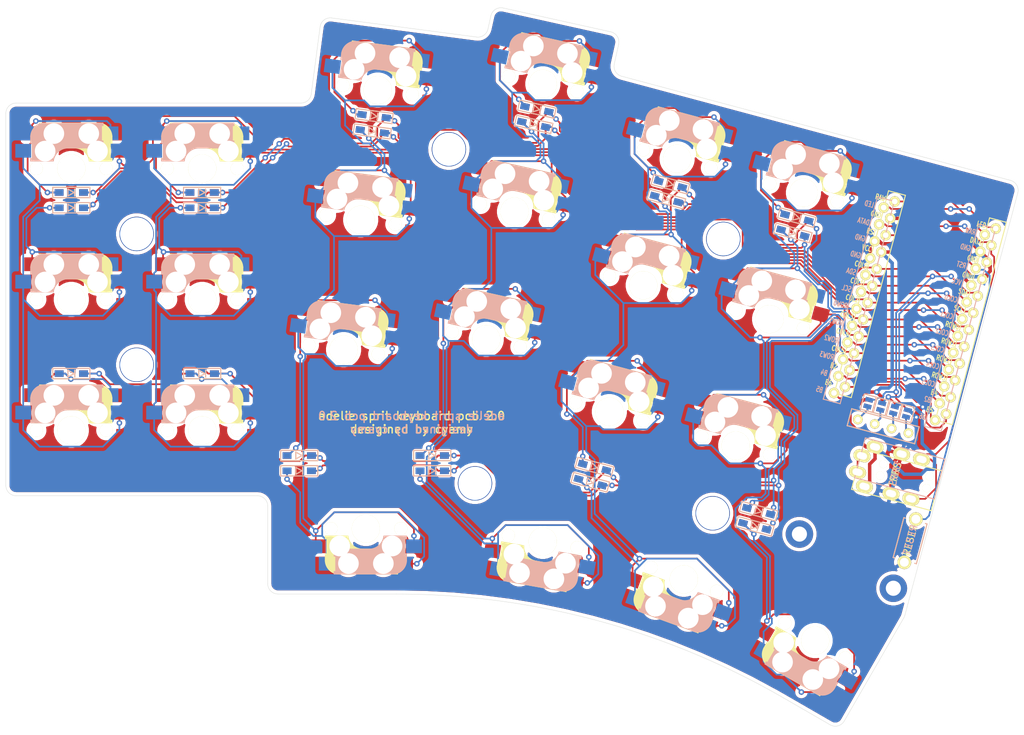
<source format=kicad_pcb>
(kicad_pcb (version 20171130) (host pcbnew "(5.1.2)-2")
  (layers (0 F.Cu signal) (31 B.Cu signal) (34 B.Paste user) (35 F.Paste user) (36 B.SilkS user) (37 F.SilkS user) (38 B.Mask user) (39 F.Mask user) (44 Edge.Cuts user))
  (net 0 "")
  (net 1 row0)
  (net 2 "Net-(D1-Pad2)")
  (net 3 "Net-(D2-Pad2)")
  (net 4 "Net-(D3-Pad2)")
  (net 5 "Net-(D4-Pad2)")
  (net 6 "Net-(D5-Pad2)")
  (net 7 "Net-(D6-Pad2)")
  (net 8 "Net-(D7-Pad2)")
  (net 9 row1)
  (net 10 "Net-(D8-Pad2)")
  (net 11 "Net-(D9-Pad2)")
  (net 12 "Net-(D10-Pad2)")
  (net 13 "Net-(D11-Pad2)")
  (net 14 "Net-(D12-Pad2)")
  (net 15 "Net-(D13-Pad2)")
  (net 16 row2)
  (net 17 "Net-(D14-Pad2)")
  (net 18 "Net-(D15-Pad2)")
  (net 19 "Net-(D16-Pad2)")
  (net 20 "Net-(D17-Pad2)")
  (net 21 "Net-(D18-Pad2)")
  (net 22 row3)
  (net 23 "Net-(D19-Pad2)")
  (net 24 "Net-(D20-Pad2)")
  (net 25 "Net-(D21-Pad2)")
  (net 26 VCC)
  (net 27 "Net-(J1-PadA)")
  (net 28 data)
  (net 29 GND)
  (net 30 "Net-(J3-Pad1)")
  (net 31 "Net-(J3-Pad2)")
  (net 32 "Net-(J3-Pad3)")
  (net 33 "Net-(J3-Pad4)")
  (net 34 scl)
  (net 35 sda)
  (net 36 col0)
  (net 37 col1)
  (net 38 col2)
  (net 39 col3)
  (net 40 col4)
  (net 41 col5)
  (net 42 reset)
  (net 43 "Net-(U1-Pad24)")
  (net 44 "Net-(U1-Pad14)")
  (net 45 "Net-(U1-Pad13)")
  (net 46 "Net-(U1-Pad12)")
  (net 47 "Net-(U1-Pad11)")
  (net 48 "Net-(D22-Pad2)")
  (net 49 "Net-(U1-Pad1)")
  (module adelie:m2_mounting_hole (layer F.Cu) (at 214.66604 137.16254)
    (fp_text reference REF** hide)
    (fp_text value m2_mounting_hole hide)
    (pad 1 thru_hole circle (at 0 0) (size 4 4) (drill 2.2) (layers *.Cu *.Mask))
  )
  (module adelie:m2_mounting_hole (layer F.Cu) (at 200.992825 129.277968)
    (fp_text reference REF** hide)
    (fp_text value m2_mounting_hole hide)
    (pad 1 thru_hole circle (at 0 0) (size 4 4) (drill 2.2) (layers *.Cu *.Mask))
  )
  (module kbd:CherryMX_Hotswap (layer F.Cu) (at 191.725026 116.397675 345)
    (fp_text reference SW18 hide)
    (fp_text value SW_PUSH hide)
    (pad 2 smd rect (at 5.7 -5.12 165) (size 2.3 2) (layers B.Cu B.Paste B.Mask) (net 21 "Net-(D18-Pad2)"))
    (pad "" np_thru_hole circle (at -5.08 0 345) (size 1.9 1.9) (drill 1.9) (layers *.Cu *.Mask F.SilkS))
    (pad "" np_thru_hole circle (at 5.08 0 345) (size 1.9 1.9) (drill 1.9) (layers *.Cu *.Mask F.SilkS))
    (pad "" np_thru_hole circle (at 0 0 75) (size 4.1 4.1) (drill 4.1) (layers *.Cu *.Mask F.SilkS))
    (pad "" np_thru_hole circle (at 2.54 -5.08 165) (size 3 3) (drill 3) (layers *.Cu *.Mask))
    (pad "" np_thru_hole circle (at 3.81 -2.540001 165) (size 3 3) (drill 3) (layers *.Cu *.Mask))
    (pad "" np_thru_hole circle (at -2.54 -5.08 165) (size 3 3) (drill 3) (layers *.Cu *.Mask))
    (pad "" np_thru_hole circle (at -3.81 -2.54 165) (size 3 3) (drill 3) (layers *.Cu *.Mask))
    (pad 2 smd rect (at -5.7 -5.12 165) (size 2.3 2) (layers F.Cu F.Paste F.Mask) (net 21 "Net-(D18-Pad2)"))
    (pad 1 smd rect (at 7 -2.58 165) (size 2.3 2) (layers F.Cu F.Paste F.Mask) (net 41 col5))
    (pad 1 smd rect (at -7 -2.58 165) (size 2.3 2) (layers B.Cu B.Paste B.Mask) (net 41 col5))
  )
  (module kbd:CherryMX_Hotswap (layer F.Cu) (at 139.631362 64.656757 352.5)
    (fp_text reference SW3 hide)
    (fp_text value SW_PUSH hide)
    (pad 2 smd rect (at 5.7 -5.12 172.5) (size 2.3 2) (layers B.Cu B.Paste B.Mask) (net 4 "Net-(D3-Pad2)"))
    (pad "" np_thru_hole circle (at -5.08 0 352.5) (size 1.9 1.9) (drill 1.9) (layers *.Cu *.Mask F.SilkS))
    (pad "" np_thru_hole circle (at 5.08 0 352.5) (size 1.9 1.9) (drill 1.9) (layers *.Cu *.Mask F.SilkS))
    (pad "" np_thru_hole circle (at 0 0 82.5) (size 4.1 4.1) (drill 4.1) (layers *.Cu *.Mask F.SilkS))
    (pad "" np_thru_hole circle (at 2.54 -5.08 172.5) (size 3 3) (drill 3) (layers *.Cu *.Mask))
    (pad "" np_thru_hole circle (at 3.81 -2.540001 172.5) (size 3 3) (drill 3) (layers *.Cu *.Mask))
    (pad "" np_thru_hole circle (at -2.54 -5.08 172.5) (size 3 3) (drill 3) (layers *.Cu *.Mask))
    (pad "" np_thru_hole circle (at -3.81 -2.54 172.5) (size 3 3) (drill 3) (layers *.Cu *.Mask))
    (pad 2 smd rect (at -5.7 -5.12 172.5) (size 2.3 2) (layers F.Cu F.Paste F.Mask) (net 4 "Net-(D3-Pad2)"))
    (pad 1 smd rect (at 7 -2.58 172.5) (size 2.3 2) (layers F.Cu F.Paste F.Mask) (net 38 col2))
    (pad 1 smd rect (at -7 -2.58 172.5) (size 2.3 2) (layers B.Cu B.Paste B.Mask) (net 38 col2))
  )
  (module kbd:ProMicro_v2 (layer F.Cu) (at 218.42174 96.816 345)
    (fp_text reference U1 hide)
    (fp_text value ProMicro hide)
    (fp_text user RAW (at 4.191 -13.1445 345) (layer B.SilkS) (effects (font (size 0.75 0.5) (thickness 0.125)) (justify mirror)))
    (fp_text user LED (at -11.049 -13.1445 345) (layer B.SilkS) (effects (font (size 0.75 0.5) (thickness 0.125)) (justify mirror)))
    (fp_text user GND (at 4.1275 -10.668 345) (layer B.SilkS) (effects (font (size 0.75 0.5) (thickness 0.125)) (justify mirror)))
    (fp_text user DATA (at -11.2 -10.5 345) (layer B.SilkS) (effects (font (size 0.75 0.5) (thickness 0.125)) (justify mirror)))
    (fp_text user RST (at 4.191 -8.0645 345) (layer B.SilkS) (effects (font (size 0.75 0.5) (thickness 0.125)) (justify mirror)))
    (fp_text user GND (at -11.049 -8.0645 345) (layer B.SilkS) (effects (font (size 0.75 0.5) (thickness 0.125)) (justify mirror)))
    (fp_text user VCC (at 4.1275 -5.5245 345) (layer B.SilkS) (effects (font (size 0.75 0.5) (thickness 0.125)) (justify mirror)))
    (fp_text user GND (at -11.049 -5.5245 345) (layer B.SilkS) (effects (font (size 0.75 0.5) (thickness 0.125)) (justify mirror)))
    (fp_text user COL3 (at 4 4.6 345) (layer B.SilkS) (effects (font (size 0.75 0.5) (thickness 0.125)) (justify mirror)))
    (fp_text user ROW0 (at -11.3 2.032 345) (layer B.SilkS) (effects (font (size 0.75 0.5) (thickness 0.125)) (justify mirror)))
    (fp_text user COL2 (at 4 2.1 345) (layer B.SilkS) (effects (font (size 0.75 0.5) (thickness 0.125)) (justify mirror)))
    (fp_text user SCL (at -11.049 -0.4445 345) (layer B.SilkS) (effects (font (size 0.75 0.5) (thickness 0.125)) (justify mirror)))
    (fp_text user COL1 (at 4 -0.4445 345) (layer B.SilkS) (effects (font (size 0.75 0.5) (thickness 0.125)) (justify mirror)))
    (fp_text user SDA (at -11.049 -2.9845 345) (layer B.SilkS) (effects (font (size 0.75 0.5) (thickness 0.125)) (justify mirror)))
    (fp_text user COL0 (at 4 -2.95 345) (layer B.SilkS) (effects (font (size 0.75 0.5) (thickness 0.125)) (justify mirror)))
    (fp_text user B6 (at 4.445 14.732 345) (layer B.SilkS) (effects (font (size 0.75 0.5) (thickness 0.125)) (justify mirror)))
    (fp_text user B5 (at -11.049 14.7955 345) (layer B.SilkS) (effects (font (size 0.75 0.5) (thickness 0.125)) (justify mirror)))
    (fp_text user B4 (at -11.049 12.2555 345) (layer B.SilkS) (effects (font (size 0.75 0.5) (thickness 0.125)) (justify mirror)))
    (fp_text user B2 (at 4.5085 12.1285 345) (layer B.SilkS) (effects (font (size 0.75 0.5) (thickness 0.125)) (justify mirror)))
    (fp_text user ROW3 (at -11.3 9.75 345) (layer B.SilkS) (effects (font (size 0.75 0.5) (thickness 0.125)) (justify mirror)))
    (fp_text user COL5 (at 4 9.75 345) (layer B.SilkS) (effects (font (size 0.75 0.5) (thickness 0.125)) (justify mirror)))
    (fp_text user ROW2 (at -11.3 7.239 345) (layer B.SilkS) (effects (font (size 0.75 0.5) (thickness 0.125)) (justify mirror)))
    (fp_text user COL4 (at 3.95 7.112 345) (layer B.SilkS) (effects (font (size 0.75 0.5) (thickness 0.125)) (justify mirror)))
    (fp_text user ROW1 (at -11.3 4.6355 345) (layer B.SilkS) (effects (font (size 0.75 0.5) (thickness 0.125)) (justify mirror)))
    (fp_text user ROW1 (at 5.25 3.302 345) (layer F.SilkS) (effects (font (size 0.75 0.5) (thickness 0.125))))
    (fp_text user COL4 (at -9.95 5.85 345) (layer F.SilkS) (effects (font (size 0.75 0.5) (thickness 0.125))))
    (fp_text user ROW2 (at 5.2 5.85 345) (layer F.SilkS) (effects (font (size 0.75 0.5) (thickness 0.125))))
    (fp_text user COL5 (at -9.95 8.4455 345) (layer F.SilkS) (effects (font (size 0.75 0.5) (thickness 0.125))))
    (fp_text user ROW3 (at 5.2 8.4455 345) (layer F.SilkS) (effects (font (size 0.75 0.5) (thickness 0.125))))
    (fp_text user B2 (at -9.95 10.95 345) (layer F.SilkS) (effects (font (size 0.75 0.5) (thickness 0.125))))
    (fp_text user B4 (at 5.2 10.922 345) (layer F.SilkS) (effects (font (size 0.75 0.5) (thickness 0.125))))
    (fp_text user B5 (at 5.2 13.5255 345) (layer F.SilkS) (effects (font (size 0.75 0.5) (thickness 0.125))))
    (fp_text user B6 (at -10.05 13.5 345) (layer F.SilkS) (effects (font (size 0.75 0.5) (thickness 0.125))))
    (fp_text user COL0 (at -9.9 -4.3 345) (layer F.SilkS) (effects (font (size 0.75 0.5) (thickness 0.125))))
    (fp_text user SDA (at 5.461 -4.318 345) (layer F.SilkS) (effects (font (size 0.75 0.5) (thickness 0.125))))
    (fp_text user COL1 (at -9.85 -1.778 345) (layer F.SilkS) (effects (font (size 0.75 0.5) (thickness 0.125))))
    (fp_text user SCL (at 5.461 -1.778 345) (layer F.SilkS) (effects (font (size 0.75 0.5) (thickness 0.125))))
    (fp_text user COL2 (at -9.9 0.762 345) (layer F.SilkS) (effects (font (size 0.75 0.5) (thickness 0.125))))
    (fp_text user ROW0 (at 5.2 0.8 345) (layer F.SilkS) (effects (font (size 0.75 0.5) (thickness 0.125))))
    (fp_text user COL3 (at -10 3.35 345) (layer F.SilkS) (effects (font (size 0.75 0.5) (thickness 0.125))))
    (fp_text user GND (at 5.461 -6.7945 345) (layer F.SilkS) (effects (font (size 0.75 0.5) (thickness 0.125))))
    (fp_text user VCC (at -9.7155 -6.858 345) (layer F.SilkS) (effects (font (size 0.75 0.5) (thickness 0.125))))
    (fp_text user GND (at 5.5245 -9.3345 345) (layer F.SilkS) (effects (font (size 0.75 0.5) (thickness 0.125))))
    (fp_text user RST (at -9.7155 -9.3345 345) (layer F.SilkS) (effects (font (size 0.75 0.5) (thickness 0.125))))
    (fp_text user DATA (at 5.35 -11.95 345) (layer F.SilkS) (effects (font (size 0.75 0.5) (thickness 0.125))))
    (fp_text user GND (at -9.7155 -11.938 345) (layer F.SilkS) (effects (font (size 0.75 0.5) (thickness 0.125))))
    (fp_text user LED (at 5.5 -14.478 345) (layer F.SilkS) (effects (font (size 0.75 0.5) (thickness 0.125))))
    (fp_text user RAW (at -9.7155 -14.478 345) (layer F.SilkS) (effects (font (size 0.75 0.5) (thickness 0.125))))
    (pad 24 thru_hole circle (at -7.5636 -14.478 345) (size 1.524 1.524) (drill 0.8128) (layers *.Cu *.Mask F.SilkS) (net 43 "Net-(U1-Pad24)"))
    (pad 23 thru_hole circle (at -7.5636 -11.938 345) (size 1.524 1.524) (drill 0.8128) (layers *.Cu *.Mask F.SilkS) (net 29 GND))
    (pad 22 thru_hole circle (at -7.5636 -9.398 345) (size 1.524 1.524) (drill 0.8128) (layers *.Cu *.Mask F.SilkS) (net 42 reset))
    (pad 21 thru_hole circle (at -7.5636 -6.858 345) (size 1.524 1.524) (drill 0.8128) (layers *.Cu *.Mask F.SilkS) (net 26 VCC))
    (pad 20 thru_hole circle (at -7.5636 -4.318 345) (size 1.524 1.524) (drill 0.8128) (layers *.Cu *.Mask F.SilkS) (net 36 col0))
    (pad 19 thru_hole circle (at -7.5636 -1.778 345) (size 1.524 1.524) (drill 0.8128) (layers *.Cu *.Mask F.SilkS) (net 37 col1))
    (pad 18 thru_hole circle (at -7.5636 0.762 345) (size 1.524 1.524) (drill 0.8128) (layers *.Cu *.Mask F.SilkS) (net 38 col2))
    (pad 17 thru_hole circle (at -7.5636 3.302 345) (size 1.524 1.524) (drill 0.8128) (layers *.Cu *.Mask F.SilkS) (net 39 col3))
    (pad 16 thru_hole circle (at -7.5636 5.842 345) (size 1.524 1.524) (drill 0.8128) (layers *.Cu *.Mask F.SilkS) (net 40 col4))
    (pad 15 thru_hole circle (at -7.5636 8.382 345) (size 1.524 1.524) (drill 0.8128) (layers *.Cu *.Mask F.SilkS) (net 41 col5))
    (pad 14 thru_hole circle (at -7.5636 10.922 345) (size 1.524 1.524) (drill 0.8128) (layers *.Cu *.Mask F.SilkS) (net 44 "Net-(U1-Pad14)"))
    (pad 13 thru_hole circle (at -7.5636 13.462 345) (size 1.524 1.524) (drill 0.8128) (layers *.Cu *.Mask F.SilkS) (net 45 "Net-(U1-Pad13)"))
    (pad 12 thru_hole circle (at 7.6564 13.462 345) (size 1.524 1.524) (drill 0.8128) (layers *.Cu *.Mask F.SilkS) (net 46 "Net-(U1-Pad12)"))
    (pad 11 thru_hole circle (at 7.6564 10.922 345) (size 1.524 1.524) (drill 0.8128) (layers *.Cu *.Mask F.SilkS) (net 47 "Net-(U1-Pad11)"))
    (pad 10 thru_hole circle (at 7.6564 8.382 345) (size 1.524 1.524) (drill 0.8128) (layers *.Cu *.Mask F.SilkS) (net 22 row3))
    (pad 9 thru_hole circle (at 7.6564 5.842 345) (size 1.524 1.524) (drill 0.8128) (layers *.Cu *.Mask F.SilkS) (net 16 row2))
    (pad 8 thru_hole circle (at 7.6564 3.302 345) (size 1.524 1.524) (drill 0.8128) (layers *.Cu *.Mask F.SilkS) (net 9 row1))
    (pad 7 thru_hole circle (at 7.6564 0.762 345) (size 1.524 1.524) (drill 0.8128) (layers *.Cu *.Mask F.SilkS) (net 1 row0))
    (pad 6 thru_hole circle (at 7.6564 -1.778 345) (size 1.524 1.524) (drill 0.8128) (layers *.Cu *.Mask F.SilkS) (net 34 scl))
    (pad 5 thru_hole circle (at 7.6564 -4.318 345) (size 1.524 1.524) (drill 0.8128) (layers *.Cu *.Mask F.SilkS) (net 35 sda))
    (pad 4 thru_hole circle (at 7.6564 -6.858 345) (size 1.524 1.524) (drill 0.8128) (layers *.Cu *.Mask F.SilkS) (net 29 GND))
    (pad 3 thru_hole circle (at 7.6564 -9.398 345) (size 1.524 1.524) (drill 0.8128) (layers *.Cu *.Mask F.SilkS) (net 29 GND))
    (pad 2 thru_hole circle (at 7.6564 -11.938 345) (size 1.524 1.524) (drill 0.8128) (layers *.Cu *.Mask F.SilkS) (net 28 data))
    (pad 1 thru_hole circle (at 7.6564 -14.478 345) (size 1.524 1.524) (drill 0.8128) (layers *.Cu *.Mask F.SilkS) (net 49 "Net-(U1-Pad1)"))
    (pad 1 thru_hole circle (at -8.89 -13.208 345) (size 1.524 1.524) (drill 0.8128) (layers *.Cu *.Mask F.SilkS) (net 49 "Net-(U1-Pad1)"))
    (pad 2 thru_hole circle (at -8.89 -10.668 345) (size 1.524 1.524) (drill 0.8128) (layers *.Cu *.Mask F.SilkS) (net 28 data))
    (pad 3 thru_hole circle (at -8.89 -8.128 345) (size 1.524 1.524) (drill 0.8128) (layers *.Cu *.Mask F.SilkS) (net 29 GND))
    (pad 4 thru_hole circle (at -8.89 -5.588 345) (size 1.524 1.524) (drill 0.8128) (layers *.Cu *.Mask F.SilkS) (net 29 GND))
    (pad 5 thru_hole circle (at -8.89 -3.048 345) (size 1.524 1.524) (drill 0.8128) (layers *.Cu *.Mask F.SilkS) (net 35 sda))
    (pad 6 thru_hole circle (at -8.89 -0.508 345) (size 1.524 1.524) (drill 0.8128) (layers *.Cu *.Mask F.SilkS) (net 34 scl))
    (pad 7 thru_hole circle (at -8.89 2.032 345) (size 1.524 1.524) (drill 0.8128) (layers *.Cu *.Mask F.SilkS) (net 1 row0))
    (pad 8 thru_hole circle (at -8.89 4.572 345) (size 1.524 1.524) (drill 0.8128) (layers *.Cu *.Mask F.SilkS) (net 9 row1))
    (pad 9 thru_hole circle (at -8.89 7.112 345) (size 1.524 1.524) (drill 0.8128) (layers *.Cu *.Mask F.SilkS) (net 16 row2))
    (pad 10 thru_hole circle (at -8.89 9.652 345) (size 1.524 1.524) (drill 0.8128) (layers *.Cu *.Mask F.SilkS) (net 22 row3))
    (pad 11 thru_hole circle (at -8.89 12.192 345) (size 1.524 1.524) (drill 0.8128) (layers *.Cu *.Mask F.SilkS) (net 47 "Net-(U1-Pad11)"))
    (pad 12 thru_hole circle (at -8.89 14.732 345) (size 1.524 1.524) (drill 0.8128) (layers *.Cu *.Mask F.SilkS) (net 46 "Net-(U1-Pad12)"))
    (pad 13 thru_hole circle (at 6.35 14.732 345) (size 1.524 1.524) (drill 0.8128) (layers *.Cu *.Mask F.SilkS) (net 45 "Net-(U1-Pad13)"))
    (pad 14 thru_hole circle (at 6.35 12.192 345) (size 1.524 1.524) (drill 0.8128) (layers *.Cu *.Mask F.SilkS) (net 44 "Net-(U1-Pad14)"))
    (pad 15 thru_hole circle (at 6.35 9.652 345) (size 1.524 1.524) (drill 0.8128) (layers *.Cu *.Mask F.SilkS) (net 41 col5))
    (pad 16 thru_hole circle (at 6.35 7.112 345) (size 1.524 1.524) (drill 0.8128) (layers *.Cu *.Mask F.SilkS) (net 40 col4))
    (pad 17 thru_hole circle (at 6.35 4.572 345) (size 1.524 1.524) (drill 0.8128) (layers *.Cu *.Mask F.SilkS) (net 39 col3))
    (pad 18 thru_hole circle (at 6.35 2.032 345) (size 1.524 1.524) (drill 0.8128) (layers *.Cu *.Mask F.SilkS) (net 38 col2))
    (pad 19 thru_hole circle (at 6.35 -0.508 345) (size 1.524 1.524) (drill 0.8128) (layers *.Cu *.Mask F.SilkS) (net 37 col1))
    (pad 20 thru_hole circle (at 6.35 -3.048 345) (size 1.524 1.524) (drill 0.8128) (layers *.Cu *.Mask F.SilkS) (net 36 col0))
    (pad 21 thru_hole circle (at 6.35 -5.588 345) (size 1.524 1.524) (drill 0.8128) (layers *.Cu *.Mask F.SilkS) (net 26 VCC))
    (pad 22 thru_hole circle (at 6.35 -8.128 345) (size 1.524 1.524) (drill 0.8128) (layers *.Cu *.Mask F.SilkS) (net 42 reset))
    (pad 23 thru_hole circle (at 6.35 -10.668 345) (size 1.524 1.524) (drill 0.8128) (layers *.Cu *.Mask F.SilkS) (net 29 GND))
    (pad 24 thru_hole circle (at 6.35 -13.208 345) (size 1.524 1.524) (drill 0.8128) (layers *.Cu *.Mask F.SilkS) (net 43 "Net-(U1-Pad24)"))
  )
  (module kbd:CherryMX_Hotswap (layer F.Cu) (at 201.582284 79.595669 345)
    (fp_text reference SW6 hide)
    (fp_text value SW_PUSH hide)
    (pad 2 smd rect (at 5.7 -5.12 165) (size 2.3 2) (layers B.Cu B.Paste B.Mask) (net 7 "Net-(D6-Pad2)"))
    (pad "" np_thru_hole circle (at -5.08 0 345) (size 1.9 1.9) (drill 1.9) (layers *.Cu *.Mask F.SilkS))
    (pad "" np_thru_hole circle (at 5.08 0 345) (size 1.9 1.9) (drill 1.9) (layers *.Cu *.Mask F.SilkS))
    (pad "" np_thru_hole circle (at 0 0 75) (size 4.1 4.1) (drill 4.1) (layers *.Cu *.Mask F.SilkS))
    (pad "" np_thru_hole circle (at 2.54 -5.08 165) (size 3 3) (drill 3) (layers *.Cu *.Mask))
    (pad "" np_thru_hole circle (at 3.81 -2.540001 165) (size 3 3) (drill 3) (layers *.Cu *.Mask))
    (pad "" np_thru_hole circle (at -2.54 -5.08 165) (size 3 3) (drill 3) (layers *.Cu *.Mask))
    (pad "" np_thru_hole circle (at -3.81 -2.54 165) (size 3 3) (drill 3) (layers *.Cu *.Mask))
    (pad 2 smd rect (at -5.7 -5.12 165) (size 2.3 2) (layers F.Cu F.Paste F.Mask) (net 7 "Net-(D6-Pad2)"))
    (pad 1 smd rect (at 7 -2.58 165) (size 2.3 2) (layers F.Cu F.Paste F.Mask) (net 41 col5))
    (pad 1 smd rect (at -7 -2.58 165) (size 2.3 2) (layers B.Cu B.Paste B.Mask) (net 41 col5))
  )
  (module kbd:CherryMX_Hotswap (layer F.Cu) (at 114.08204 95.12554)
    (fp_text reference SW8 hide)
    (fp_text value SW_PUSH hide)
    (pad 2 smd rect (at 5.7 -5.12 180) (size 2.3 2) (layers B.Cu B.Paste B.Mask) (net 10 "Net-(D8-Pad2)"))
    (pad "" np_thru_hole circle (at -5.08 0) (size 1.9 1.9) (drill 1.9) (layers *.Cu *.Mask F.SilkS))
    (pad "" np_thru_hole circle (at 5.08 0) (size 1.9 1.9) (drill 1.9) (layers *.Cu *.Mask F.SilkS))
    (pad "" np_thru_hole circle (at 0 0 90) (size 4.1 4.1) (drill 4.1) (layers *.Cu *.Mask F.SilkS))
    (pad "" np_thru_hole circle (at 2.54 -5.08 180) (size 3 3) (drill 3) (layers *.Cu *.Mask))
    (pad "" np_thru_hole circle (at 3.81 -2.540001 180) (size 3 3) (drill 3) (layers *.Cu *.Mask))
    (pad "" np_thru_hole circle (at -2.54 -5.08 180) (size 3 3) (drill 3) (layers *.Cu *.Mask))
    (pad "" np_thru_hole circle (at -3.81 -2.54 180) (size 3 3) (drill 3) (layers *.Cu *.Mask))
    (pad 2 smd rect (at -5.7 -5.12 180) (size 2.3 2) (layers F.Cu F.Paste F.Mask) (net 10 "Net-(D8-Pad2)"))
    (pad 1 smd rect (at 7 -2.58 180) (size 2.3 2) (layers F.Cu F.Paste F.Mask) (net 37 col1))
    (pad 1 smd rect (at -7 -2.58 180) (size 2.3 2) (layers B.Cu B.Paste B.Mask) (net 37 col1))
  )
  (module kbd:CherryMX_Hotswap (layer F.Cu) (at 137.144702 83.536577 352.5)
    (fp_text reference SW9 hide)
    (fp_text value SW_PUSH hide)
    (pad 2 smd rect (at 5.7 -5.12 172.5) (size 2.3 2) (layers B.Cu B.Paste B.Mask) (net 11 "Net-(D9-Pad2)"))
    (pad "" np_thru_hole circle (at -5.08 0 352.5) (size 1.9 1.9) (drill 1.9) (layers *.Cu *.Mask F.SilkS))
    (pad "" np_thru_hole circle (at 5.08 0 352.5) (size 1.9 1.9) (drill 1.9) (layers *.Cu *.Mask F.SilkS))
    (pad "" np_thru_hole circle (at 0 0 82.5) (size 4.1 4.1) (drill 4.1) (layers *.Cu *.Mask F.SilkS))
    (pad "" np_thru_hole circle (at 2.54 -5.08 172.5) (size 3 3) (drill 3) (layers *.Cu *.Mask))
    (pad "" np_thru_hole circle (at 3.81 -2.540001 172.5) (size 3 3) (drill 3) (layers *.Cu *.Mask))
    (pad "" np_thru_hole circle (at -2.54 -5.08 172.5) (size 3 3) (drill 3) (layers *.Cu *.Mask))
    (pad "" np_thru_hole circle (at -3.81 -2.54 172.5) (size 3 3) (drill 3) (layers *.Cu *.Mask))
    (pad 2 smd rect (at -5.7 -5.12 172.5) (size 2.3 2) (layers F.Cu F.Paste F.Mask) (net 11 "Net-(D9-Pad2)"))
    (pad 1 smd rect (at 7 -2.58 172.5) (size 2.3 2) (layers F.Cu F.Paste F.Mask) (net 38 col2))
    (pad 1 smd rect (at -7 -2.58 172.5) (size 2.3 2) (layers B.Cu B.Paste B.Mask) (net 38 col2))
  )
  (module kbd:CherryMX_Hotswap (layer F.Cu) (at 203.278913 144.774254 150)
    (fp_text reference SW22 hide)
    (fp_text value SW_PUSH hide)
    (pad 2 smd rect (at 5.7 -5.12 330) (size 2.3 2) (layers B.Cu B.Paste B.Mask) (net 48 "Net-(D22-Pad2)"))
    (pad "" np_thru_hole circle (at -5.08 0 150) (size 1.9 1.9) (drill 1.9) (layers *.Cu *.Mask F.SilkS))
    (pad "" np_thru_hole circle (at 5.08 0 150) (size 1.9 1.9) (drill 1.9) (layers *.Cu *.Mask F.SilkS))
    (pad "" np_thru_hole circle (at 0 0 240) (size 4.1 4.1) (drill 4.1) (layers *.Cu *.Mask F.SilkS))
    (pad "" np_thru_hole circle (at 2.54 -5.08 330) (size 3 3) (drill 3) (layers *.Cu *.Mask))
    (pad "" np_thru_hole circle (at 3.81 -2.540001 330) (size 3 3) (drill 3) (layers *.Cu *.Mask))
    (pad "" np_thru_hole circle (at -2.54 -5.08 330) (size 3 3) (drill 3) (layers *.Cu *.Mask))
    (pad "" np_thru_hole circle (at -3.81 -2.54 330) (size 3 3) (drill 3) (layers *.Cu *.Mask))
    (pad 2 smd rect (at -5.7 -5.12 330) (size 2.3 2) (layers F.Cu F.Paste F.Mask) (net 48 "Net-(D22-Pad2)"))
    (pad 1 smd rect (at 7 -2.58 330) (size 2.3 2) (layers F.Cu F.Paste F.Mask) (net 41 col5))
    (pad 1 smd rect (at -7 -2.58 330) (size 2.3 2) (layers B.Cu B.Paste B.Mask) (net 41 col5))
  )
  (module kbd:CherryMX_Hotswap_1.5u (layer F.Cu) (at 137.9024 128.4751 180)
    (fp_text reference SW19 hide)
    (fp_text value SW_PUSH hide)
    (pad 2 smd rect (at 5.7 -5.12) (size 2.3 2) (layers B.Cu B.Paste B.Mask) (net 23 "Net-(D19-Pad2)"))
    (pad "" np_thru_hole circle (at -5.08 0 180) (size 1.9 1.9) (drill 1.9) (layers *.Cu *.Mask F.SilkS))
    (pad "" np_thru_hole circle (at 5.08 0 180) (size 1.9 1.9) (drill 1.9) (layers *.Cu *.Mask F.SilkS))
    (pad "" np_thru_hole circle (at 0 0 270) (size 4.1 4.1) (drill 4.1) (layers *.Cu *.Mask F.SilkS))
    (pad "" np_thru_hole circle (at 2.54 -5.08) (size 3 3) (drill 3) (layers *.Cu *.Mask))
    (pad "" np_thru_hole circle (at 3.81 -2.540001) (size 3 3) (drill 3) (layers *.Cu *.Mask))
    (pad "" np_thru_hole circle (at -2.54 -5.08) (size 3 3) (drill 3) (layers *.Cu *.Mask))
    (pad "" np_thru_hole circle (at -3.81 -2.54) (size 3 3) (drill 3) (layers *.Cu *.Mask))
    (pad 2 smd rect (at -5.7 -5.12) (size 2.3 2) (layers F.Cu F.Paste F.Mask) (net 23 "Net-(D19-Pad2)"))
    (pad 1 smd rect (at 7 -2.58) (size 2.3 2) (layers F.Cu F.Paste F.Mask) (net 38 col2))
    (pad 1 smd rect (at -7 -2.58) (size 2.3 2) (layers B.Cu B.Paste B.Mask) (net 38 col2))
  )
  (module kbd:CherryMX_Hotswap (layer F.Cu) (at 173.334944 111.454889 345)
    (fp_text reference SW17 hide)
    (fp_text value SW_PUSH hide)
    (pad 2 smd rect (at 5.7 -5.12 165) (size 2.3 2) (layers B.Cu B.Paste B.Mask) (net 20 "Net-(D17-Pad2)"))
    (pad "" np_thru_hole circle (at -5.08 0 345) (size 1.9 1.9) (drill 1.9) (layers *.Cu *.Mask F.SilkS))
    (pad "" np_thru_hole circle (at 5.08 0 345) (size 1.9 1.9) (drill 1.9) (layers *.Cu *.Mask F.SilkS))
    (pad "" np_thru_hole circle (at 0 0 75) (size 4.1 4.1) (drill 4.1) (layers *.Cu *.Mask F.SilkS))
    (pad "" np_thru_hole circle (at 2.54 -5.08 165) (size 3 3) (drill 3) (layers *.Cu *.Mask))
    (pad "" np_thru_hole circle (at 3.81 -2.540001 165) (size 3 3) (drill 3) (layers *.Cu *.Mask))
    (pad "" np_thru_hole circle (at -2.54 -5.08 165) (size 3 3) (drill 3) (layers *.Cu *.Mask))
    (pad "" np_thru_hole circle (at -3.81 -2.54 165) (size 3 3) (drill 3) (layers *.Cu *.Mask))
    (pad 2 smd rect (at -5.7 -5.12 165) (size 2.3 2) (layers F.Cu F.Paste F.Mask) (net 20 "Net-(D17-Pad2)"))
    (pad 1 smd rect (at 7 -2.58 165) (size 2.3 2) (layers F.Cu F.Paste F.Mask) (net 40 col4))
    (pad 1 smd rect (at -7 -2.58 165) (size 2.3 2) (layers B.Cu B.Paste B.Mask) (net 40 col4))
  )
  (module kbd:CherryMX_Hotswap (layer F.Cu) (at 155.414476 100.928621 347.5)
    (fp_text reference SW16 hide)
    (fp_text value SW_PUSH hide)
    (pad 2 smd rect (at 5.7 -5.12 167.5) (size 2.3 2) (layers B.Cu B.Paste B.Mask) (net 19 "Net-(D16-Pad2)"))
    (pad "" np_thru_hole circle (at -5.08 0 347.5) (size 1.9 1.9) (drill 1.9) (layers *.Cu *.Mask F.SilkS))
    (pad "" np_thru_hole circle (at 5.08 0 347.5) (size 1.9 1.9) (drill 1.9) (layers *.Cu *.Mask F.SilkS))
    (pad "" np_thru_hole circle (at 0 0 77.5) (size 4.1 4.1) (drill 4.1) (layers *.Cu *.Mask F.SilkS))
    (pad "" np_thru_hole circle (at 2.54 -5.08 167.5) (size 3 3) (drill 3) (layers *.Cu *.Mask))
    (pad "" np_thru_hole circle (at 3.81 -2.540001 167.5) (size 3 3) (drill 3) (layers *.Cu *.Mask))
    (pad "" np_thru_hole circle (at -2.54 -5.08 167.5) (size 3 3) (drill 3) (layers *.Cu *.Mask))
    (pad "" np_thru_hole circle (at -3.81 -2.54 167.5) (size 3 3) (drill 3) (layers *.Cu *.Mask))
    (pad 2 smd rect (at -5.7 -5.12 167.5) (size 2.3 2) (layers F.Cu F.Paste F.Mask) (net 19 "Net-(D16-Pad2)"))
    (pad 1 smd rect (at 7 -2.58 167.5) (size 2.3 2) (layers F.Cu F.Paste F.Mask) (net 39 col3))
    (pad 1 smd rect (at -7 -2.58 167.5) (size 2.3 2) (layers B.Cu B.Paste B.Mask) (net 39 col3))
  )
  (module kbd:CherryMX_Hotswap (layer F.Cu) (at 134.655502 102.431637 352.5)
    (fp_text reference SW15 hide)
    (fp_text value SW_PUSH hide)
    (pad 2 smd rect (at 5.7 -5.12 172.5) (size 2.3 2) (layers B.Cu B.Paste B.Mask) (net 18 "Net-(D15-Pad2)"))
    (pad "" np_thru_hole circle (at -5.08 0 352.5) (size 1.9 1.9) (drill 1.9) (layers *.Cu *.Mask F.SilkS))
    (pad "" np_thru_hole circle (at 5.08 0 352.5) (size 1.9 1.9) (drill 1.9) (layers *.Cu *.Mask F.SilkS))
    (pad "" np_thru_hole circle (at 0 0 82.5) (size 4.1 4.1) (drill 4.1) (layers *.Cu *.Mask F.SilkS))
    (pad "" np_thru_hole circle (at 2.54 -5.08 172.5) (size 3 3) (drill 3) (layers *.Cu *.Mask))
    (pad "" np_thru_hole circle (at 3.81 -2.540001 172.5) (size 3 3) (drill 3) (layers *.Cu *.Mask))
    (pad "" np_thru_hole circle (at -2.54 -5.08 172.5) (size 3 3) (drill 3) (layers *.Cu *.Mask))
    (pad "" np_thru_hole circle (at -3.81 -2.54 172.5) (size 3 3) (drill 3) (layers *.Cu *.Mask))
    (pad 2 smd rect (at -5.7 -5.12 172.5) (size 2.3 2) (layers F.Cu F.Paste F.Mask) (net 18 "Net-(D15-Pad2)"))
    (pad 1 smd rect (at 7 -2.58 172.5) (size 2.3 2) (layers F.Cu F.Paste F.Mask) (net 38 col2))
    (pad 1 smd rect (at -7 -2.58 172.5) (size 2.3 2) (layers B.Cu B.Paste B.Mask) (net 38 col2))
  )
  (module kbd:CherryMX_Hotswap (layer F.Cu) (at 114.08204 114.17554)
    (fp_text reference SW14 hide)
    (fp_text value SW_PUSH hide)
    (pad 2 smd rect (at 5.7 -5.12 180) (size 2.3 2) (layers B.Cu B.Paste B.Mask) (net 17 "Net-(D14-Pad2)"))
    (pad "" np_thru_hole circle (at -5.08 0) (size 1.9 1.9) (drill 1.9) (layers *.Cu *.Mask F.SilkS))
    (pad "" np_thru_hole circle (at 5.08 0) (size 1.9 1.9) (drill 1.9) (layers *.Cu *.Mask F.SilkS))
    (pad "" np_thru_hole circle (at 0 0 90) (size 4.1 4.1) (drill 4.1) (layers *.Cu *.Mask F.SilkS))
    (pad "" np_thru_hole circle (at 2.54 -5.08 180) (size 3 3) (drill 3) (layers *.Cu *.Mask))
    (pad "" np_thru_hole circle (at 3.81 -2.540001 180) (size 3 3) (drill 3) (layers *.Cu *.Mask))
    (pad "" np_thru_hole circle (at -2.54 -5.08 180) (size 3 3) (drill 3) (layers *.Cu *.Mask))
    (pad "" np_thru_hole circle (at -3.81 -2.54 180) (size 3 3) (drill 3) (layers *.Cu *.Mask))
    (pad 2 smd rect (at -5.7 -5.12 180) (size 2.3 2) (layers F.Cu F.Paste F.Mask) (net 17 "Net-(D14-Pad2)"))
    (pad 1 smd rect (at 7 -2.58 180) (size 2.3 2) (layers F.Cu F.Paste F.Mask) (net 37 col1))
    (pad 1 smd rect (at -7 -2.58 180) (size 2.3 2) (layers B.Cu B.Paste B.Mask) (net 37 col1))
  )
  (module kbd:CherryMX_Hotswap (layer F.Cu) (at 95.03204 114.17554)
    (fp_text reference SW13 hide)
    (fp_text value SW_PUSH hide)
    (pad 2 smd rect (at 5.7 -5.12 180) (size 2.3 2) (layers B.Cu B.Paste B.Mask) (net 15 "Net-(D13-Pad2)"))
    (pad "" np_thru_hole circle (at -5.08 0) (size 1.9 1.9) (drill 1.9) (layers *.Cu *.Mask F.SilkS))
    (pad "" np_thru_hole circle (at 5.08 0) (size 1.9 1.9) (drill 1.9) (layers *.Cu *.Mask F.SilkS))
    (pad "" np_thru_hole circle (at 0 0 90) (size 4.1 4.1) (drill 4.1) (layers *.Cu *.Mask F.SilkS))
    (pad "" np_thru_hole circle (at 2.54 -5.08 180) (size 3 3) (drill 3) (layers *.Cu *.Mask))
    (pad "" np_thru_hole circle (at 3.81 -2.540001 180) (size 3 3) (drill 3) (layers *.Cu *.Mask))
    (pad "" np_thru_hole circle (at -2.54 -5.08 180) (size 3 3) (drill 3) (layers *.Cu *.Mask))
    (pad "" np_thru_hole circle (at -3.81 -2.54 180) (size 3 3) (drill 3) (layers *.Cu *.Mask))
    (pad 2 smd rect (at -5.7 -5.12 180) (size 2.3 2) (layers F.Cu F.Paste F.Mask) (net 15 "Net-(D13-Pad2)"))
    (pad 1 smd rect (at 7 -2.58 180) (size 2.3 2) (layers F.Cu F.Paste F.Mask) (net 36 col0))
    (pad 1 smd rect (at -7 -2.58 180) (size 2.3 2) (layers B.Cu B.Paste B.Mask) (net 36 col0))
  )
  (module kbd:CherryMX_Hotswap (layer F.Cu) (at 196.655166 97.992835 345)
    (fp_text reference SW12 hide)
    (fp_text value SW_PUSH hide)
    (pad 2 smd rect (at 5.7 -5.12 165) (size 2.3 2) (layers B.Cu B.Paste B.Mask) (net 14 "Net-(D12-Pad2)"))
    (pad "" np_thru_hole circle (at -5.08 0 345) (size 1.9 1.9) (drill 1.9) (layers *.Cu *.Mask F.SilkS))
    (pad "" np_thru_hole circle (at 5.08 0 345) (size 1.9 1.9) (drill 1.9) (layers *.Cu *.Mask F.SilkS))
    (pad "" np_thru_hole circle (at 0 0 75) (size 4.1 4.1) (drill 4.1) (layers *.Cu *.Mask F.SilkS))
    (pad "" np_thru_hole circle (at 2.54 -5.08 165) (size 3 3) (drill 3) (layers *.Cu *.Mask))
    (pad "" np_thru_hole circle (at 3.81 -2.540001 165) (size 3 3) (drill 3) (layers *.Cu *.Mask))
    (pad "" np_thru_hole circle (at -2.54 -5.08 165) (size 3 3) (drill 3) (layers *.Cu *.Mask))
    (pad "" np_thru_hole circle (at -3.81 -2.54 165) (size 3 3) (drill 3) (layers *.Cu *.Mask))
    (pad 2 smd rect (at -5.7 -5.12 165) (size 2.3 2) (layers F.Cu F.Paste F.Mask) (net 14 "Net-(D12-Pad2)"))
    (pad 1 smd rect (at 7 -2.58 165) (size 2.3 2) (layers F.Cu F.Paste F.Mask) (net 41 col5))
    (pad 1 smd rect (at -7 -2.58 165) (size 2.3 2) (layers B.Cu B.Paste B.Mask) (net 41 col5))
  )
  (module kbd:CherryMX_Hotswap (layer F.Cu) (at 178.262544 93.062749 345)
    (fp_text reference SW11 hide)
    (fp_text value SW_PUSH hide)
    (pad 2 smd rect (at 5.7 -5.12 165) (size 2.3 2) (layers B.Cu B.Paste B.Mask) (net 13 "Net-(D11-Pad2)"))
    (pad "" np_thru_hole circle (at -5.08 0 345) (size 1.9 1.9) (drill 1.9) (layers *.Cu *.Mask F.SilkS))
    (pad "" np_thru_hole circle (at 5.08 0 345) (size 1.9 1.9) (drill 1.9) (layers *.Cu *.Mask F.SilkS))
    (pad "" np_thru_hole circle (at 0 0 75) (size 4.1 4.1) (drill 4.1) (layers *.Cu *.Mask F.SilkS))
    (pad "" np_thru_hole circle (at 2.54 -5.08 165) (size 3 3) (drill 3) (layers *.Cu *.Mask))
    (pad "" np_thru_hole circle (at 3.81 -2.540001 165) (size 3 3) (drill 3) (layers *.Cu *.Mask))
    (pad "" np_thru_hole circle (at -2.54 -5.08 165) (size 3 3) (drill 3) (layers *.Cu *.Mask))
    (pad "" np_thru_hole circle (at -3.81 -2.54 165) (size 3 3) (drill 3) (layers *.Cu *.Mask))
    (pad 2 smd rect (at -5.7 -5.12 165) (size 2.3 2) (layers F.Cu F.Paste F.Mask) (net 13 "Net-(D11-Pad2)"))
    (pad 1 smd rect (at 7 -2.58 165) (size 2.3 2) (layers F.Cu F.Paste F.Mask) (net 40 col4))
    (pad 1 smd rect (at -7 -2.58 165) (size 2.3 2) (layers B.Cu B.Paste B.Mask) (net 40 col4))
  )
  (module kbd:CherryMX_Hotswap (layer F.Cu) (at 159.531816 82.345981 347.5)
    (fp_text reference SW10 hide)
    (fp_text value SW_PUSH hide)
    (pad 2 smd rect (at 5.7 -5.12 167.5) (size 2.3 2) (layers B.Cu B.Paste B.Mask) (net 12 "Net-(D10-Pad2)"))
    (pad "" np_thru_hole circle (at -5.08 0 347.5) (size 1.9 1.9) (drill 1.9) (layers *.Cu *.Mask F.SilkS))
    (pad "" np_thru_hole circle (at 5.08 0 347.5) (size 1.9 1.9) (drill 1.9) (layers *.Cu *.Mask F.SilkS))
    (pad "" np_thru_hole circle (at 0 0 77.5) (size 4.1 4.1) (drill 4.1) (layers *.Cu *.Mask F.SilkS))
    (pad "" np_thru_hole circle (at 2.54 -5.08 167.5) (size 3 3) (drill 3) (layers *.Cu *.Mask))
    (pad "" np_thru_hole circle (at 3.81 -2.540001 167.5) (size 3 3) (drill 3) (layers *.Cu *.Mask))
    (pad "" np_thru_hole circle (at -2.54 -5.08 167.5) (size 3 3) (drill 3) (layers *.Cu *.Mask))
    (pad "" np_thru_hole circle (at -3.81 -2.54 167.5) (size 3 3) (drill 3) (layers *.Cu *.Mask))
    (pad 2 smd rect (at -5.7 -5.12 167.5) (size 2.3 2) (layers F.Cu F.Paste F.Mask) (net 12 "Net-(D10-Pad2)"))
    (pad 1 smd rect (at 7 -2.58 167.5) (size 2.3 2) (layers F.Cu F.Paste F.Mask) (net 39 col3))
    (pad 1 smd rect (at -7 -2.58 167.5) (size 2.3 2) (layers B.Cu B.Paste B.Mask) (net 39 col3))
  )
  (module kbd:CherryMX_Hotswap (layer F.Cu) (at 95.03204 95.12554)
    (fp_text reference SW7 hide)
    (fp_text value SW_PUSH hide)
    (pad 2 smd rect (at 5.7 -5.12 180) (size 2.3 2) (layers B.Cu B.Paste B.Mask) (net 8 "Net-(D7-Pad2)"))
    (pad "" np_thru_hole circle (at -5.08 0) (size 1.9 1.9) (drill 1.9) (layers *.Cu *.Mask F.SilkS))
    (pad "" np_thru_hole circle (at 5.08 0) (size 1.9 1.9) (drill 1.9) (layers *.Cu *.Mask F.SilkS))
    (pad "" np_thru_hole circle (at 0 0 90) (size 4.1 4.1) (drill 4.1) (layers *.Cu *.Mask F.SilkS))
    (pad "" np_thru_hole circle (at 2.54 -5.08 180) (size 3 3) (drill 3) (layers *.Cu *.Mask))
    (pad "" np_thru_hole circle (at 3.81 -2.540001 180) (size 3 3) (drill 3) (layers *.Cu *.Mask))
    (pad "" np_thru_hole circle (at -2.54 -5.08 180) (size 3 3) (drill 3) (layers *.Cu *.Mask))
    (pad "" np_thru_hole circle (at -3.81 -2.54 180) (size 3 3) (drill 3) (layers *.Cu *.Mask))
    (pad 2 smd rect (at -5.7 -5.12 180) (size 2.3 2) (layers F.Cu F.Paste F.Mask) (net 8 "Net-(D7-Pad2)"))
    (pad 1 smd rect (at 7 -2.58 180) (size 2.3 2) (layers F.Cu F.Paste F.Mask) (net 36 col0))
    (pad 1 smd rect (at -7 -2.58 180) (size 2.3 2) (layers B.Cu B.Paste B.Mask) (net 36 col0))
  )
  (module kbd:CherryMX_Hotswap (layer F.Cu) (at 183.192684 74.668069 345)
    (fp_text reference SW5 hide)
    (fp_text value SW_PUSH hide)
    (pad 2 smd rect (at 5.7 -5.12 165) (size 2.3 2) (layers B.Cu B.Paste B.Mask) (net 6 "Net-(D5-Pad2)"))
    (pad "" np_thru_hole circle (at -5.08 0 345) (size 1.9 1.9) (drill 1.9) (layers *.Cu *.Mask F.SilkS))
    (pad "" np_thru_hole circle (at 5.08 0 345) (size 1.9 1.9) (drill 1.9) (layers *.Cu *.Mask F.SilkS))
    (pad "" np_thru_hole circle (at 0 0 75) (size 4.1 4.1) (drill 4.1) (layers *.Cu *.Mask F.SilkS))
    (pad "" np_thru_hole circle (at 2.54 -5.08 165) (size 3 3) (drill 3) (layers *.Cu *.Mask))
    (pad "" np_thru_hole circle (at 3.81 -2.540001 165) (size 3 3) (drill 3) (layers *.Cu *.Mask))
    (pad "" np_thru_hole circle (at -2.54 -5.08 165) (size 3 3) (drill 3) (layers *.Cu *.Mask))
    (pad "" np_thru_hole circle (at -3.81 -2.54 165) (size 3 3) (drill 3) (layers *.Cu *.Mask))
    (pad 2 smd rect (at -5.7 -5.12 165) (size 2.3 2) (layers F.Cu F.Paste F.Mask) (net 6 "Net-(D5-Pad2)"))
    (pad 1 smd rect (at 7 -2.58 165) (size 2.3 2) (layers F.Cu F.Paste F.Mask) (net 40 col4))
    (pad 1 smd rect (at -7 -2.58 165) (size 2.3 2) (layers B.Cu B.Paste B.Mask) (net 40 col4))
  )
  (module kbd:CherryMX_Hotswap (layer F.Cu) (at 163.654236 63.753181 347.5)
    (fp_text reference SW4 hide)
    (fp_text value SW_PUSH hide)
    (pad 2 smd rect (at 5.7 -5.12 167.5) (size 2.3 2) (layers B.Cu B.Paste B.Mask) (net 5 "Net-(D4-Pad2)"))
    (pad "" np_thru_hole circle (at -5.08 0 347.5) (size 1.9 1.9) (drill 1.9) (layers *.Cu *.Mask F.SilkS))
    (pad "" np_thru_hole circle (at 5.08 0 347.5) (size 1.9 1.9) (drill 1.9) (layers *.Cu *.Mask F.SilkS))
    (pad "" np_thru_hole circle (at 0 0 77.5) (size 4.1 4.1) (drill 4.1) (layers *.Cu *.Mask F.SilkS))
    (pad "" np_thru_hole circle (at 2.54 -5.08 167.5) (size 3 3) (drill 3) (layers *.Cu *.Mask))
    (pad "" np_thru_hole circle (at 3.81 -2.540001 167.5) (size 3 3) (drill 3) (layers *.Cu *.Mask))
    (pad "" np_thru_hole circle (at -2.54 -5.08 167.5) (size 3 3) (drill 3) (layers *.Cu *.Mask))
    (pad "" np_thru_hole circle (at -3.81 -2.54 167.5) (size 3 3) (drill 3) (layers *.Cu *.Mask))
    (pad 2 smd rect (at -5.7 -5.12 167.5) (size 2.3 2) (layers F.Cu F.Paste F.Mask) (net 5 "Net-(D4-Pad2)"))
    (pad 1 smd rect (at 7 -2.58 167.5) (size 2.3 2) (layers F.Cu F.Paste F.Mask) (net 39 col3))
    (pad 1 smd rect (at -7 -2.58 167.5) (size 2.3 2) (layers B.Cu B.Paste B.Mask) (net 39 col3))
  )
  (module kbd:CherryMX_Hotswap (layer F.Cu) (at 114.08204 76.07554)
    (fp_text reference SW2 hide)
    (fp_text value SW_PUSH hide)
    (pad 2 smd rect (at 5.7 -5.12 180) (size 2.3 2) (layers B.Cu B.Paste B.Mask) (net 3 "Net-(D2-Pad2)"))
    (pad "" np_thru_hole circle (at -5.08 0) (size 1.9 1.9) (drill 1.9) (layers *.Cu *.Mask F.SilkS))
    (pad "" np_thru_hole circle (at 5.08 0) (size 1.9 1.9) (drill 1.9) (layers *.Cu *.Mask F.SilkS))
    (pad "" np_thru_hole circle (at 0 0 90) (size 4.1 4.1) (drill 4.1) (layers *.Cu *.Mask F.SilkS))
    (pad "" np_thru_hole circle (at 2.54 -5.08 180) (size 3 3) (drill 3) (layers *.Cu *.Mask))
    (pad "" np_thru_hole circle (at 3.81 -2.540001 180) (size 3 3) (drill 3) (layers *.Cu *.Mask))
    (pad "" np_thru_hole circle (at -2.54 -5.08 180) (size 3 3) (drill 3) (layers *.Cu *.Mask))
    (pad "" np_thru_hole circle (at -3.81 -2.54 180) (size 3 3) (drill 3) (layers *.Cu *.Mask))
    (pad 2 smd rect (at -5.7 -5.12 180) (size 2.3 2) (layers F.Cu F.Paste F.Mask) (net 3 "Net-(D2-Pad2)"))
    (pad 1 smd rect (at 7 -2.58 180) (size 2.3 2) (layers F.Cu F.Paste F.Mask) (net 37 col1))
    (pad 1 smd rect (at -7 -2.58 180) (size 2.3 2) (layers B.Cu B.Paste B.Mask) (net 37 col1))
  )
  (module kbd:CherryMX_Hotswap (layer F.Cu) (at 95.03204 76.07554)
    (fp_text reference SW1 hide)
    (fp_text value SW_PUSH hide)
    (pad 2 smd rect (at 5.7 -5.12 180) (size 2.3 2) (layers B.Cu B.Paste B.Mask) (net 2 "Net-(D1-Pad2)"))
    (pad "" np_thru_hole circle (at -5.08 0) (size 1.9 1.9) (drill 1.9) (layers *.Cu *.Mask F.SilkS))
    (pad "" np_thru_hole circle (at 5.08 0) (size 1.9 1.9) (drill 1.9) (layers *.Cu *.Mask F.SilkS))
    (pad "" np_thru_hole circle (at 0 0 90) (size 4.1 4.1) (drill 4.1) (layers *.Cu *.Mask F.SilkS))
    (pad "" np_thru_hole circle (at 2.54 -5.08 180) (size 3 3) (drill 3) (layers *.Cu *.Mask))
    (pad "" np_thru_hole circle (at 3.81 -2.540001 180) (size 3 3) (drill 3) (layers *.Cu *.Mask))
    (pad "" np_thru_hole circle (at -2.54 -5.08 180) (size 3 3) (drill 3) (layers *.Cu *.Mask))
    (pad "" np_thru_hole circle (at -3.81 -2.54 180) (size 3 3) (drill 3) (layers *.Cu *.Mask))
    (pad 2 smd rect (at -5.7 -5.12 180) (size 2.3 2) (layers F.Cu F.Paste F.Mask) (net 2 "Net-(D1-Pad2)"))
    (pad 1 smd rect (at 7 -2.58 180) (size 2.3 2) (layers F.Cu F.Paste F.Mask) (net 36 col0))
    (pad 1 smd rect (at -7 -2.58 180) (size 2.3 2) (layers B.Cu B.Paste B.Mask) (net 36 col0))
  )
  (module kbd:D3_SMD (layer F.Cu) (at 128.202626 120.06834 180)
    (fp_text reference D19 hide)
    (fp_text value D hide)
    (pad 1 smd rect (at -1.775 0 180) (size 1.3 0.95) (layers F.Cu F.Paste F.Mask) (net 22 row3))
    (pad 2 smd rect (at 1.775 0 180) (size 1.3 0.95) (layers B.Cu B.Paste B.Mask) (net 23 "Net-(D19-Pad2)"))
    (pad 1 smd rect (at -1.775 0 180) (size 1.3 0.95) (layers B.Cu B.Paste B.Mask) (net 22 row3))
    (pad 2 smd rect (at 1.775 0 180) (size 1.3 0.95) (layers F.Cu F.Paste F.Mask) (net 23 "Net-(D19-Pad2)"))
  )
  (module kbd:HOLE (layer F.Cu) (at 153.781151 121.898017)
    (fp_text reference e hide)
    (fp_text value Val** hide)
    (pad "" np_thru_hole circle (at 0 0) (size 5 5) (drill 4.8) (layers *.Cu *.Mask))
  )
  (module kbd:HOLE (layer F.Cu) (at 149.98314 73.27974)
    (fp_text reference Ref** hide)
    (fp_text value Val** hide)
    (pad "" np_thru_hole circle (at 0 0) (size 5 5) (drill 4.8) (layers *.Cu *.Mask))
  )
  (module kbd:HOLE (layer F.Cu) (at 188.369645 126.245861)
    (fp_text reference Ref** hide)
    (fp_text value Val** hide)
    (pad "" np_thru_hole circle (at 0 0) (size 5 5) (drill 4.8) (layers *.Cu *.Mask))
  )
  (module kbd:HOLE (layer F.Cu) (at 189.91374 86.32952)
    (fp_text reference Ref** hide)
    (fp_text value Val** hide)
    (pad "" np_thru_hole circle (at 0 0) (size 5 5) (drill 4.8) (layers *.Cu *.Mask))
  )
  (module kbd:HOLE (layer F.Cu) (at 104.54434 104.64292)
    (fp_text reference Ref** hide)
    (fp_text value Val** hide)
    (pad "" np_thru_hole circle (at 0 0) (size 5 5) (drill 4.8) (layers *.Cu *.Mask))
  )
  (module kbd:HOLE (layer F.Cu) (at 104.54434 85.59292)
    (fp_text reference Ref** hide)
    (fp_text value Val** hide)
    (pad "" np_thru_hole circle (at 0 0) (size 5 5) (drill 4.8) (layers *.Cu *.Mask))
  )
  (module kbd:D3_SMD (layer F.Cu) (at 95.03504 79.567675 180)
    (fp_text reference D1 hide)
    (fp_text value D hide)
    (pad 1 smd rect (at -1.775 0 180) (size 1.3 0.95) (layers F.Cu F.Paste F.Mask) (net 1 row0))
    (pad 2 smd rect (at 1.775 0 180) (size 1.3 0.95) (layers B.Cu B.Paste B.Mask) (net 2 "Net-(D1-Pad2)"))
    (pad 1 smd rect (at -1.775 0 180) (size 1.3 0.95) (layers B.Cu B.Paste B.Mask) (net 1 row0))
    (pad 2 smd rect (at 1.775 0 180) (size 1.3 0.95) (layers F.Cu F.Paste F.Mask) (net 2 "Net-(D1-Pad2)"))
  )
  (module kbd:D3_SMD (layer F.Cu) (at 114.064526 79.567675 180)
    (fp_text reference D2 hide)
    (fp_text value D hide)
    (pad 2 smd rect (at 1.775 0 180) (size 1.3 0.95) (layers F.Cu F.Paste F.Mask) (net 3 "Net-(D2-Pad2)"))
    (pad 1 smd rect (at -1.775 0 180) (size 1.3 0.95) (layers B.Cu B.Paste B.Mask) (net 1 row0))
    (pad 2 smd rect (at 1.775 0 180) (size 1.3 0.95) (layers B.Cu B.Paste B.Mask) (net 3 "Net-(D2-Pad2)"))
    (pad 1 smd rect (at -1.775 0 180) (size 1.3 0.95) (layers F.Cu F.Paste F.Mask) (net 1 row0))
  )
  (module kbd:D3_SMD (layer F.Cu) (at 139.10104 68.45554 172.5)
    (fp_text reference D3 hide)
    (fp_text value D hide)
    (pad 2 smd rect (at 1.775 0 172.5) (size 1.3 0.95) (layers F.Cu F.Paste F.Mask) (net 4 "Net-(D3-Pad2)"))
    (pad 1 smd rect (at -1.775 0 172.5) (size 1.3 0.95) (layers B.Cu B.Paste B.Mask) (net 1 row0))
    (pad 2 smd rect (at 1.775 0 172.5) (size 1.3 0.95) (layers B.Cu B.Paste B.Mask) (net 4 "Net-(D3-Pad2)"))
    (pad 1 smd rect (at -1.775 0 172.5) (size 1.3 0.95) (layers F.Cu F.Paste F.Mask) (net 1 row0))
  )
  (module kbd:D3_SMD (layer F.Cu) (at 162.78654 67.43954 167.5)
    (fp_text reference D4 hide)
    (fp_text value D hide)
    (pad 1 smd rect (at -1.775 0 167.5) (size 1.3 0.95) (layers F.Cu F.Paste F.Mask) (net 1 row0))
    (pad 2 smd rect (at 1.775 0 167.5) (size 1.3 0.95) (layers B.Cu B.Paste B.Mask) (net 5 "Net-(D4-Pad2)"))
    (pad 1 smd rect (at -1.775 0 167.5) (size 1.3 0.95) (layers B.Cu B.Paste B.Mask) (net 1 row0))
    (pad 2 smd rect (at 1.775 0 167.5) (size 1.3 0.95) (layers F.Cu F.Paste F.Mask) (net 5 "Net-(D4-Pad2)"))
  )
  (module kbd:D3_SMD (layer F.Cu) (at 182.217522 78.361175 165)
    (fp_text reference D5 hide)
    (fp_text value D hide)
    (pad 2 smd rect (at 1.775 0 165) (size 1.3 0.95) (layers F.Cu F.Paste F.Mask) (net 6 "Net-(D5-Pad2)"))
    (pad 1 smd rect (at -1.775 0 165) (size 1.3 0.95) (layers B.Cu B.Paste B.Mask) (net 1 row0))
    (pad 2 smd rect (at 1.775 0 165) (size 1.3 0.95) (layers B.Cu B.Paste B.Mask) (net 6 "Net-(D5-Pad2)"))
    (pad 1 smd rect (at -1.775 0 165) (size 1.3 0.95) (layers F.Cu F.Paste F.Mask) (net 1 row0))
  )
  (module kbd:D3_SMD (layer F.Cu) (at 200.619822 83.225275 165)
    (fp_text reference D6 hide)
    (fp_text value D hide)
    (pad 1 smd rect (at -1.775 0 165) (size 1.3 0.95) (layers F.Cu F.Paste F.Mask) (net 1 row0))
    (pad 2 smd rect (at 1.775 0 165) (size 1.3 0.95) (layers B.Cu B.Paste B.Mask) (net 7 "Net-(D6-Pad2)"))
    (pad 1 smd rect (at -1.775 0 165) (size 1.3 0.95) (layers B.Cu B.Paste B.Mask) (net 1 row0))
    (pad 2 smd rect (at 1.775 0 165) (size 1.3 0.95) (layers F.Cu F.Paste F.Mask) (net 7 "Net-(D6-Pad2)"))
  )
  (module kbd:D3_SMD (layer F.Cu) (at 95.03504 81.79054 180)
    (fp_text reference D7 hide)
    (fp_text value D hide)
    (pad 1 smd rect (at -1.775 0 180) (size 1.3 0.95) (layers F.Cu F.Paste F.Mask) (net 9 row1))
    (pad 2 smd rect (at 1.775 0 180) (size 1.3 0.95) (layers B.Cu B.Paste B.Mask) (net 8 "Net-(D7-Pad2)"))
    (pad 1 smd rect (at -1.775 0 180) (size 1.3 0.95) (layers B.Cu B.Paste B.Mask) (net 9 row1))
    (pad 2 smd rect (at 1.775 0 180) (size 1.3 0.95) (layers F.Cu F.Paste F.Mask) (net 8 "Net-(D7-Pad2)"))
  )
  (module kbd:D3_SMD (layer F.Cu) (at 114.064526 81.79054 180)
    (fp_text reference D8 hide)
    (fp_text value D hide)
    (pad 1 smd rect (at -1.775 0 180) (size 1.3 0.95) (layers F.Cu F.Paste F.Mask) (net 9 row1))
    (pad 2 smd rect (at 1.775 0 180) (size 1.3 0.95) (layers B.Cu B.Paste B.Mask) (net 10 "Net-(D8-Pad2)"))
    (pad 1 smd rect (at -1.775 0 180) (size 1.3 0.95) (layers B.Cu B.Paste B.Mask) (net 9 row1))
    (pad 2 smd rect (at 1.775 0 180) (size 1.3 0.95) (layers F.Cu F.Paste F.Mask) (net 10 "Net-(D8-Pad2)"))
  )
  (module kbd:D3_SMD (layer F.Cu) (at 138.829526 70.67804 172.5)
    (fp_text reference D9 hide)
    (fp_text value D hide)
    (pad 1 smd rect (at -1.775 0 172.5) (size 1.3 0.95) (layers F.Cu F.Paste F.Mask) (net 9 row1))
    (pad 2 smd rect (at 1.775 0 172.5) (size 1.3 0.95) (layers B.Cu B.Paste B.Mask) (net 11 "Net-(D9-Pad2)"))
    (pad 1 smd rect (at -1.775 0 172.5) (size 1.3 0.95) (layers B.Cu B.Paste B.Mask) (net 9 row1))
    (pad 2 smd rect (at 1.775 0 172.5) (size 1.3 0.95) (layers F.Cu F.Paste F.Mask) (net 11 "Net-(D9-Pad2)"))
  )
  (module kbd:D3_SMD (layer F.Cu) (at 162.324526 69.66204 167.5)
    (fp_text reference D10 hide)
    (fp_text value D hide)
    (pad 2 smd rect (at 1.775 0 167.5) (size 1.3 0.95) (layers F.Cu F.Paste F.Mask) (net 12 "Net-(D10-Pad2)"))
    (pad 1 smd rect (at -1.775 0 167.5) (size 1.3 0.95) (layers B.Cu B.Paste B.Mask) (net 9 row1))
    (pad 2 smd rect (at 1.775 0 167.5) (size 1.3 0.95) (layers B.Cu B.Paste B.Mask) (net 12 "Net-(D10-Pad2)"))
    (pad 1 smd rect (at -1.775 0 167.5) (size 1.3 0.95) (layers F.Cu F.Paste F.Mask) (net 9 row1))
  )
  (module kbd:D3_SMD (layer F.Cu) (at 181.631526 80.52054 165)
    (fp_text reference D11 hide)
    (fp_text value D hide)
    (pad 1 smd rect (at -1.775 0 165) (size 1.3 0.95) (layers F.Cu F.Paste F.Mask) (net 9 row1))
    (pad 2 smd rect (at 1.775 0 165) (size 1.3 0.95) (layers B.Cu B.Paste B.Mask) (net 13 "Net-(D11-Pad2)"))
    (pad 1 smd rect (at -1.775 0 165) (size 1.3 0.95) (layers B.Cu B.Paste B.Mask) (net 9 row1))
    (pad 2 smd rect (at 1.775 0 165) (size 1.3 0.95) (layers F.Cu F.Paste F.Mask) (net 13 "Net-(D11-Pad2)"))
  )
  (module kbd:D3_SMD (layer F.Cu) (at 200.030826 85.44814 165)
    (fp_text reference D12 hide)
    (fp_text value D hide)
    (pad 2 smd rect (at 1.775 0 165) (size 1.3 0.95) (layers F.Cu F.Paste F.Mask) (net 14 "Net-(D12-Pad2)"))
    (pad 1 smd rect (at -1.775 0 165) (size 1.3 0.95) (layers B.Cu B.Paste B.Mask) (net 9 row1))
    (pad 2 smd rect (at 1.775 0 165) (size 1.3 0.95) (layers B.Cu B.Paste B.Mask) (net 14 "Net-(D12-Pad2)"))
    (pad 1 smd rect (at -1.775 0 165) (size 1.3 0.95) (layers F.Cu F.Paste F.Mask) (net 9 row1))
  )
  (module kbd:D3_SMD (layer F.Cu) (at 95.04004 105.92254 180)
    (fp_text reference D13 hide)
    (fp_text value D hide)
    (pad 2 smd rect (at 1.775 0 180) (size 1.3 0.95) (layers F.Cu F.Paste F.Mask) (net 15 "Net-(D13-Pad2)"))
    (pad 1 smd rect (at -1.775 0 180) (size 1.3 0.95) (layers B.Cu B.Paste B.Mask) (net 16 row2))
    (pad 2 smd rect (at 1.775 0 180) (size 1.3 0.95) (layers B.Cu B.Paste B.Mask) (net 15 "Net-(D13-Pad2)"))
    (pad 1 smd rect (at -1.775 0 180) (size 1.3 0.95) (layers F.Cu F.Paste F.Mask) (net 16 row2))
  )
  (module kbd:D3_SMD (layer F.Cu) (at 114.08104 105.92454 180)
    (fp_text reference D14 hide)
    (fp_text value D hide)
    (pad 1 smd rect (at -1.775 0 180) (size 1.3 0.95) (layers F.Cu F.Paste F.Mask) (net 16 row2))
    (pad 2 smd rect (at 1.775 0 180) (size 1.3 0.95) (layers B.Cu B.Paste B.Mask) (net 17 "Net-(D14-Pad2)"))
    (pad 1 smd rect (at -1.775 0 180) (size 1.3 0.95) (layers B.Cu B.Paste B.Mask) (net 16 row2))
    (pad 2 smd rect (at 1.775 0 180) (size 1.3 0.95) (layers F.Cu F.Paste F.Mask) (net 17 "Net-(D14-Pad2)"))
  )
  (module kbd:D3_SMD (layer F.Cu) (at 128.202626 117.845475 180)
    (fp_text reference D15 hide)
    (fp_text value D hide)
    (pad 2 smd rect (at 1.775 0 180) (size 1.3 0.95) (layers F.Cu F.Paste F.Mask) (net 18 "Net-(D15-Pad2)"))
    (pad 1 smd rect (at -1.775 0 180) (size 1.3 0.95) (layers B.Cu B.Paste B.Mask) (net 16 row2))
    (pad 2 smd rect (at 1.775 0 180) (size 1.3 0.95) (layers B.Cu B.Paste B.Mask) (net 18 "Net-(D15-Pad2)"))
    (pad 1 smd rect (at -1.775 0 180) (size 1.3 0.95) (layers F.Cu F.Paste F.Mask) (net 16 row2))
  )
  (module kbd:D3_SMD (layer F.Cu) (at 147.554426 117.845475 180)
    (fp_text reference D16 hide)
    (fp_text value D hide)
    (pad 1 smd rect (at -1.775 0 180) (size 1.3 0.95) (layers F.Cu F.Paste F.Mask) (net 16 row2))
    (pad 2 smd rect (at 1.775 0 180) (size 1.3 0.95) (layers B.Cu B.Paste B.Mask) (net 19 "Net-(D16-Pad2)"))
    (pad 1 smd rect (at -1.775 0 180) (size 1.3 0.95) (layers B.Cu B.Paste B.Mask) (net 16 row2))
    (pad 2 smd rect (at 1.775 0 180) (size 1.3 0.95) (layers F.Cu F.Paste F.Mask) (net 19 "Net-(D16-Pad2)"))
  )
  (module kbd:D3_SMD (layer F.Cu) (at 171.176426 119.532675 165)
    (fp_text reference D17 hide)
    (fp_text value D hide)
    (pad 1 smd rect (at -1.775 0 165) (size 1.3 0.95) (layers F.Cu F.Paste F.Mask) (net 16 row2))
    (pad 2 smd rect (at 1.775 0 165) (size 1.3 0.95) (layers B.Cu B.Paste B.Mask) (net 20 "Net-(D17-Pad2)"))
    (pad 1 smd rect (at -1.775 0 165) (size 1.3 0.95) (layers B.Cu B.Paste B.Mask) (net 16 row2))
    (pad 2 smd rect (at 1.775 0 165) (size 1.3 0.95) (layers F.Cu F.Paste F.Mask) (net 20 "Net-(D17-Pad2)"))
  )
  (module kbd:D3_SMD (layer F.Cu) (at 195.070645 125.940861 165)
    (fp_text reference D18 hide)
    (fp_text value D hide)
    (pad 1 smd rect (at -1.775 0 165) (size 1.3 0.95) (layers F.Cu F.Paste F.Mask) (net 16 row2))
    (pad 2 smd rect (at 1.775 0 165) (size 1.3 0.95) (layers B.Cu B.Paste B.Mask) (net 21 "Net-(D18-Pad2)"))
    (pad 1 smd rect (at -1.775 0 165) (size 1.3 0.95) (layers B.Cu B.Paste B.Mask) (net 16 row2))
    (pad 2 smd rect (at 1.775 0 165) (size 1.3 0.95) (layers F.Cu F.Paste F.Mask) (net 21 "Net-(D18-Pad2)"))
  )
  (module kbd:D3_SMD (layer F.Cu) (at 147.554426 120.06834 180)
    (fp_text reference D20 hide)
    (fp_text value D hide)
    (pad 2 smd rect (at 1.775 0 180) (size 1.3 0.95) (layers F.Cu F.Paste F.Mask) (net 24 "Net-(D20-Pad2)"))
    (pad 1 smd rect (at -1.775 0 180) (size 1.3 0.95) (layers B.Cu B.Paste B.Mask) (net 22 row3))
    (pad 2 smd rect (at 1.775 0 180) (size 1.3 0.95) (layers B.Cu B.Paste B.Mask) (net 24 "Net-(D20-Pad2)"))
    (pad 1 smd rect (at -1.775 0 180) (size 1.3 0.95) (layers F.Cu F.Paste F.Mask) (net 22 row3))
  )
  (module kbd:D3_SMD (layer F.Cu) (at 170.55894 121.73204 165)
    (fp_text reference D21 hide)
    (fp_text value D hide)
    (pad 2 smd rect (at 1.775 0 165) (size 1.3 0.95) (layers F.Cu F.Paste F.Mask) (net 25 "Net-(D21-Pad2)"))
    (pad 1 smd rect (at -1.775 0 165) (size 1.3 0.95) (layers B.Cu B.Paste B.Mask) (net 22 row3))
    (pad 2 smd rect (at 1.775 0 165) (size 1.3 0.95) (layers B.Cu B.Paste B.Mask) (net 25 "Net-(D21-Pad2)"))
    (pad 1 smd rect (at -1.775 0 165) (size 1.3 0.95) (layers F.Cu F.Paste F.Mask) (net 22 row3))
  )
  (module kbd:D3_SMD (layer F.Cu) (at 194.489127 128.143457 165)
    (fp_text reference D22 hide)
    (fp_text value D hide)
    (pad 2 smd rect (at 1.775 0 165) (size 1.3 0.95) (layers F.Cu F.Paste F.Mask) (net 48 "Net-(D22-Pad2)"))
    (pad 1 smd rect (at -1.775 0 165) (size 1.3 0.95) (layers B.Cu B.Paste B.Mask) (net 22 row3))
    (pad 2 smd rect (at 1.775 0 165) (size 1.3 0.95) (layers B.Cu B.Paste B.Mask) (net 48 "Net-(D22-Pad2)"))
    (pad 1 smd rect (at -1.775 0 165) (size 1.3 0.95) (layers F.Cu F.Paste F.Mask) (net 22 row3))
  )
  (module kbd:MJ-4PP-9 (layer F.Cu) (at 220.94904 122.97454 255)
    (fp_text reference J1)
    (fp_text value MJ-4PP-9 hide)
    (fp_text user TRRS (at -0.8255 6.4135 255) (layer B.SilkS) (effects (justify mirror)))
    (fp_text user TRRS (at -0.75 6.45 255) (layer F.SilkS))
    (pad "" np_thru_hole circle (at -1.75 8.5 255) (size 1.2 1.2) (drill 1.2) (layers *.Cu *.Mask F.SilkS))
    (pad "" np_thru_hole circle (at -1.75 1.5 255) (size 1.2 1.2) (drill 1.2) (layers *.Cu *.Mask F.SilkS))
    (pad D thru_hole oval (at -3.85 10.3 255) (size 1.7 2.5) (drill oval 1 1.5) (layers *.Cu *.Mask F.SilkS) (net 26 VCC) (clearance 0.15))
    (pad A thru_hole oval (at 0.35 11.8 255) (size 1.7 2.5) (drill oval 1 1.5) (layers *.Cu *.Mask F.SilkS) (net 27 "Net-(J1-PadA)") (clearance 0.15))
    (pad B thru_hole oval (at -3.85 3.3 255) (size 1.7 2.5) (drill oval 1 1.5) (layers *.Cu *.Mask F.SilkS) (net 28 data))
    (pad C thru_hole oval (at -3.85 6.3 255) (size 1.7 2.5) (drill oval 1 1.5) (layers *.Cu *.Mask F.SilkS) (net 29 GND))
    (pad "" np_thru_hole circle (at 0 1.5 255) (size 1.2 1.2) (drill 1.2) (layers *.Cu *.Mask F.SilkS))
    (pad "" np_thru_hole circle (at 0 8.5 255) (size 1.2 1.2) (drill 1.2) (layers *.Cu *.Mask F.SilkS))
    (pad B thru_hole oval (at 2.1 3.3 255) (size 1.7 2.5) (drill oval 1 1.5) (layers *.Cu *.Mask F.SilkS) (net 28 data))
    (pad C thru_hole oval (at 2.1 6.3 255) (size 1.7 2.5) (drill oval 1 1.5) (layers *.Cu *.Mask F.SilkS) (net 29 GND))
    (pad D thru_hole oval (at 2.1 10.3 255) (size 1.7 2.5) (drill oval 1 1.5) (layers *.Cu *.Mask F.SilkS) (net 26 VCC) (clearance 0.15))
    (pad A thru_hole oval (at -2.1 11.8 255) (size 1.7 2.5) (drill oval 1 1.5) (layers *.Cu *.Mask F.SilkS) (net 27 "Net-(J1-PadA)") (clearance 0.15))
  )
  (module kbd:OLED (layer F.Cu) (at 209.49974 112.598 345)
    (fp_text reference J3)
    (fp_text value Conn_01x04 hide)
    (pad 1 thru_hole circle (at 0 0 345) (size 1.397 1.397) (drill 0.8128) (layers *.Cu *.Mask F.SilkS) (net 30 "Net-(J3-Pad1)"))
    (pad 2 thru_hole circle (at 2.54 0 345) (size 1.397 1.397) (drill 0.8128) (layers *.Cu *.Mask F.SilkS) (net 31 "Net-(J3-Pad2)"))
    (pad 3 thru_hole circle (at 5.08 0 345) (size 1.397 1.397) (drill 0.8128) (layers *.Cu *.Mask F.SilkS) (net 32 "Net-(J3-Pad3)"))
    (pad 4 thru_hole circle (at 7.62 0 345) (size 1.397 1.397) (drill 0.8128) (layers *.Cu *.Mask F.SilkS) (net 33 "Net-(J3-Pad4)"))
  )
  (module kbd:Jumper (layer B.Cu) (at 216.641948 111.72201 75)
    (fp_text reference JP1 hide)
    (fp_text value Jumper_NO_Small hide)
    (pad 2 smd rect (at 0.50038 0 75) (size 0.635 1.143) (layers B.Cu B.Paste B.Mask) (net 29 GND) (clearance 0.1905))
    (pad 1 smd rect (at -0.50038 0 75) (size 0.635 1.143) (layers B.Cu B.Paste B.Mask) (net 33 "Net-(J3-Pad4)") (clearance 0.1905))
  )
  (module kbd:Jumper (layer B.Cu) (at 214.769968 111.22163 75)
    (fp_text reference JP2 hide)
    (fp_text value Jumper_NO_Small hide)
    (pad 1 smd rect (at -0.50038 0 75) (size 0.635 1.143) (layers B.Cu B.Paste B.Mask) (net 32 "Net-(J3-Pad3)") (clearance 0.1905))
    (pad 2 smd rect (at 0.50038 0 75) (size 0.635 1.143) (layers B.Cu B.Paste B.Mask) (net 26 VCC) (clearance 0.1905))
  )
  (module kbd:Jumper (layer B.Cu) (at 212.89548 110.71944 75)
    (fp_text reference JP3 hide)
    (fp_text value Jumper_NO_Small hide)
    (pad 2 smd rect (at 0.50038 0 75) (size 0.635 1.143) (layers B.Cu B.Paste B.Mask) (net 34 scl) (clearance 0.1905))
    (pad 1 smd rect (at -0.50038 0 75) (size 0.635 1.143) (layers B.Cu B.Paste B.Mask) (net 31 "Net-(J3-Pad2)") (clearance 0.1905))
  )
  (module kbd:Jumper (layer B.Cu) (at 211.020248 110.21767 75)
    (fp_text reference JP4 hide)
    (fp_text value Jumper_NO_Small hide)
    (pad 1 smd rect (at -0.50038 0 75) (size 0.635 1.143) (layers B.Cu B.Paste B.Mask) (net 30 "Net-(J3-Pad1)") (clearance 0.1905))
    (pad 2 smd rect (at 0.50038 0 75) (size 0.635 1.143) (layers B.Cu B.Paste B.Mask) (net 35 sda) (clearance 0.1905))
  )
  (module kbd:Jumper (layer F.Cu) (at 216.642012 111.72347 75)
    (fp_text reference JP5 hide)
    (fp_text value Jumper_NO_Small hide)
    (pad 2 smd rect (at 0.50038 0 75) (size 0.635 1.143) (layers F.Cu F.Paste F.Mask) (net 35 sda) (clearance 0.1905))
    (pad 1 smd rect (at -0.50038 0 75) (size 0.635 1.143) (layers F.Cu F.Paste F.Mask) (net 33 "Net-(J3-Pad4)") (clearance 0.1905))
  )
  (module kbd:Jumper (layer F.Cu) (at 214.770032 111.22055 75)
    (fp_text reference JP6 hide)
    (fp_text value Jumper_NO_Small hide)
    (pad 1 smd rect (at -0.50038 0 75) (size 0.635 1.143) (layers F.Cu F.Paste F.Mask) (net 32 "Net-(J3-Pad3)") (clearance 0.1905))
    (pad 2 smd rect (at 0.50038 0 75) (size 0.635 1.143) (layers F.Cu F.Paste F.Mask) (net 34 scl) (clearance 0.1905))
  )
  (module kbd:Jumper (layer F.Cu) (at 212.895512 110.71871 75)
    (fp_text reference JP7 hide)
    (fp_text value Jumper_NO_Small hide)
    (pad 2 smd rect (at 0.50038 0 75) (size 0.635 1.143) (layers F.Cu F.Paste F.Mask) (net 26 VCC) (clearance 0.1905))
    (pad 1 smd rect (at -0.50038 0 75) (size 0.635 1.143) (layers F.Cu F.Paste F.Mask) (net 31 "Net-(J3-Pad2)") (clearance 0.1905))
  )
  (module kbd:Jumper (layer F.Cu) (at 211.022248 110.21767 75)
    (fp_text reference JP8 hide)
    (fp_text value Jumper_NO_Small hide)
    (pad 1 smd rect (at -0.50038 0 75) (size 0.635 1.143) (layers F.Cu F.Paste F.Mask) (net 30 "Net-(J3-Pad1)") (clearance 0.1905))
    (pad 2 smd rect (at 0.50038 0 75) (size 0.635 1.143) (layers F.Cu F.Paste F.Mask) (net 29 GND) (clearance 0.1905))
  )
  (module kbd:ResetSW (layer F.Cu) (at 217.101478 130.243399 75)
    (fp_text reference SW23 hide)
    (fp_text value SW_PUSH)
    (fp_text user RESET (at 0.127 0 255) (layer B.SilkS) (effects (justify mirror)))
    (fp_text user RESET (at 0 0 255) (layer F.SilkS))
    (pad 1 thru_hole circle (at 3.25 0 75) (size 2 2) (drill 1.3) (layers *.Cu *.Mask F.SilkS) (net 42 reset))
    (pad 2 thru_hole circle (at -3.25 0 75) (size 2 2) (drill 1.3) (layers *.Cu *.Mask F.SilkS) (net 29 GND))
  )
  (module kbd:CherryMX_Hotswap (layer F.Cu) (at 163.642446 130.35231 170)
    (fp_text reference SW20 hide)
    (fp_text value SW_PUSH hide)
    (pad 1 smd rect (at -7 -2.58 350) (size 2.3 2) (layers B.Cu B.Paste B.Mask) (net 39 col3))
    (pad 1 smd rect (at 7 -2.58 350) (size 2.3 2) (layers F.Cu F.Paste F.Mask) (net 39 col3))
    (pad 2 smd rect (at -5.7 -5.12 350) (size 2.3 2) (layers F.Cu F.Paste F.Mask) (net 24 "Net-(D20-Pad2)"))
    (pad "" np_thru_hole circle (at -3.81 -2.54 350) (size 3 3) (drill 3) (layers *.Cu *.Mask))
    (pad "" np_thru_hole circle (at -2.54 -5.08 350) (size 3 3) (drill 3) (layers *.Cu *.Mask))
    (pad "" np_thru_hole circle (at 3.81 -2.540001 350) (size 3 3) (drill 3) (layers *.Cu *.Mask))
    (pad "" np_thru_hole circle (at 2.54 -5.08 350) (size 3 3) (drill 3) (layers *.Cu *.Mask))
    (pad "" np_thru_hole circle (at 0 0 260) (size 4.1 4.1) (drill 4.1) (layers *.Cu *.Mask F.SilkS))
    (pad "" np_thru_hole circle (at 5.08 0 170) (size 1.9 1.9) (drill 1.9) (layers *.Cu *.Mask F.SilkS))
    (pad "" np_thru_hole circle (at -5.08 0 170) (size 1.9 1.9) (drill 1.9) (layers *.Cu *.Mask F.SilkS))
    (pad 2 smd rect (at 5.7 -5.12 350) (size 2.3 2) (layers B.Cu B.Paste B.Mask) (net 24 "Net-(D20-Pad2)"))
  )
  (module kbd:CherryMX_Hotswap (layer F.Cu) (at 184.171645 135.863861 160)
    (fp_text reference SW21 hide)
    (fp_text value SW_PUSH hide)
    (pad 2 smd rect (at 5.7 -5.12 340) (size 2.3 2) (layers B.Cu B.Paste B.Mask) (net 25 "Net-(D21-Pad2)"))
    (pad "" np_thru_hole circle (at -5.08 0 160) (size 1.9 1.9) (drill 1.9) (layers *.Cu *.Mask F.SilkS))
    (pad "" np_thru_hole circle (at 5.08 0 160) (size 1.9 1.9) (drill 1.9) (layers *.Cu *.Mask F.SilkS))
    (pad "" np_thru_hole circle (at 0 0 250) (size 4.1 4.1) (drill 4.1) (layers *.Cu *.Mask F.SilkS))
    (pad "" np_thru_hole circle (at 2.54 -5.08 340) (size 3 3) (drill 3) (layers *.Cu *.Mask))
    (pad "" np_thru_hole circle (at 3.81 -2.540001 340) (size 3 3) (drill 3) (layers *.Cu *.Mask))
    (pad "" np_thru_hole circle (at -2.54 -5.08 340) (size 3 3) (drill 3) (layers *.Cu *.Mask))
    (pad "" np_thru_hole circle (at -3.81 -2.54 340) (size 3 3) (drill 3) (layers *.Cu *.Mask))
    (pad 2 smd rect (at -5.7 -5.12 340) (size 2.3 2) (layers F.Cu F.Paste F.Mask) (net 25 "Net-(D21-Pad2)"))
    (pad 1 smd rect (at 7 -2.58 340) (size 2.3 2) (layers F.Cu F.Paste F.Mask) (net 40 col4))
    (pad 1 smd rect (at -7 -2.58 340) (size 2.3 2) (layers B.Cu B.Paste B.Mask) (net 40 col4))
  )
  (gr_line (start 205.46604 157.03554) (end 198.61704 153.080736) (layer Edge.Cuts) (width 0.05))
  (gr_line (start 123.61504 125.20054) (end 123.61504 136.50054) (layer Edge.Cuts) (width 0.05))
  (gr_line (start 87.00708 123.70054) (end 122.11504 123.70054) (layer Edge.Cuts) (width 0.05))
  (gr_line (start 85.50704 68.050545) (end 85.50704 122.2005) (layer Edge.Cuts) (width 0.05))
  (gr_line (start 128.458763 66.550582) (end 87.007045 66.55054) (layer Edge.Cuts) (width 0.05))
  (gr_line (start 131.23504 55.457517) (end 129.94604 65.24554) (layer Edge.Cuts) (width 0.05))
  (gr_line (start 154.005671 56.941862) (end 132.918167 54.16554) (layer Edge.Cuts) (width 0.05))
  (gr_line (start 156.09204 53.857169) (end 155.66604 55.779211) (layer Edge.Cuts) (width 0.05))
  (gr_line (start 173.549943 56.19054) (end 157.881178 52.71754) (layer Edge.Cuts) (width 0.05))
  (gr_line (start 174.04904 60.872406) (end 174.69004 57.979338) (layer Edge.Cuts) (width 0.05))
  (gr_line (start 231.710481 77.80054) (end 175.125189 62.64554) (layer Edge.Cuts) (width 0.05))
  (gr_line (start 216.341305 141.096655) (end 232.771305 79.637491) (layer Edge.Cuts) (width 0.05))
  (gr_line (start 207.516122 156.487395) (end 216.191014 141.459121) (layer Edge.Cuts) (width 0.05))
  (gr_arc (start 214.892015 140.708122) (end 216.191014 141.459121) (angle -15.02653157) (layer Edge.Cuts) (width 0.05))
  (gr_arc (start 206.217039 155.736541) (end 205.46604 157.03554) (angle -90.00640669) (layer Edge.Cuts) (width 0.05))
  (gr_arc (start 122.11504 125.20054) (end 123.61504 125.20054) (angle -90) (layer Edge.Cuts) (width 0.05))
  (gr_arc (start 125.11508 136.50054) (end 123.61504 136.50054) (angle -90) (layer Edge.Cuts) (width 0.05))
  (gr_arc (start 87.00708 122.2005) (end 85.50704 122.2005) (angle -90) (layer Edge.Cuts) (width 0.05))
  (gr_arc (start 87.007045 68.050545) (end 87.007045 66.55054) (angle -90) (layer Edge.Cuts) (width 0.05))
  (gr_arc (start 128.458763 65.050582) (end 128.458763 66.550582) (angle -82.53203615) (layer Edge.Cuts) (width 0.05))
  (gr_arc (start 132.722168 55.652539) (end 132.918167 54.16554) (angle -90.03766044) (layer Edge.Cuts) (width 0.05))
  (gr_arc (start 154.20167 55.454863) (end 154.005671 56.941862) (angle -85.01976803) (layer Edge.Cuts) (width 0.05))
  (gr_arc (start 157.556179 54.181539) (end 157.881178 52.71754) (angle -90.02462629) (layer Edge.Cuts) (width 0.05))
  (gr_arc (start 175.514039 61.196405) (end 174.04904 60.872406) (angle -87.45028693) (layer Edge.Cuts) (width 0.05))
  (gr_arc (start 173.225041 57.655339) (end 174.69004 57.979338) (angle -89.96469345) (layer Edge.Cuts) (width 0.05))
  (gr_arc (start 231.322306 79.249492) (end 232.771305 79.637491) (angle -89.99303096) (layer Edge.Cuts) (width 0.05))
  (gr_line (start 142.353041 138.00054) (end 125.118588 138.0001) (layer Edge.Cuts) (width 0.05))
  (gr_arc (start 142.353041 250.500735) (end 198.61704 153.080736) (angle -30.00817587) (layer Edge.Cuts) (width 0.05))
  (gr_text "adelie sprit keyboard pcb 2.0\ndesigined by cyamy" (at 144.55404 113.04654) (layer B.SilkS) (effects (font (size 1.2 1.2) (thickness 0.2)) (justify mirror)))
  (gr_text "adelie sprit keyboard pcb 2.0\ndesigined by cyamy" (at 144.55404 113.04654) (layer F.SilkS) (effects (font (size 1.2 1.2) (thickness 0.2))))
  (segment (start 202.935772 84.286111) (end 202.33434 83.684679) (width 0.25) (layer B.Cu) (net 1))
  (segment (start 187.85637 80.804463) (end 187.856368 80.804465) (width 0.25) (layer F.Cu) (net 1))
  (segment (start 115.839526 79.567675) (end 117.039905 79.567675) (width 0.25) (layer B.Cu) (net 1))
  (segment (start 140.860855 68.687224) (end 141.616463 68.687224) (width 0.25) (layer F.Cu) (net 1))
  (segment (start 141.616463 68.687224) (end 142.067544 69.138305) (width 0.25) (layer F.Cu) (net 1))
  (segment (start 142.067544 69.138305) (end 142.067544 69.138305) (width 0.25) (layer F.Cu) (net 1))
  (via (at 142.067544 69.138305) (size 0.8) (drill 0.4) (layers F.Cu B.Cu) (net 1))
  (segment (start 141.616463 68.687224) (end 142.067544 69.138305) (width 0.25) (layer B.Cu) (net 1))
  (segment (start 140.860855 68.687224) (end 141.616463 68.687224) (width 0.25) (layer B.Cu) (net 1))
  (segment (start 185.915924 80.804463) (end 184.968447 79.856986) (width 0.25) (layer F.Cu) (net 1))
  (segment (start 187.85637 80.804463) (end 185.915924 80.804463) (width 0.25) (layer F.Cu) (net 1))
  (segment (start 184.968447 79.856986) (end 183.93204 78.820579) (width 0.25) (layer F.Cu) (net 1))
  (via (at 184.968447 79.856986) (size 0.8) (drill 0.4) (layers F.Cu B.Cu) (net 1))
  (segment (start 183.93204 78.820579) (end 184.968447 79.856986) (width 0.25) (layer B.Cu) (net 1))
  (segment (start 203.485047 84.835386) (end 202.935772 84.286111) (width 0.25) (layer B.Cu) (net 1))
  (via (at 203.485047 84.835386) (size 0.8) (drill 0.4) (layers F.Cu B.Cu) (net 1))
  (segment (start 203.485047 84.835386) (end 202.33434 83.684679) (width 0.25) (layer F.Cu) (net 1))
  (via (at 117.039905 79.567675) (size 0.8) (drill 0.4) (layers F.Cu B.Cu) (net 1))
  (segment (start 117.039905 79.567675) (end 115.839526 79.567675) (width 0.25) (layer F.Cu) (net 1))
  (segment (start 176.312964 80.804464) (end 176.315529 80.804464) (width 0.25) (layer F.Cu) (net 1))
  (segment (start 162.99504 69.348145) (end 164.519465 67.82372) (width 0.25) (layer F.Cu) (net 1))
  (segment (start 162.99504 72.086993) (end 162.99504 69.348145) (width 0.25) (layer F.Cu) (net 1))
  (segment (start 155.81252 72.3451) (end 162.736933 72.3451) (width 0.25) (layer F.Cu) (net 1))
  (segment (start 152.122122 68.654702) (end 155.81252 72.3451) (width 0.25) (layer F.Cu) (net 1))
  (segment (start 147.881539 68.654703) (end 152.122122 68.654702) (width 0.25) (layer F.Cu) (net 1))
  (segment (start 162.736933 72.3451) (end 162.99504 72.086993) (width 0.25) (layer F.Cu) (net 1))
  (segment (start 142.63783 69.708591) (end 142.63783 71.566195) (width 0.25) (layer F.Cu) (net 1))
  (segment (start 142.067544 69.138305) (end 142.63783 69.708591) (width 0.25) (layer F.Cu) (net 1))
  (segment (start 143.496418 72.424783) (end 144.111455 72.424783) (width 0.25) (layer F.Cu) (net 1))
  (segment (start 144.111455 72.424783) (end 144.390728 72.14551) (width 0.25) (layer F.Cu) (net 1))
  (segment (start 142.63783 71.566195) (end 143.496418 72.424783) (width 0.25) (layer F.Cu) (net 1))
  (segment (start 144.390728 72.14551) (end 147.881539 68.654703) (width 0.25) (layer F.Cu) (net 1))
  (segment (start 176.315528 80.804463) (end 176.312964 80.804464) (width 0.25) (layer F.Cu) (net 1))
  (segment (start 178.209458 82.698393) (end 176.315528 80.804463) (width 0.25) (layer F.Cu) (net 1))
  (segment (start 183.93204 78.820579) (end 183.473495 79.279124) (width 0.25) (layer F.Cu) (net 1))
  (segment (start 183.473495 79.279124) (end 183.455268 79.279124) (width 0.25) (layer F.Cu) (net 1))
  (segment (start 183.455268 79.279124) (end 182.270243 80.464149) (width 0.25) (layer F.Cu) (net 1))
  (segment (start 182.270243 80.464149) (end 182.270243 82.548097) (width 0.25) (layer F.Cu) (net 1))
  (segment (start 182.270243 82.548097) (end 182.119947 82.698393) (width 0.25) (layer F.Cu) (net 1))
  (segment (start 182.119947 82.698393) (end 178.209458 82.698393) (width 0.25) (layer F.Cu) (net 1))
  (segment (start 200.669543 86.565419) (end 200.669543 85.349476) (width 0.25) (layer F.Cu) (net 1))
  (segment (start 187.85637 80.804463) (end 192.38814 80.804463) (width 0.25) (layer F.Cu) (net 1))
  (segment (start 200.669543 85.349476) (end 202.33434 83.684679) (width 0.25) (layer F.Cu) (net 1))
  (segment (start 195.438795 83.855114) (end 195.438795 86.407405) (width 0.25) (layer F.Cu) (net 1))
  (segment (start 195.438795 86.407405) (end 196.201614 87.170224) (width 0.25) (layer F.Cu) (net 1))
  (segment (start 196.201614 87.170224) (end 200.064738 87.170224) (width 0.25) (layer F.Cu) (net 1))
  (segment (start 192.38814 80.804463) (end 195.438795 83.855114) (width 0.25) (layer F.Cu) (net 1))
  (segment (start 200.064738 87.170224) (end 200.669543 86.565419) (width 0.25) (layer F.Cu) (net 1))
  (segment (start 97.71004 79.567675) (end 96.81004 79.567675) (width 0.25) (layer F.Cu) (net 1))
  (segment (start 106.012036 76.04554) (end 102.029042 76.04554) (width 0.25) (layer F.Cu) (net 1))
  (segment (start 114.139525 80.367676) (end 110.334172 80.367676) (width 0.25) (layer F.Cu) (net 1))
  (segment (start 114.939526 79.567675) (end 114.139525 80.367676) (width 0.25) (layer F.Cu) (net 1))
  (segment (start 115.839526 79.567675) (end 114.939526 79.567675) (width 0.25) (layer F.Cu) (net 1))
  (segment (start 97.71004 79.567675) (end 98.194905 79.567675) (width 0.25) (layer F.Cu) (net 1))
  (via (at 98.194905 79.567675) (size 0.8) (drill 0.4) (layers F.Cu B.Cu) (net 1))
  (segment (start 98.506907 79.567675) (end 102.029042 76.04554) (width 0.25) (layer F.Cu) (net 1))
  (segment (start 98.194905 79.567675) (end 98.506907 79.567675) (width 0.25) (layer F.Cu) (net 1))
  (segment (start 96.81004 79.567675) (end 98.194905 79.567675) (width 0.25) (layer B.Cu) (net 1))
  (segment (start 210.396882 96.681433) (end 219.054147 96.681433) (width 0.25) (layer F.Cu) (net 1))
  (segment (start 209.308739 96.47786) (end 210.193309 96.47786) (width 0.25) (layer F.Cu) (net 1))
  (segment (start 210.193309 96.47786) (end 210.396882 96.681433) (width 0.25) (layer F.Cu) (net 1))
  (via (at 219.054147 96.681433) (size 0.8) (drill 0.4) (layers F.Cu B.Cu) (net 1))
  (segment (start 219.054147 96.681433) (end 221.753147 96.681433) (width 0.25) (layer B.Cu) (net 1))
  (via (at 221.753147 96.681433) (size 0.8) (drill 0.4) (layers F.Cu B.Cu) (net 1))
  (segment (start 225.142188 99.055812) (end 225.620034 99.533658) (width 0.25) (layer F.Cu) (net 1))
  (segment (start 221.753147 96.681433) (end 224.127526 99.055812) (width 0.25) (layer F.Cu) (net 1))
  (segment (start 224.127526 99.055812) (end 225.142188 99.055812) (width 0.25) (layer F.Cu) (net 1))
  (segment (start 106.012036 76.04554) (end 110.334172 80.367676) (width 0.25) (layer F.Cu) (net 1))
  (segment (start 123.219746 74.541246) (end 123.255246 74.505746) (width 0.25) (layer B.Cu) (net 1))
  (segment (start 123.255246 74.505746) (end 125.170746 72.590246) (width 0.25) (layer B.Cu) (net 1))
  (via (at 123.255246 74.505746) (size 0.8) (drill 0.4) (layers F.Cu B.Cu) (net 1))
  (segment (start 118.193317 79.567675) (end 123.255246 74.505746) (width 0.25) (layer F.Cu) (net 1))
  (segment (start 117.039905 79.567675) (end 118.193317 79.567675) (width 0.25) (layer F.Cu) (net 1))
  (segment (start 202.195354 87.790428) (end 203.485047 86.500735) (width 0.25) (layer B.Cu) (net 1))
  (segment (start 202.195354 90.823724) (end 202.195354 87.790428) (width 0.25) (layer B.Cu) (net 1))
  (segment (start 205.630751 93.533253) (end 204.581474 92.483976) (width 0.25) (layer B.Cu) (net 1))
  (segment (start 204.581474 92.483976) (end 203.855605 92.483975) (width 0.25) (layer B.Cu) (net 1))
  (segment (start 203.485047 86.500735) (end 203.485047 84.835386) (width 0.25) (layer B.Cu) (net 1))
  (segment (start 203.855605 92.483975) (end 202.195354 90.823724) (width 0.25) (layer B.Cu) (net 1))
  (segment (start 205.630751 93.533253) (end 205.630751 96.07217) (width 0.25) (layer B.Cu) (net 1))
  (segment (start 208.231109 96.47786) (end 209.308739 96.47786) (width 0.25) (layer B.Cu) (net 1))
  (segment (start 206.03644 96.477859) (end 208.231109 96.47786) (width 0.25) (layer B.Cu) (net 1))
  (segment (start 205.630751 96.07217) (end 206.03644 96.477859) (width 0.25) (layer B.Cu) (net 1))
  (segment (start 165.13514 68.439395) (end 164.519465 67.82372) (width 0.25) (layer F.Cu) (net 1))
  (segment (start 166.117836 69.422091) (end 165.571662 68.875918) (width 0.25) (layer F.Cu) (net 1))
  (segment (start 166.117836 70.609336) (end 166.117836 69.422091) (width 0.25) (layer F.Cu) (net 1))
  (segment (start 176.312964 80.804464) (end 166.117836 70.609336) (width 0.25) (layer F.Cu) (net 1))
  (segment (start 165.571662 68.875918) (end 165.13514 68.439395) (width 0.25) (layer F.Cu) (net 1))
  (via (at 165.571662 68.875918) (size 0.8) (drill 0.4) (layers F.Cu B.Cu) (net 1))
  (segment (start 164.519465 67.823721) (end 165.571662 68.875918) (width 0.25) (layer B.Cu) (net 1))
  (segment (start 164.519465 67.82372) (end 164.519465 67.823721) (width 0.25) (layer B.Cu) (net 1))
  (segment (start 125.170746 72.590246) (end 125.284246 72.476746) (width 0.25) (layer B.Cu) (net 1))
  (via (at 125.284246 72.476746) (size 0.8) (drill 0.4) (layers F.Cu B.Cu) (net 1))
  (segment (start 139.557892 69.990187) (end 140.860855 68.687224) (width 0.25) (layer F.Cu) (net 1))
  (segment (start 126.007246 71.753746) (end 126.703248 71.753746) (width 0.25) (layer F.Cu) (net 1))
  (segment (start 125.284246 72.476746) (end 126.007246 71.753746) (width 0.25) (layer F.Cu) (net 1))
  (segment (start 126.703248 71.753746) (end 127.374286 72.424785) (width 0.25) (layer F.Cu) (net 1))
  (segment (start 127.374286 72.424785) (end 138.671138 72.424784) (width 0.25) (layer F.Cu) (net 1))
  (segment (start 138.671138 72.424784) (end 139.557892 71.53803) (width 0.25) (layer F.Cu) (net 1))
  (segment (start 139.557892 71.53803) (end 139.557892 69.990187) (width 0.25) (layer F.Cu) (net 1))
  (segment (start 92.36004 79.567675) (end 93.26004 79.567675) (width 0.25) (layer F.Cu) (net 2))
  (segment (start 91.557173 79.567675) (end 91.557173 79.567675) (width 0.25) (layer F.Cu) (net 2))
  (segment (start 88.677039 76.687541) (end 91.557173 79.567675) (width 0.25) (layer F.Cu) (net 2))
  (segment (start 88.677039 72.860541) (end 88.677039 76.687541) (width 0.25) (layer F.Cu) (net 2))
  (segment (start 89.33204 72.20554) (end 88.677039 72.860541) (width 0.25) (layer F.Cu) (net 2))
  (segment (start 89.33204 70.95554) (end 89.33204 72.20554) (width 0.25) (layer F.Cu) (net 2))
  (segment (start 91.557173 79.567675) (end 92.36004 79.567675) (width 0.25) (layer F.Cu) (net 2))
  (via (at 91.557173 79.567675) (size 0.8) (drill 0.4) (layers F.Cu B.Cu) (net 2))
  (segment (start 91.557173 79.567675) (end 93.26004 79.567675) (width 0.25) (layer B.Cu) (net 2))
  (segment (start 100.73204 70.95554) (end 100.73204 69.70554) (width 0.25) (layer B.Cu) (net 2))
  (segment (start 100.73204 69.70554) (end 100.197039 69.170539) (width 0.25) (layer B.Cu) (net 2))
  (segment (start 89.33204 69.70554) (end 89.866691 69.170889) (width 0.25) (layer F.Cu) (net 2))
  (segment (start 89.33204 70.95554) (end 89.33204 69.70554) (width 0.25) (layer F.Cu) (net 2))
  (segment (start 89.866691 69.170889) (end 89.866691 69.170889) (width 0.25) (layer F.Cu) (net 2))
  (via (at 89.866691 69.170889) (size 0.8) (drill 0.4) (layers F.Cu B.Cu) (net 2))
  (segment (start 90.432726 69.170539) (end 100.197039 69.170539) (width 0.25) (layer B.Cu) (net 2))
  (segment (start 90.432376 69.170889) (end 90.432726 69.170539) (width 0.25) (layer B.Cu) (net 2))
  (segment (start 89.866691 69.170889) (end 90.432376 69.170889) (width 0.25) (layer B.Cu) (net 2))
  (segment (start 110.607173 79.567675) (end 110.607173 79.567675) (width 0.25) (layer F.Cu) (net 3))
  (segment (start 112.289526 79.567675) (end 110.607173 79.567675) (width 0.25) (layer F.Cu) (net 3))
  (segment (start 110.607173 79.567675) (end 107.727039 76.687541) (width 0.25) (layer F.Cu) (net 3))
  (via (at 110.607173 79.567675) (size 0.8) (drill 0.4) (layers F.Cu B.Cu) (net 3))
  (segment (start 110.607173 79.567675) (end 112.289526 79.567675) (width 0.25) (layer B.Cu) (net 3))
  (segment (start 119.78204 70.95554) (end 119.283042 70.95554) (width 0.25) (layer B.Cu) (net 3))
  (segment (start 108.381389 70.954889) (end 108.38204 70.95554) (width 0.25) (layer F.Cu) (net 3))
  (segment (start 119.78204 70.95554) (end 119.78204 69.70554) (width 0.25) (layer B.Cu) (net 3))
  (segment (start 119.78204 69.70554) (end 119.247039 69.170539) (width 0.25) (layer B.Cu) (net 3))
  (segment (start 108.38204 69.70554) (end 108.917041 69.170539) (width 0.25) (layer F.Cu) (net 3))
  (segment (start 108.38204 70.95554) (end 108.38204 69.70554) (width 0.25) (layer F.Cu) (net 3))
  (segment (start 108.917041 69.170539) (end 108.917041 69.170539) (width 0.25) (layer F.Cu) (net 3))
  (via (at 108.917041 69.170539) (size 0.8) (drill 0.4) (layers F.Cu B.Cu) (net 3))
  (segment (start 119.247039 69.170539) (end 108.917041 69.170539) (width 0.25) (layer B.Cu) (net 3))
  (segment (start 108.38204 72.20554) (end 107.357049 73.230531) (width 0.25) (layer F.Cu) (net 3))
  (segment (start 108.38204 70.95554) (end 108.38204 72.20554) (width 0.25) (layer F.Cu) (net 3))
  (segment (start 107.357049 76.317551) (end 107.727039 76.687541) (width 0.25) (layer F.Cu) (net 3))
  (segment (start 107.357049 73.230531) (end 107.357049 76.317551) (width 0.25) (layer F.Cu) (net 3))
  (segment (start 145.950892 60.324559) (end 145.886512 60.324559) (width 0.25) (layer B.Cu) (net 4))
  (segment (start 134.64842 58.83656) (end 135.527284 58.83656) (width 0.25) (layer F.Cu) (net 4))
  (segment (start 133.686422 59.798558) (end 134.64842 58.83656) (width 0.25) (layer F.Cu) (net 4))
  (segment (start 133.319821 60.165159) (end 133.686422 59.798558) (width 0.25) (layer F.Cu) (net 4))
  (segment (start 133.319821 64.95806) (end 133.319821 60.165159) (width 0.25) (layer F.Cu) (net 4))
  (segment (start 136.585617 68.223856) (end 136.02242 67.66066) (width 0.25) (layer F.Cu) (net 4))
  (segment (start 137.341225 68.223856) (end 136.585617 68.223856) (width 0.25) (layer F.Cu) (net 4))
  (segment (start 145.950892 60.324559) (end 145.950892 59.21593) (width 0.25) (layer B.Cu) (net 4))
  (segment (start 145.950892 59.21593) (end 144.198642 57.46368) (width 0.25) (layer B.Cu) (net 4))
  (segment (start 144.198642 57.46368) (end 144.198642 57.46368) (width 0.25) (layer B.Cu) (net 4))
  (via (at 144.198642 57.46368) (size 0.8) (drill 0.4) (layers F.Cu B.Cu) (net 4))
  (segment (start 143.632957 57.46368) (end 144.198642 57.46368) (width 0.25) (layer F.Cu) (net 4))
  (segment (start 134.912671 57.46368) (end 143.632957 57.46368) (width 0.25) (layer F.Cu) (net 4))
  (segment (start 134.64842 57.727931) (end 134.912671 57.46368) (width 0.25) (layer F.Cu) (net 4))
  (segment (start 134.64842 58.83656) (end 134.64842 57.727931) (width 0.25) (layer F.Cu) (net 4))
  (segment (start 136.02242 67.66066) (end 133.319821 64.95806) (width 0.25) (layer F.Cu) (net 4))
  (via (at 136.02242 67.66066) (size 0.8) (drill 0.4) (layers F.Cu B.Cu) (net 4))
  (segment (start 136.585616 68.223856) (end 136.02242 67.66066) (width 0.25) (layer B.Cu) (net 4))
  (segment (start 137.341225 68.223856) (end 136.585616 68.223856) (width 0.25) (layer B.Cu) (net 4))
  (segment (start 170.327294 59.988251) (end 170.327294 59.736105) (width 0.25) (layer B.Cu) (net 5))
  (segment (start 158.288402 58.429958) (end 159.19752 57.52084) (width 0.25) (layer F.Cu) (net 5))
  (segment (start 157.419651 59.298709) (end 158.288402 58.429958) (width 0.25) (layer F.Cu) (net 5))
  (segment (start 157.419651 63.265669) (end 157.419651 59.298709) (width 0.25) (layer F.Cu) (net 5))
  (segment (start 161.053615 66.899633) (end 160.152951 65.998969) (width 0.25) (layer F.Cu) (net 5))
  (segment (start 161.053615 67.05536) (end 161.053615 66.899633) (width 0.25) (layer F.Cu) (net 5))
  (segment (start 160.152951 65.998969) (end 157.419651 63.265669) (width 0.25) (layer F.Cu) (net 5))
  (via (at 160.152951 65.998969) (size 0.8) (drill 0.4) (layers F.Cu B.Cu) (net 5))
  (segment (start 161.053615 66.899633) (end 160.152951 65.998969) (width 0.25) (layer B.Cu) (net 5))
  (segment (start 161.053615 67.05536) (end 161.053615 66.899633) (width 0.25) (layer B.Cu) (net 5))
  (segment (start 170.327294 59.988251) (end 170.327294 58.863972) (width 0.25) (layer B.Cu) (net 5))
  (segment (start 170.327294 58.863972) (end 168.981675 57.518353) (width 0.25) (layer B.Cu) (net 5))
  (segment (start 168.981675 57.518353) (end 168.981675 57.518353) (width 0.25) (layer B.Cu) (net 5))
  (via (at 168.981675 57.518353) (size 0.8) (drill 0.4) (layers F.Cu B.Cu) (net 5))
  (segment (start 160.29952 56.41884) (end 159.19752 57.52084) (width 0.25) (layer F.Cu) (net 5))
  (segment (start 163.149958 56.41884) (end 160.29952 56.41884) (width 0.25) (layer F.Cu) (net 5))
  (segment (start 168.981675 57.518353) (end 164.249471 57.518353) (width 0.25) (layer F.Cu) (net 5))
  (segment (start 164.249471 57.518353) (end 163.149958 56.41884) (width 0.25) (layer F.Cu) (net 5))
  (segment (start 188.554659 68.593565) (end 188.554659 68.593565) (width 0.25) (layer B.Cu) (net 6))
  (segment (start 190.023615 71.197797) (end 190.023615 70.062521) (width 0.25) (layer B.Cu) (net 6))
  (segment (start 190.023615 70.062521) (end 188.554659 68.593565) (width 0.25) (layer B.Cu) (net 6))
  (via (at 188.554659 68.593565) (size 0.8) (drill 0.4) (layers F.Cu B.Cu) (net 6))
  (segment (start 179.899266 67.360054) (end 179.01206 68.24726) (width 0.25) (layer F.Cu) (net 6))
  (segment (start 179.980556 67.278764) (end 179.899266 67.360054) (width 0.25) (layer F.Cu) (net 6))
  (segment (start 182.930034 67.278764) (end 179.980556 67.278764) (width 0.25) (layer F.Cu) (net 6))
  (segment (start 184.244835 68.593565) (end 182.930034 67.278764) (width 0.25) (layer F.Cu) (net 6))
  (segment (start 188.554659 68.593565) (end 184.244835 68.593565) (width 0.25) (layer F.Cu) (net 6))
  (segment (start 178.124854 69.134466) (end 179.01206 68.24726) (width 0.25) (layer F.Cu) (net 6))
  (segment (start 177.01078 70.24854) (end 178.124854 69.134466) (width 0.25) (layer F.Cu) (net 6))
  (segment (start 177.01078 73.965269) (end 177.01078 70.24854) (width 0.25) (layer F.Cu) (net 6))
  (segment (start 180.503004 77.457493) (end 179.711715 76.666205) (width 0.25) (layer F.Cu) (net 6))
  (segment (start 180.503004 77.901771) (end 180.503004 77.457493) (width 0.25) (layer F.Cu) (net 6))
  (segment (start 179.711715 76.666205) (end 177.01078 73.965269) (width 0.25) (layer F.Cu) (net 6))
  (via (at 179.711715 76.666205) (size 0.8) (drill 0.4) (layers F.Cu B.Cu) (net 6))
  (segment (start 180.503004 77.457494) (end 179.711715 76.666205) (width 0.25) (layer B.Cu) (net 6))
  (segment (start 180.503004 77.901771) (end 180.503004 77.457494) (width 0.25) (layer B.Cu) (net 6))
  (segment (start 206.944259 73.521165) (end 206.944259 73.521165) (width 0.25) (layer B.Cu) (net 7))
  (segment (start 208.413215 76.125397) (end 208.413215 74.990121) (width 0.25) (layer B.Cu) (net 7))
  (segment (start 208.413215 74.990121) (end 206.944259 73.521165) (width 0.25) (layer B.Cu) (net 7))
  (via (at 206.944259 73.521165) (size 0.8) (drill 0.4) (layers F.Cu B.Cu) (net 7))
  (segment (start 198.288866 72.287654) (end 197.40166 73.17486) (width 0.25) (layer F.Cu) (net 7))
  (segment (start 198.370156 72.206364) (end 198.288866 72.287654) (width 0.25) (layer F.Cu) (net 7))
  (segment (start 201.319634 72.206364) (end 198.370156 72.206364) (width 0.25) (layer F.Cu) (net 7))
  (segment (start 202.634435 73.521165) (end 201.319634 72.206364) (width 0.25) (layer F.Cu) (net 7))
  (segment (start 206.944259 73.521165) (end 202.634435 73.521165) (width 0.25) (layer F.Cu) (net 7))
  (segment (start 196.514454 74.062066) (end 197.40166 73.17486) (width 0.25) (layer F.Cu) (net 7))
  (segment (start 195.40038 75.17614) (end 196.514454 74.062066) (width 0.25) (layer F.Cu) (net 7))
  (segment (start 195.40038 79.260947) (end 195.40038 75.17614) (width 0.25) (layer F.Cu) (net 7))
  (segment (start 198.905304 82.765871) (end 197.889337 81.749903) (width 0.25) (layer F.Cu) (net 7))
  (segment (start 197.889337 81.749903) (end 195.40038 79.260947) (width 0.25) (layer F.Cu) (net 7))
  (via (at 197.889337 81.749903) (size 0.8) (drill 0.4) (layers F.Cu B.Cu) (net 7))
  (segment (start 198.905304 82.76587) (end 197.889337 81.749903) (width 0.25) (layer B.Cu) (net 7))
  (segment (start 198.905304 82.765871) (end 198.905304 82.76587) (width 0.25) (layer B.Cu) (net 7))
  (segment (start 100.73204 90.00554) (end 100.58204 90.00554) (width 0.25) (layer B.Cu) (net 8))
  (segment (start 98.448041 88.220539) (end 89.348801 88.220539) (width 0.25) (layer B.Cu) (net 8))
  (segment (start 100.73204 90.00554) (end 100.233042 90.00554) (width 0.25) (layer B.Cu) (net 8))
  (segment (start 100.233042 90.00554) (end 98.448041 88.220539) (width 0.25) (layer B.Cu) (net 8))
  (segment (start 89.348801 88.220539) (end 88.48205 87.353788) (width 0.25) (layer B.Cu) (net 8))
  (segment (start 88.48205 87.353788) (end 88.48205 83.30692) (width 0.25) (layer B.Cu) (net 8))
  (segment (start 89.99843 81.79054) (end 91.88244 81.79054) (width 0.25) (layer B.Cu) (net 8))
  (segment (start 88.48205 83.30692) (end 89.99843 81.79054) (width 0.25) (layer B.Cu) (net 8))
  (segment (start 89.348801 88.220539) (end 89.348801 88.220539) (width 0.25) (layer B.Cu) (net 8))
  (via (at 89.348801 88.220539) (size 0.8) (drill 0.4) (layers F.Cu B.Cu) (net 8))
  (segment (start 89.33204 88.2373) (end 89.348801 88.220539) (width 0.25) (layer F.Cu) (net 8))
  (segment (start 89.33204 90.00554) (end 89.33204 88.2373) (width 0.25) (layer F.Cu) (net 8))
  (segment (start 91.88244 81.79054) (end 93.26004 81.79054) (width 0.25) (layer B.Cu) (net 8))
  (via (at 91.88244 81.79054) (size 0.8) (drill 0.4) (layers F.Cu B.Cu) (net 8))
  (segment (start 91.88244 81.79054) (end 93.26004 81.79054) (width 0.25) (layer F.Cu) (net 8))
  (segment (start 184.118973 80.979944) (end 184.393503 81.254474) (width 0.25) (layer F.Cu) (net 9))
  (segment (start 183.346044 80.979944) (end 184.118973 80.979944) (width 0.25) (layer F.Cu) (net 9))
  (segment (start 140.589341 70.909724) (end 141.344949 70.909724) (width 0.25) (layer F.Cu) (net 9))
  (segment (start 141.344949 70.909724) (end 141.912829 71.477604) (width 0.25) (layer F.Cu) (net 9))
  (via (at 141.912829 71.477604) (size 0.8) (drill 0.4) (layers F.Cu B.Cu) (net 9))
  (segment (start 141.344949 70.909724) (end 141.912829 71.477604) (width 0.25) (layer B.Cu) (net 9))
  (segment (start 140.589341 70.909724) (end 141.344949 70.909724) (width 0.25) (layer B.Cu) (net 9))
  (segment (start 184.393503 81.254474) (end 184.393503 81.254474) (width 0.25) (layer F.Cu) (net 9))
  (via (at 184.393503 81.254474) (size 0.8) (drill 0.4) (layers F.Cu B.Cu) (net 9))
  (segment (start 184.118973 80.979944) (end 184.393503 81.254474) (width 0.25) (layer B.Cu) (net 9))
  (segment (start 183.346044 80.979944) (end 184.118973 80.979944) (width 0.25) (layer B.Cu) (net 9))
  (segment (start 176.126563 81.254473) (end 176.129128 81.254473) (width 0.25) (layer F.Cu) (net 9))
  (segment (start 143.310018 72.874793) (end 141.912829 71.477604) (width 0.25) (layer F.Cu) (net 9))
  (segment (start 144.244887 72.874793) (end 143.310018 72.874793) (width 0.25) (layer F.Cu) (net 9))
  (segment (start 115.839526 81.79054) (end 117.043454 81.79054) (width 0.25) (layer B.Cu) (net 9))
  (segment (start 117.043454 81.79054) (end 117.043454 81.79054) (width 0.25) (layer B.Cu) (net 9))
  (via (at 117.043454 81.79054) (size 0.8) (drill 0.4) (layers F.Cu B.Cu) (net 9))
  (segment (start 115.839526 81.79054) (end 117.043454 81.79054) (width 0.25) (layer F.Cu) (net 9))
  (segment (start 201.745344 87.167436) (end 201.745344 85.907544) (width 0.25) (layer B.Cu) (net 9))
  (via (at 201.745344 87.167436) (size 0.8) (drill 0.4) (layers F.Cu B.Cu) (net 9))
  (segment (start 201.292547 87.620233) (end 201.745344 87.167436) (width 0.25) (layer F.Cu) (net 9))
  (segment (start 196.015214 87.620234) (end 201.292547 87.620233) (width 0.25) (layer F.Cu) (net 9))
  (segment (start 194.988785 86.593805) (end 196.015214 87.620234) (width 0.25) (layer F.Cu) (net 9))
  (segment (start 194.988785 84.041514) (end 194.988785 86.593805) (width 0.25) (layer F.Cu) (net 9))
  (segment (start 184.393503 81.254474) (end 192.201741 81.254473) (width 0.25) (layer F.Cu) (net 9))
  (segment (start 192.201741 81.254473) (end 194.988785 84.041514) (width 0.25) (layer F.Cu) (net 9))
  (segment (start 201.745344 85.907544) (end 201.745344 87.167436) (width 0.25) (layer F.Cu) (net 9))
  (segment (start 96.81004 81.79054) (end 97.357044 81.79054) (width 0.25) (layer F.Cu) (net 9))
  (segment (start 115.839526 81.79054) (end 114.939526 81.79054) (width 0.25) (layer F.Cu) (net 9))
  (segment (start 114.939526 81.79054) (end 114.139525 80.990539) (width 0.25) (layer F.Cu) (net 9))
  (segment (start 114.139525 80.990539) (end 110.320625 80.990539) (width 0.25) (layer F.Cu) (net 9))
  (segment (start 110.320625 80.990539) (end 105.825636 76.49555) (width 0.25) (layer F.Cu) (net 9))
  (segment (start 105.825636 76.49555) (end 102.215442 76.49555) (width 0.25) (layer F.Cu) (net 9))
  (segment (start 102.215442 76.49555) (end 98.919906 79.791086) (width 0.25) (layer F.Cu) (net 9))
  (segment (start 96.81004 81.79054) (end 97.357044 81.79054) (width 0.25) (layer B.Cu) (net 9))
  (segment (start 97.71004 81.79054) (end 96.81004 81.79054) (width 0.25) (layer F.Cu) (net 9))
  (segment (start 98.919906 80.580674) (end 98.18454 81.31604) (width 0.25) (layer F.Cu) (net 9))
  (segment (start 98.919906 79.791086) (end 98.919906 80.580674) (width 0.25) (layer F.Cu) (net 9))
  (segment (start 98.18454 81.31604) (end 97.71004 81.79054) (width 0.25) (layer F.Cu) (net 9))
  (via (at 98.18454 81.31604) (size 0.8) (drill 0.4) (layers F.Cu B.Cu) (net 9))
  (segment (start 97.71004 81.79054) (end 98.18454 81.31604) (width 0.25) (layer B.Cu) (net 9))
  (segment (start 96.81004 81.79054) (end 97.71004 81.79054) (width 0.25) (layer B.Cu) (net 9))
  (segment (start 209.739482 99.134884) (end 218.397696 99.134884) (width 0.25) (layer F.Cu) (net 9))
  (segment (start 208.651339 98.931312) (end 209.53591 98.931312) (width 0.25) (layer F.Cu) (net 9))
  (segment (start 209.53591 98.931312) (end 209.739482 99.134884) (width 0.25) (layer F.Cu) (net 9))
  (via (at 218.397696 99.134884) (size 0.8) (drill 0.4) (layers F.Cu B.Cu) (net 9))
  (segment (start 218.397696 99.134884) (end 221.094696 99.134884) (width 0.25) (layer B.Cu) (net 9))
  (via (at 221.094696 99.134884) (size 0.8) (drill 0.4) (layers F.Cu B.Cu) (net 9))
  (segment (start 224.484788 101.509263) (end 224.962634 101.987109) (width 0.25) (layer F.Cu) (net 9))
  (segment (start 223.469075 101.509263) (end 224.484788 101.509263) (width 0.25) (layer F.Cu) (net 9))
  (segment (start 221.094696 99.134884) (end 223.469075 101.509263) (width 0.25) (layer F.Cu) (net 9))
  (segment (start 124.290247 74.543747) (end 124.329247 74.504747) (width 0.25) (layer B.Cu) (net 9))
  (segment (start 124.329247 74.504747) (end 126.355247 72.478747) (width 0.25) (layer B.Cu) (net 9))
  (via (at 124.329247 74.504747) (size 0.8) (drill 0.4) (layers F.Cu B.Cu) (net 9))
  (segment (start 117.443453 81.390541) (end 124.329247 74.504747) (width 0.25) (layer F.Cu) (net 9))
  (segment (start 117.043454 81.79054) (end 117.443453 81.390541) (width 0.25) (layer F.Cu) (net 9))
  (segment (start 208.651339 97.853682) (end 208.651339 98.931312) (width 0.25) (layer B.Cu) (net 9))
  (segment (start 207.725526 96.927869) (end 208.651339 97.853682) (width 0.25) (layer B.Cu) (net 9))
  (segment (start 205.85004 96.927869) (end 207.725526 96.927869) (width 0.25) (layer B.Cu) (net 9))
  (segment (start 201.745344 91.010124) (end 203.669205 92.933985) (width 0.25) (layer B.Cu) (net 9))
  (segment (start 201.745344 87.167436) (end 201.745344 91.010124) (width 0.25) (layer B.Cu) (net 9))
  (segment (start 204.395073 92.933985) (end 205.180741 93.719653) (width 0.25) (layer B.Cu) (net 9))
  (segment (start 205.180741 93.719653) (end 205.180741 96.25857) (width 0.25) (layer B.Cu) (net 9))
  (segment (start 205.180741 96.25857) (end 205.85004 96.927869) (width 0.25) (layer B.Cu) (net 9))
  (segment (start 164.057451 70.632752) (end 164.057451 70.04622) (width 0.25) (layer F.Cu) (net 9))
  (segment (start 144.297855 72.874793) (end 148.067938 69.104712) (width 0.25) (layer F.Cu) (net 9))
  (segment (start 148.067938 69.104712) (end 151.924711 69.104711) (width 0.25) (layer F.Cu) (net 9))
  (segment (start 151.924711 69.104711) (end 155.61511 72.79511) (width 0.25) (layer F.Cu) (net 9))
  (segment (start 155.61511 72.79511) (end 162.923334 72.795109) (width 0.25) (layer F.Cu) (net 9))
  (segment (start 162.923334 72.795109) (end 164.057451 71.660992) (width 0.25) (layer F.Cu) (net 9))
  (segment (start 164.057451 71.660992) (end 164.057451 70.632752) (width 0.25) (layer F.Cu) (net 9))
  (segment (start 168.08549 73.2134) (end 176.126563 81.254473) (width 0.25) (layer F.Cu) (net 9))
  (segment (start 164.057451 70.04622) (end 164.91831 70.04622) (width 0.25) (layer F.Cu) (net 9))
  (segment (start 164.91831 70.04622) (end 165.392835 70.520745) (width 0.25) (layer F.Cu) (net 9))
  (segment (start 165.392835 70.520745) (end 168.08549 73.2134) (width 0.25) (layer F.Cu) (net 9))
  (via (at 165.392835 70.520745) (size 0.8) (drill 0.4) (layers F.Cu B.Cu) (net 9))
  (segment (start 164.91831 70.04622) (end 165.392835 70.520745) (width 0.25) (layer B.Cu) (net 9))
  (segment (start 164.057451 70.04622) (end 164.91831 70.04622) (width 0.25) (layer B.Cu) (net 9))
  (via (at 126.355247 72.478747) (size 0.8) (drill 0.4) (layers F.Cu B.Cu) (net 9))
  (segment (start 140.09527 71.403795) (end 140.589341 70.909724) (width 0.25) (layer F.Cu) (net 9))
  (segment (start 140.09527 71.637062) (end 140.09527 71.403795) (width 0.25) (layer F.Cu) (net 9))
  (segment (start 138.857539 72.874793) (end 140.09527 71.637062) (width 0.25) (layer F.Cu) (net 9))
  (segment (start 126.659294 72.874794) (end 138.857539 72.874793) (width 0.25) (layer F.Cu) (net 9))
  (segment (start 126.355247 72.570747) (end 126.659294 72.874794) (width 0.25) (layer F.Cu) (net 9))
  (segment (start 126.355247 72.478747) (end 126.355247 72.570747) (width 0.25) (layer F.Cu) (net 9))
  (segment (start 178.020493 83.148403) (end 176.126563 81.254473) (width 0.25) (layer F.Cu) (net 9))
  (segment (start 182.936167 83.148402) (end 178.020493 83.148403) (width 0.25) (layer F.Cu) (net 9))
  (segment (start 184.393503 81.254474) (end 184.393503 81.691066) (width 0.25) (layer F.Cu) (net 9))
  (segment (start 184.393503 81.691066) (end 182.936167 83.148402) (width 0.25) (layer F.Cu) (net 9))
  (segment (start 203.669205 92.933985) (end 204.395073 92.933985) (width 0.25) (layer B.Cu) (net 9))
  (segment (start 119.78204 90.00554) (end 119.283042 90.00554) (width 0.25) (layer B.Cu) (net 10))
  (segment (start 119.247039 88.220539) (end 108.452141 88.220539) (width 0.25) (layer B.Cu) (net 10))
  (segment (start 119.78204 90.00554) (end 119.78204 88.75554) (width 0.25) (layer B.Cu) (net 10))
  (segment (start 119.78204 88.75554) (end 119.247039 88.220539) (width 0.25) (layer B.Cu) (net 10))
  (segment (start 108.452141 88.220539) (end 107.819351 87.587749) (width 0.25) (layer B.Cu) (net 10))
  (segment (start 107.819351 87.587749) (end 107.819351 83.31708) (width 0.25) (layer B.Cu) (net 10))
  (segment (start 109.345891 81.79054) (end 110.90958 81.79054) (width 0.25) (layer B.Cu) (net 10))
  (segment (start 107.819351 83.31708) (end 109.345891 81.79054) (width 0.25) (layer B.Cu) (net 10))
  (segment (start 108.452141 88.220539) (end 108.452141 88.220539) (width 0.25) (layer B.Cu) (net 10))
  (via (at 108.452141 88.220539) (size 0.8) (drill 0.4) (layers F.Cu B.Cu) (net 10))
  (segment (start 108.38204 88.29064) (end 108.452141 88.220539) (width 0.25) (layer F.Cu) (net 10))
  (segment (start 108.38204 90.00554) (end 108.38204 88.29064) (width 0.25) (layer F.Cu) (net 10))
  (segment (start 110.90958 81.79054) (end 112.289526 81.79054) (width 0.25) (layer B.Cu) (net 10))
  (via (at 110.90958 81.79054) (size 0.8) (drill 0.4) (layers F.Cu B.Cu) (net 10))
  (segment (start 110.90958 81.79054) (end 112.289526 81.79054) (width 0.25) (layer F.Cu) (net 10))
  (segment (start 143.464232 79.204379) (end 140.603353 76.3435) (width 0.25) (layer B.Cu) (net 11))
  (segment (start 140.603353 76.3435) (end 140.603353 76.3435) (width 0.25) (layer B.Cu) (net 11))
  (via (at 140.603353 76.3435) (size 0.8) (drill 0.4) (layers F.Cu B.Cu) (net 11))
  (segment (start 133.53464 76.3435) (end 140.603353 76.3435) (width 0.25) (layer F.Cu) (net 11))
  (segment (start 132.16176 77.71638) (end 133.53464 76.3435) (width 0.25) (layer F.Cu) (net 11))
  (segment (start 140.603353 73.979998) (end 138.323137 71.699783) (width 0.25) (layer B.Cu) (net 11))
  (segment (start 140.603353 76.3435) (end 140.603353 73.979998) (width 0.25) (layer B.Cu) (net 11))
  (segment (start 138.323137 71.699783) (end 137.069711 70.446356) (width 0.25) (layer B.Cu) (net 11))
  (via (at 138.323137 71.699783) (size 0.8) (drill 0.4) (layers F.Cu B.Cu) (net 11))
  (segment (start 137.069711 70.446357) (end 138.323137 71.699783) (width 0.25) (layer F.Cu) (net 11))
  (segment (start 137.069711 70.446356) (end 137.069711 70.446357) (width 0.25) (layer F.Cu) (net 11))
  (segment (start 166.204874 78.581051) (end 166.204874 77.456772) (width 0.25) (layer B.Cu) (net 12))
  (segment (start 166.204874 77.456772) (end 163.759742 75.01164) (width 0.25) (layer B.Cu) (net 12))
  (segment (start 163.759742 75.01164) (end 163.759742 75.01164) (width 0.25) (layer B.Cu) (net 12))
  (via (at 163.759742 75.01164) (size 0.8) (drill 0.4) (layers F.Cu B.Cu) (net 12))
  (segment (start 156.1771 75.01164) (end 163.759742 75.01164) (width 0.25) (layer F.Cu) (net 12))
  (segment (start 155.0751 76.11364) (end 156.1771 75.01164) (width 0.25) (layer F.Cu) (net 12))
  (segment (start 163.759742 72.446001) (end 162.006891 70.693149) (width 0.25) (layer B.Cu) (net 12))
  (segment (start 163.759742 75.01164) (end 163.759742 72.446001) (width 0.25) (layer B.Cu) (net 12))
  (segment (start 162.006891 70.693149) (end 160.591601 69.27786) (width 0.25) (layer B.Cu) (net 12))
  (via (at 162.006891 70.693149) (size 0.8) (drill 0.4) (layers F.Cu B.Cu) (net 12))
  (segment (start 160.591602 69.27786) (end 162.006891 70.693149) (width 0.25) (layer F.Cu) (net 12))
  (segment (start 160.591601 69.27786) (end 160.591602 69.27786) (width 0.25) (layer F.Cu) (net 12))
  (segment (start 185.093475 89.592477) (end 185.093475 88.457201) (width 0.25) (layer B.Cu) (net 13))
  (segment (start 185.093475 88.457201) (end 182.309718 85.673444) (width 0.25) (layer B.Cu) (net 13))
  (segment (start 182.309718 85.673444) (end 182.309718 85.673444) (width 0.25) (layer B.Cu) (net 13))
  (via (at 182.309718 85.673444) (size 0.8) (drill 0.4) (layers F.Cu B.Cu) (net 13))
  (segment (start 175.050416 85.673444) (end 182.309718 85.673444) (width 0.25) (layer F.Cu) (net 13))
  (segment (start 174.08192 86.64194) (end 175.050416 85.673444) (width 0.25) (layer F.Cu) (net 13))
  (segment (start 182.309718 82.453846) (end 181.443026 81.587154) (width 0.25) (layer B.Cu) (net 13))
  (segment (start 182.309718 85.673444) (end 182.309718 82.453846) (width 0.25) (layer B.Cu) (net 13))
  (segment (start 181.443026 81.587154) (end 179.917008 80.061136) (width 0.25) (layer B.Cu) (net 13))
  (via (at 181.443026 81.587154) (size 0.8) (drill 0.4) (layers F.Cu B.Cu) (net 13))
  (segment (start 181.443026 81.587154) (end 179.917008 80.061136) (width 0.25) (layer F.Cu) (net 13))
  (segment (start 203.486097 94.522563) (end 203.486097 93.387287) (width 0.25) (layer B.Cu) (net 14))
  (segment (start 203.486097 93.387287) (end 200.70234 90.60353) (width 0.25) (layer B.Cu) (net 14))
  (segment (start 200.70234 90.60353) (end 200.70234 90.60353) (width 0.25) (layer B.Cu) (net 14))
  (via (at 200.70234 90.60353) (size 0.8) (drill 0.4) (layers F.Cu B.Cu) (net 14))
  (segment (start 193.443038 90.60353) (end 200.70234 90.60353) (width 0.25) (layer F.Cu) (net 14))
  (segment (start 192.474542 91.572026) (end 193.443038 90.60353) (width 0.25) (layer F.Cu) (net 14))
  (segment (start 200.70234 87.374768) (end 200.70234 90.60353) (width 0.25) (layer B.Cu) (net 14))
  (segment (start 198.316308 84.988736) (end 199.744766 86.417194) (width 0.25) (layer B.Cu) (net 14))
  (segment (start 199.744766 86.417194) (end 200.70234 87.374768) (width 0.25) (layer B.Cu) (net 14))
  (via (at 199.744766 86.417194) (size 0.8) (drill 0.4) (layers F.Cu B.Cu) (net 14))
  (segment (start 199.744766 86.417194) (end 198.316308 84.988736) (width 0.25) (layer F.Cu) (net 14))
  (segment (start 92.61504 105.92254) (end 93.26504 105.92254) (width 0.25) (layer F.Cu) (net 15))
  (segment (start 89.48204 109.05554) (end 92.61504 105.92254) (width 0.25) (layer F.Cu) (net 15))
  (segment (start 89.33204 109.05554) (end 89.48204 109.05554) (width 0.25) (layer F.Cu) (net 15))
  (segment (start 94.16504 105.92254) (end 93.26504 105.92254) (width 0.25) (layer B.Cu) (net 15))
  (segment (start 94.965041 106.722541) (end 94.965041 106.722541) (width 0.25) (layer B.Cu) (net 15))
  (segment (start 99.649041 106.722541) (end 94.965041 106.722541) (width 0.25) (layer B.Cu) (net 15))
  (segment (start 100.73204 107.80554) (end 99.649041 106.722541) (width 0.25) (layer B.Cu) (net 15))
  (segment (start 100.73204 109.05554) (end 100.73204 107.80554) (width 0.25) (layer B.Cu) (net 15))
  (segment (start 94.965041 106.722541) (end 94.16504 105.92254) (width 0.25) (layer B.Cu) (net 15))
  (via (at 94.965041 106.722541) (size 0.8) (drill 0.4) (layers F.Cu B.Cu) (net 15))
  (segment (start 94.16504 105.92254) (end 94.965041 106.722541) (width 0.25) (layer F.Cu) (net 15))
  (segment (start 93.26504 105.92254) (end 94.16504 105.92254) (width 0.25) (layer F.Cu) (net 15))
  (segment (start 130.877626 117.845475) (end 129.977626 117.845475) (width 0.25) (layer F.Cu) (net 16))
  (segment (start 131.677627 118.645476) (end 131.227775 118.195625) (width 0.25) (layer F.Cu) (net 16))
  (segment (start 114.95604 105.92454) (end 115.85604 105.92454) (width 0.25) (layer F.Cu) (net 16))
  (segment (start 99.083718 105.92254) (end 99.083718 105.92254) (width 0.25) (layer F.Cu) (net 16))
  (segment (start 96.81504 105.92254) (end 99.083718 105.92254) (width 0.25) (layer F.Cu) (net 16))
  (via (at 99.083718 105.92254) (size 0.8) (drill 0.4) (layers F.Cu B.Cu) (net 16))
  (segment (start 99.083718 105.92254) (end 96.81504 105.92254) (width 0.25) (layer B.Cu) (net 16))
  (segment (start 131.227775 118.195625) (end 130.877626 117.845475) (width 0.25) (layer F.Cu) (net 16))
  (via (at 131.227775 118.195625) (size 0.8) (drill 0.4) (layers F.Cu B.Cu) (net 16))
  (segment (start 130.877625 117.845475) (end 131.227775 118.195625) (width 0.25) (layer B.Cu) (net 16))
  (segment (start 129.977626 117.845475) (end 130.877625 117.845475) (width 0.25) (layer B.Cu) (net 16))
  (segment (start 125.552216 118.645476) (end 122.557041 115.650301) (width 0.25) (layer F.Cu) (net 16))
  (segment (start 128.277625 118.645476) (end 125.552216 118.645476) (width 0.25) (layer F.Cu) (net 16))
  (segment (start 129.077626 117.845475) (end 128.277625 118.645476) (width 0.25) (layer F.Cu) (net 16))
  (segment (start 129.977626 117.845475) (end 129.077626 117.845475) (width 0.25) (layer F.Cu) (net 16))
  (segment (start 209.213286 101.71954) (end 217.70404 101.71954) (width 0.25) (layer F.Cu) (net 16))
  (segment (start 207.993938 101.384763) (end 208.878509 101.384763) (width 0.25) (layer F.Cu) (net 16))
  (segment (start 208.878509 101.384763) (end 209.213286 101.71954) (width 0.25) (layer F.Cu) (net 16))
  (via (at 217.70404 101.71954) (size 0.8) (drill 0.4) (layers F.Cu B.Cu) (net 16))
  (segment (start 217.70404 101.71954) (end 218.269725 101.71954) (width 0.25) (layer B.Cu) (net 16))
  (segment (start 218.269725 101.71954) (end 220.39904 101.71954) (width 0.25) (layer B.Cu) (net 16))
  (via (at 220.39904 101.71954) (size 0.8) (drill 0.4) (layers F.Cu B.Cu) (net 16))
  (segment (start 223.827388 103.962715) (end 224.305234 104.440561) (width 0.25) (layer F.Cu) (net 16))
  (segment (start 222.642215 103.962715) (end 223.827388 103.962715) (width 0.25) (layer F.Cu) (net 16))
  (segment (start 220.39904 101.71954) (end 222.642215 103.962715) (width 0.25) (layer F.Cu) (net 16))
  (segment (start 171.643636 121.239387) (end 171.633919 121.239387) (width 0.25) (layer F.Cu) (net 16))
  (segment (start 171.633919 121.239387) (end 171.197657 121.675649) (width 0.25) (layer F.Cu) (net 16))
  (segment (start 171.197657 121.675649) (end 171.197657 122.451925) (width 0.25) (layer F.Cu) (net 16))
  (segment (start 172.890944 119.992079) (end 171.643636 121.239387) (width 0.25) (layer F.Cu) (net 16))
  (segment (start 114.156039 105.124539) (end 114.95604 105.92454) (width 0.25) (layer F.Cu) (net 16))
  (segment (start 111.396039 105.124539) (end 114.156039 105.124539) (width 0.25) (layer F.Cu) (net 16))
  (segment (start 109.052657 107.467921) (end 111.396039 105.124539) (width 0.25) (layer F.Cu) (net 16))
  (segment (start 100.629099 107.467921) (end 109.052657 107.467921) (width 0.25) (layer F.Cu) (net 16))
  (segment (start 99.083718 105.92254) (end 100.629099 107.467921) (width 0.25) (layer F.Cu) (net 16))
  (segment (start 147.629425 118.645476) (end 131.677627 118.645476) (width 0.25) (layer F.Cu) (net 16))
  (segment (start 149.329426 117.845475) (end 148.429426 117.845475) (width 0.25) (layer F.Cu) (net 16))
  (segment (start 148.429426 117.845475) (end 147.629425 118.645476) (width 0.25) (layer F.Cu) (net 16))
  (segment (start 150.713758 117.845475) (end 149.329426 117.845475) (width 0.25) (layer F.Cu) (net 16))
  (segment (start 150.713758 117.845475) (end 149.329426 117.845475) (width 0.25) (layer B.Cu) (net 16))
  (via (at 150.713758 117.845475) (size 0.8) (drill 0.4) (layers F.Cu B.Cu) (net 16))
  (segment (start 197.243708 125.40931) (end 197.243708 125.40931) (width 0.25) (layer B.Cu) (net 16))
  (segment (start 197.243708 125.94172) (end 197.243708 125.40931) (width 0.25) (layer B.Cu) (net 16))
  (segment (start 196.785163 126.400265) (end 197.243708 125.94172) (width 0.25) (layer B.Cu) (net 16))
  (via (at 197.243708 125.40931) (size 0.8) (drill 0.4) (layers F.Cu B.Cu) (net 16))
  (segment (start 197.243708 125.94172) (end 196.785163 126.400265) (width 0.25) (layer F.Cu) (net 16))
  (segment (start 197.243708 125.40931) (end 197.243708 125.94172) (width 0.25) (layer F.Cu) (net 16))
  (segment (start 173.927685 121.028821) (end 172.890944 119.992079) (width 0.25) (layer F.Cu) (net 16))
  (via (at 173.927685 121.028821) (size 0.8) (drill 0.4) (layers F.Cu B.Cu) (net 16))
  (segment (start 172.890944 119.99208) (end 173.927685 121.028821) (width 0.25) (layer B.Cu) (net 16))
  (segment (start 172.890944 119.992079) (end 172.890944 119.99208) (width 0.25) (layer B.Cu) (net 16))
  (segment (start 197.243708 125.40931) (end 197.243708 121.459798) (width 0.25) (layer B.Cu) (net 16))
  (segment (start 174.640299 121.741434) (end 173.927685 121.028821) (width 0.25) (layer F.Cu) (net 16))
  (segment (start 197.002072 121.741434) (end 174.640299 121.741434) (width 0.25) (layer F.Cu) (net 16))
  (segment (start 197.243708 121.499798) (end 197.002072 121.741434) (width 0.25) (layer F.Cu) (net 16))
  (segment (start 197.243708 121.459798) (end 197.243708 121.499798) (width 0.25) (layer F.Cu) (net 16))
  (segment (start 171.197657 122.451925) (end 170.422184 123.227398) (width 0.25) (layer F.Cu) (net 16))
  (segment (start 207.564338 98.283177) (end 207.564338 99.877533) (width 0.25) (layer B.Cu) (net 16))
  (segment (start 207.564087 98.283177) (end 207.564338 98.283177) (width 0.25) (layer B.Cu) (net 16))
  (segment (start 200.250601 113.807959) (end 200.250601 112.124493) (width 0.25) (layer B.Cu) (net 16))
  (segment (start 206.658789 97.377879) (end 207.564087 98.283177) (width 0.25) (layer B.Cu) (net 16))
  (segment (start 202.541118 100.68814) (end 205.851379 97.377879) (width 0.25) (layer B.Cu) (net 16))
  (segment (start 207.564338 99.877533) (end 207.993938 100.307133) (width 0.25) (layer B.Cu) (net 16))
  (segment (start 196.8073 100.68814) (end 202.541118 100.68814) (width 0.25) (layer B.Cu) (net 16))
  (segment (start 196.248828 101.246612) (end 196.8073 100.68814) (width 0.25) (layer B.Cu) (net 16))
  (segment (start 205.851379 97.377879) (end 206.658789 97.377879) (width 0.25) (layer B.Cu) (net 16))
  (segment (start 196.248828 108.12272) (end 196.248828 101.246612) (width 0.25) (layer B.Cu) (net 16))
  (segment (start 200.250601 112.124493) (end 196.248828 108.12272) (width 0.25) (layer B.Cu) (net 16))
  (segment (start 198.35694 118.769762) (end 198.35694 115.70162) (width 0.25) (layer B.Cu) (net 16))
  (segment (start 198.35694 115.70162) (end 200.250601 113.807959) (width 0.25) (layer B.Cu) (net 16))
  (segment (start 207.993938 100.307133) (end 207.993938 101.384763) (width 0.25) (layer B.Cu) (net 16))
  (via (at 197.243708 121.459798) (size 0.8) (drill 0.4) (layers F.Cu B.Cu) (net 16))
  (segment (start 197.243708 121.459798) (end 197.243708 119.882994) (width 0.25) (layer B.Cu) (net 16))
  (segment (start 197.243708 119.882994) (end 198.35694 118.769762) (width 0.25) (layer B.Cu) (net 16))
  (segment (start 116.75604 105.92454) (end 115.85604 105.92454) (width 0.25) (layer F.Cu) (net 16))
  (segment (start 118.146042 105.92454) (end 116.75604 105.92454) (width 0.25) (layer F.Cu) (net 16))
  (segment (start 122.557041 110.335539) (end 118.146042 105.92454) (width 0.25) (layer F.Cu) (net 16))
  (segment (start 122.557041 115.650301) (end 122.557041 110.335539) (width 0.25) (layer F.Cu) (net 16))
  (segment (start 118.146042 105.92454) (end 118.146042 105.92454) (width 0.25) (layer F.Cu) (net 16))
  (via (at 118.146042 105.92454) (size 0.8) (drill 0.4) (layers F.Cu B.Cu) (net 16))
  (segment (start 115.85604 105.92454) (end 118.146042 105.92454) (width 0.25) (layer B.Cu) (net 16))
  (segment (start 159.927944 123.227398) (end 170.422184 123.227398) (width 0.25) (layer F.Cu) (net 16))
  (segment (start 154.546021 117.845475) (end 159.927944 123.227398) (width 0.25) (layer F.Cu) (net 16))
  (segment (start 150.713758 117.845475) (end 154.546021 117.845475) (width 0.25) (layer F.Cu) (net 16))
  (segment (start 112.13104 105.92454) (end 112.30604 105.92454) (width 0.25) (layer F.Cu) (net 17))
  (segment (start 108.38204 109.05554) (end 109.00004 109.05554) (width 0.25) (layer F.Cu) (net 17))
  (segment (start 113.20604 105.92454) (end 112.30604 105.92454) (width 0.25) (layer B.Cu) (net 17))
  (segment (start 114.006041 106.724541) (end 114.006041 106.724541) (width 0.25) (layer B.Cu) (net 17))
  (segment (start 116.952043 106.724541) (end 114.006041 106.724541) (width 0.25) (layer B.Cu) (net 17))
  (segment (start 119.283042 109.05554) (end 116.952043 106.724541) (width 0.25) (layer B.Cu) (net 17))
  (segment (start 119.78204 109.05554) (end 119.283042 109.05554) (width 0.25) (layer B.Cu) (net 17))
  (segment (start 114.006041 106.724541) (end 113.20604 105.92454) (width 0.25) (layer B.Cu) (net 17))
  (via (at 114.006041 106.724541) (size 0.8) (drill 0.4) (layers F.Cu B.Cu) (net 17))
  (segment (start 113.20604 105.92454) (end 114.006041 106.724541) (width 0.25) (layer F.Cu) (net 17))
  (segment (start 112.30604 105.92454) (end 113.20604 105.92454) (width 0.25) (layer F.Cu) (net 17))
  (segment (start 108.38204 108.774948) (end 108.38204 109.05554) (width 0.25) (layer F.Cu) (net 17))
  (segment (start 112.30604 105.92454) (end 111.232448 105.92454) (width 0.25) (layer F.Cu) (net 17))
  (segment (start 111.232448 105.92454) (end 108.38204 108.774948) (width 0.25) (layer F.Cu) (net 17))
  (segment (start 140.975032 98.099439) (end 140.975032 96.99081) (width 0.25) (layer B.Cu) (net 18))
  (segment (start 140.975032 96.99081) (end 139.222782 95.23856) (width 0.25) (layer B.Cu) (net 18))
  (segment (start 139.222782 95.23856) (end 139.222782 95.23856) (width 0.25) (layer B.Cu) (net 18))
  (via (at 139.222782 95.23856) (size 0.8) (drill 0.4) (layers F.Cu B.Cu) (net 18))
  (segment (start 129.67256 96.61144) (end 130.551424 96.61144) (width 0.25) (layer F.Cu) (net 18))
  (segment (start 131.04544 95.23856) (end 139.222782 95.23856) (width 0.25) (layer F.Cu) (net 18))
  (segment (start 129.67256 96.61144) (end 131.04544 95.23856) (width 0.25) (layer F.Cu) (net 18))
  (segment (start 128.343961 99.048668) (end 128.343961 103.428979) (width 0.25) (layer F.Cu) (net 18))
  (segment (start 129.67256 96.61144) (end 129.67256 97.720069) (width 0.25) (layer F.Cu) (net 18))
  (segment (start 129.67256 97.720069) (end 128.343961 99.048668) (width 0.25) (layer F.Cu) (net 18))
  (via (at 128.343961 103.428979) (size 0.8) (drill 0.4) (layers F.Cu B.Cu) (net 18))
  (segment (start 126.602626 117.845475) (end 126.427626 117.845475) (width 0.25) (layer B.Cu) (net 18))
  (segment (start 128.343961 116.10414) (end 127.699261 116.748841) (width 0.25) (layer B.Cu) (net 18))
  (segment (start 128.343961 103.428979) (end 128.343961 116.10414) (width 0.25) (layer B.Cu) (net 18))
  (segment (start 127.699261 116.748841) (end 126.602626 117.845475) (width 0.25) (layer B.Cu) (net 18))
  (via (at 127.699261 116.748841) (size 0.8) (drill 0.4) (layers F.Cu B.Cu) (net 18))
  (segment (start 126.602627 117.845475) (end 127.699261 116.748841) (width 0.25) (layer F.Cu) (net 18))
  (segment (start 126.427626 117.845475) (end 126.602627 117.845475) (width 0.25) (layer F.Cu) (net 18))
  (segment (start 162.087534 96.039412) (end 159.642402 93.59428) (width 0.25) (layer B.Cu) (net 19))
  (segment (start 162.087534 97.163691) (end 162.087534 96.039412) (width 0.25) (layer B.Cu) (net 19))
  (segment (start 159.642402 93.59428) (end 159.642402 93.59428) (width 0.25) (layer B.Cu) (net 19))
  (via (at 159.642402 93.59428) (size 0.8) (drill 0.4) (layers F.Cu B.Cu) (net 19))
  (segment (start 152.05976 93.59428) (end 159.642402 93.59428) (width 0.25) (layer F.Cu) (net 19))
  (segment (start 150.95776 94.69628) (end 152.05976 93.59428) (width 0.25) (layer F.Cu) (net 19))
  (segment (start 149.179891 97.598428) (end 149.179891 101.526209) (width 0.25) (layer F.Cu) (net 19))
  (segment (start 150.95776 94.69628) (end 150.95776 95.820559) (width 0.25) (layer F.Cu) (net 19))
  (segment (start 150.95776 95.820559) (end 149.179891 97.598428) (width 0.25) (layer F.Cu) (net 19))
  (via (at 149.179891 101.526209) (size 0.8) (drill 0.4) (layers F.Cu B.Cu) (net 19))
  (segment (start 149.179891 101.526209) (end 149.179891 114.62001) (width 0.25) (layer B.Cu) (net 19))
  (segment (start 149.179891 114.62001) (end 147.042401 116.757501) (width 0.25) (layer B.Cu) (net 19))
  (segment (start 145.779426 117.845475) (end 145.954427 117.845475) (width 0.25) (layer F.Cu) (net 19))
  (segment (start 145.954426 117.845475) (end 145.779426 117.845475) (width 0.25) (layer B.Cu) (net 19))
  (segment (start 147.042401 116.757501) (end 145.954426 117.845475) (width 0.25) (layer B.Cu) (net 19))
  (segment (start 145.954427 117.845475) (end 147.042401 116.757501) (width 0.25) (layer F.Cu) (net 19))
  (via (at 147.042401 116.757501) (size 0.8) (drill 0.4) (layers F.Cu B.Cu) (net 19))
  (segment (start 180.165875 107.984617) (end 180.165875 106.849341) (width 0.25) (layer B.Cu) (net 20))
  (segment (start 180.165875 106.849341) (end 177.382118 104.065584) (width 0.25) (layer B.Cu) (net 20))
  (segment (start 177.382118 104.065584) (end 177.382118 104.065584) (width 0.25) (layer B.Cu) (net 20))
  (via (at 177.382118 104.065584) (size 0.8) (drill 0.4) (layers F.Cu B.Cu) (net 20))
  (segment (start 170.122816 104.065584) (end 177.382118 104.065584) (width 0.25) (layer F.Cu) (net 20))
  (segment (start 169.15432 105.03408) (end 170.122816 104.065584) (width 0.25) (layer F.Cu) (net 20))
  (segment (start 167.15304 107.03536) (end 167.15304 111.81056) (width 0.25) (layer F.Cu) (net 20))
  (segment (start 169.15432 105.03408) (end 167.15304 107.03536) (width 0.25) (layer F.Cu) (net 20))
  (via (at 167.15304 111.81056) (size 0.8) (drill 0.4) (layers F.Cu B.Cu) (net 20))
  (segment (start 169.461908 119.073271) (end 169.461908 117.957352) (width 0.25) (layer B.Cu) (net 20))
  (segment (start 169.461908 117.957352) (end 169.461908 114.119428) (width 0.25) (layer B.Cu) (net 20))
  (via (at 169.461908 117.957352) (size 0.8) (drill 0.4) (layers F.Cu B.Cu) (net 20))
  (segment (start 169.461908 119.073271) (end 169.461908 117.957352) (width 0.25) (layer F.Cu) (net 20))
  (segment (start 167.15304 111.81056) (end 167.575101 111.81056) (width 0.25) (layer B.Cu) (net 20))
  (segment (start 169.461908 113.697367) (end 169.461908 114.119428) (width 0.25) (layer B.Cu) (net 20))
  (segment (start 167.575101 111.81056) (end 169.461908 113.697367) (width 0.25) (layer B.Cu) (net 20))
  (segment (start 198.555957 112.927403) (end 198.555957 111.792127) (width 0.25) (layer B.Cu) (net 21))
  (segment (start 198.555957 111.792127) (end 195.7722 109.00837) (width 0.25) (layer B.Cu) (net 21))
  (segment (start 195.7722 109.00837) (end 195.7722 109.00837) (width 0.25) (layer B.Cu) (net 21))
  (via (at 195.7722 109.00837) (size 0.8) (drill 0.4) (layers F.Cu B.Cu) (net 21))
  (segment (start 188.512898 109.00837) (end 195.7722 109.00837) (width 0.25) (layer F.Cu) (net 21))
  (segment (start 187.544402 109.976866) (end 188.512898 109.00837) (width 0.25) (layer F.Cu) (net 21))
  (segment (start 194.153275 124.684309) (end 194.153275 124.684309) (width 0.25) (layer B.Cu) (net 21))
  (segment (start 194.153275 124.684309) (end 193.356127 125.481457) (width 0.25) (layer B.Cu) (net 21))
  (via (at 194.153275 124.684309) (size 0.8) (drill 0.4) (layers F.Cu B.Cu) (net 21))
  (segment (start 193.356127 125.481457) (end 194.153275 124.684309) (width 0.25) (layer F.Cu) (net 21))
  (segment (start 197.90693 114.711706) (end 198.555957 114.062679) (width 0.25) (layer B.Cu) (net 21))
  (segment (start 195.643209 124.409317) (end 196.518707 123.533819) (width 0.25) (layer B.Cu) (net 21))
  (segment (start 194.385262 124.409318) (end 195.643209 124.409317) (width 0.25) (layer B.Cu) (net 21))
  (segment (start 194.153275 124.684309) (end 194.153275 124.641305) (width 0.25) (layer B.Cu) (net 21))
  (segment (start 194.153275 124.641305) (end 194.385262 124.409318) (width 0.25) (layer B.Cu) (net 21))
  (segment (start 198.555957 114.062679) (end 198.555957 112.927403) (width 0.25) (layer B.Cu) (net 21))
  (segment (start 197.90693 118.583362) (end 197.90693 114.711706) (width 0.25) (layer B.Cu) (net 21))
  (segment (start 196.518707 123.533819) (end 196.518707 119.971585) (width 0.25) (layer B.Cu) (net 21))
  (segment (start 196.518707 119.971585) (end 197.90693 118.583362) (width 0.25) (layer B.Cu) (net 21))
  (segment (start 130.877626 120.06834) (end 131.230133 119.715833) (width 0.25) (layer F.Cu) (net 22))
  (segment (start 129.977626 120.06834) (end 130.877626 120.06834) (width 0.25) (layer F.Cu) (net 22))
  (segment (start 131.230133 119.715833) (end 131.677627 119.268339) (width 0.25) (layer F.Cu) (net 22))
  (via (at 131.230133 119.715833) (size 0.8) (drill 0.4) (layers F.Cu B.Cu) (net 22))
  (segment (start 130.877626 120.06834) (end 131.230133 119.715833) (width 0.25) (layer B.Cu) (net 22))
  (segment (start 129.977626 120.06834) (end 130.877626 120.06834) (width 0.25) (layer B.Cu) (net 22))
  (segment (start 208.424681 104.041788) (end 217.079792 104.041788) (width 0.25) (layer F.Cu) (net 22))
  (segment (start 207.336538 103.838215) (end 208.221108 103.838215) (width 0.25) (layer F.Cu) (net 22))
  (segment (start 208.221108 103.838215) (end 208.424681 104.041788) (width 0.25) (layer F.Cu) (net 22))
  (via (at 217.079792 104.041788) (size 0.8) (drill 0.4) (layers F.Cu B.Cu) (net 22))
  (segment (start 217.079792 104.041788) (end 219.778792 104.041788) (width 0.25) (layer B.Cu) (net 22))
  (via (at 219.778792 104.041788) (size 0.8) (drill 0.4) (layers F.Cu B.Cu) (net 22))
  (segment (start 223.169987 106.416166) (end 223.647833 106.894012) (width 0.25) (layer F.Cu) (net 22))
  (segment (start 222.15317 106.416166) (end 223.169987 106.416166) (width 0.25) (layer F.Cu) (net 22))
  (segment (start 219.778792 104.041788) (end 222.15317 106.416166) (width 0.25) (layer F.Cu) (net 22))
  (segment (start 207.336538 102.760585) (end 207.336538 103.838215) (width 0.25) (layer B.Cu) (net 22))
  (segment (start 206.906937 102.330984) (end 207.336538 102.760585) (width 0.25) (layer B.Cu) (net 22))
  (segment (start 206.906937 98.262437) (end 206.906937 102.330984) (width 0.25) (layer B.Cu) (net 22))
  (segment (start 202.731431 101.138149) (end 206.041691 97.827889) (width 0.25) (layer B.Cu) (net 22))
  (segment (start 206.041691 97.827889) (end 206.472389 97.827889) (width 0.25) (layer B.Cu) (net 22))
  (segment (start 206.472389 97.827889) (end 206.906937 98.262437) (width 0.25) (layer B.Cu) (net 22))
  (segment (start 196.698838 107.93632) (end 196.698838 101.433012) (width 0.25) (layer B.Cu) (net 22))
  (segment (start 196.698838 101.433012) (end 196.9937 101.13815) (width 0.25) (layer B.Cu) (net 22))
  (segment (start 196.9937 101.13815) (end 202.731431 101.138149) (width 0.25) (layer B.Cu) (net 22))
  (segment (start 149.329426 120.06834) (end 150.726093 120.06834) (width 0.25) (layer F.Cu) (net 22))
  (via (at 150.726093 120.06834) (size 0.8) (drill 0.4) (layers F.Cu B.Cu) (net 22))
  (segment (start 150.726093 120.06834) (end 149.329426 120.06834) (width 0.25) (layer B.Cu) (net 22))
  (segment (start 148.429426 120.06834) (end 149.329426 120.06834) (width 0.25) (layer F.Cu) (net 22))
  (segment (start 131.677627 119.268339) (end 147.629425 119.268339) (width 0.25) (layer F.Cu) (net 22))
  (segment (start 147.629425 119.268339) (end 148.429426 120.06834) (width 0.25) (layer F.Cu) (net 22))
  (segment (start 200.611012 111.848494) (end 196.698838 107.93632) (width 0.25) (layer B.Cu) (net 22))
  (segment (start 200.70061 111.938092) (end 200.611012 111.848494) (width 0.25) (layer B.Cu) (net 22))
  (segment (start 196.203645 128.602861) (end 197.138645 127.667861) (width 0.25) (layer B.Cu) (net 22))
  (via (at 197.138645 127.667861) (size 0.8) (drill 0.4) (layers F.Cu B.Cu) (net 22))
  (segment (start 196.203645 128.602861) (end 197.138645 127.667861) (width 0.25) (layer F.Cu) (net 22))
  (segment (start 172.273458 122.191444) (end 173.721062 122.191444) (width 0.25) (layer F.Cu) (net 22))
  (via (at 173.721062 122.191444) (size 0.8) (drill 0.4) (layers F.Cu B.Cu) (net 22))
  (segment (start 172.273458 122.191444) (end 173.721062 122.191444) (width 0.25) (layer B.Cu) (net 22))
  (segment (start 173.721062 122.191444) (end 197.973962 122.191444) (width 0.25) (layer F.Cu) (net 22))
  (segment (start 197.973962 122.191444) (end 197.973962 122.191444) (width 0.25) (layer F.Cu) (net 22))
  (via (at 197.973962 122.191444) (size 0.8) (drill 0.4) (layers F.Cu B.Cu) (net 22))
  (segment (start 198.806948 115.888022) (end 198.806948 118.956164) (width 0.25) (layer B.Cu) (net 22))
  (segment (start 200.700611 113.994359) (end 198.806948 115.888022) (width 0.25) (layer B.Cu) (net 22))
  (segment (start 200.700611 111.938093) (end 200.700611 113.994359) (width 0.25) (layer B.Cu) (net 22))
  (segment (start 200.611012 111.848494) (end 200.700611 111.938093) (width 0.25) (layer B.Cu) (net 22))
  (segment (start 197.138645 127.667861) (end 197.968709 126.837797) (width 0.25) (layer B.Cu) (net 22))
  (segment (start 197.968709 126.837797) (end 197.968709 119.794403) (width 0.25) (layer B.Cu) (net 22))
  (segment (start 197.968709 119.794403) (end 198.806948 118.956164) (width 0.25) (layer B.Cu) (net 22))
  (segment (start 170.787494 123.677408) (end 172.273458 122.191444) (width 0.25) (layer F.Cu) (net 22))
  (segment (start 159.741544 123.677408) (end 170.787494 123.677408) (width 0.25) (layer F.Cu) (net 22))
  (segment (start 154.359621 118.295485) (end 159.741544 123.677408) (width 0.25) (layer F.Cu) (net 22))
  (segment (start 150.726093 120.06834) (end 152.498948 118.295485) (width 0.25) (layer F.Cu) (net 22))
  (segment (start 152.498948 118.295485) (end 154.359621 118.295485) (width 0.25) (layer F.Cu) (net 22))
  (segment (start 126.427626 120.06834) (end 126.427626 121.281954) (width 0.25) (layer B.Cu) (net 23))
  (segment (start 132.2024 130.204099) (end 131.547399 129.549098) (width 0.25) (layer B.Cu) (net 23))
  (segment (start 146.377401 129.795099) (end 146.377401 132.530179) (width 0.25) (layer B.Cu) (net 23))
  (segment (start 132.2024 133.5951) (end 132.2024 130.204099) (width 0.25) (layer B.Cu) (net 23))
  (segment (start 131.547399 127.863099) (end 133.310399 126.100099) (width 0.25) (layer B.Cu) (net 23))
  (segment (start 133.310399 126.100099) (end 142.682401 126.100099) (width 0.25) (layer B.Cu) (net 23))
  (segment (start 142.682401 126.100099) (end 146.377401 129.795099) (width 0.25) (layer B.Cu) (net 23))
  (segment (start 146.377401 132.530179) (end 145.31504 133.59254) (width 0.25) (layer B.Cu) (net 23))
  (segment (start 145.31504 133.59254) (end 145.31504 133.59254) (width 0.25) (layer B.Cu) (net 23))
  (via (at 145.31504 133.59254) (size 0.8) (drill 0.4) (layers F.Cu B.Cu) (net 23))
  (segment (start 145.31248 133.5951) (end 145.31504 133.59254) (width 0.25) (layer F.Cu) (net 23))
  (segment (start 143.6024 133.5951) (end 145.31248 133.5951) (width 0.25) (layer F.Cu) (net 23))
  (via (at 126.427626 121.281954) (size 0.8) (drill 0.4) (layers F.Cu B.Cu) (net 23))
  (segment (start 126.427626 121.281954) (end 126.427626 120.06834) (width 0.25) (layer F.Cu) (net 23))
  (segment (start 126.427626 121.281954) (end 128.343961 123.198289) (width 0.25) (layer B.Cu) (net 23))
  (segment (start 132.0524 133.5951) (end 132.2024 133.5951) (width 0.25) (layer B.Cu) (net 23))
  (segment (start 131.547399 129.549098) (end 131.547399 127.863099) (width 0.25) (layer B.Cu) (net 23))
  (segment (start 130.270596 129.549098) (end 131.547399 129.549098) (width 0.25) (layer B.Cu) (net 23))
  (segment (start 128.343961 127.622463) (end 130.270596 129.549098) (width 0.25) (layer B.Cu) (net 23))
  (segment (start 128.343961 123.198289) (end 128.343961 127.622463) (width 0.25) (layer B.Cu) (net 23))
  (segment (start 171.719275 135.080484) (end 170.414219 136.38554) (width 0.25) (layer B.Cu) (net 24))
  (segment (start 171.719275 132.421447) (end 171.719275 135.080484) (width 0.25) (layer B.Cu) (net 24))
  (segment (start 167.275137 127.977309) (end 171.719275 132.421447) (width 0.25) (layer B.Cu) (net 24))
  (segment (start 158.245489 127.977309) (end 167.275137 127.977309) (width 0.25) (layer B.Cu) (net 24))
  (segment (start 157.139963 129.082835) (end 158.245489 127.977309) (width 0.25) (layer B.Cu) (net 24))
  (segment (start 170.414219 136.38554) (end 170.12004 136.38554) (width 0.25) (layer B.Cu) (net 24))
  (segment (start 170.12004 136.38554) (end 170.12004 136.38554) (width 0.25) (layer B.Cu) (net 24))
  (via (at 170.12004 136.38554) (size 0.8) (drill 0.4) (layers F.Cu B.Cu) (net 24))
  (segment (start 168.367992 136.38554) (end 168.366772 136.38432) (width 0.25) (layer F.Cu) (net 24))
  (segment (start 170.12004 136.38554) (end 168.367992 136.38554) (width 0.25) (layer F.Cu) (net 24))
  (segment (start 157.139963 134.404731) (end 157.139963 132.635691) (width 0.25) (layer B.Cu) (net 24))
  (segment (start 157.116406 130.64702) (end 157.139963 130.623463) (width 0.25) (layer B.Cu) (net 24))
  (segment (start 157.139963 134.404731) (end 157.139963 130.623463) (width 0.25) (layer B.Cu) (net 24))
  (segment (start 157.139963 130.623463) (end 157.139963 129.082835) (width 0.25) (layer B.Cu) (net 24))
  (segment (start 155.151292 130.64702) (end 156.64656 130.64702) (width 0.25) (layer B.Cu) (net 24))
  (segment (start 156.64656 130.64702) (end 157.116406 130.64702) (width 0.25) (layer B.Cu) (net 24))
  (segment (start 145.779426 121.275154) (end 155.151292 130.64702) (width 0.25) (layer B.Cu) (net 24))
  (segment (start 145.779426 120.06834) (end 145.779426 121.275154) (width 0.25) (layer B.Cu) (net 24))
  (segment (start 145.779426 121.275154) (end 145.779426 120.06834) (width 0.25) (layer F.Cu) (net 24))
  (via (at 145.779426 121.275154) (size 0.8) (drill 0.4) (layers F.Cu B.Cu) (net 24))
  (segment (start 170.074183 122.502397) (end 168.844422 121.272636) (width 0.25) (layer B.Cu) (net 25))
  (via (at 170.074183 122.502397) (size 0.8) (drill 0.4) (layers F.Cu B.Cu) (net 25))
  (segment (start 170.074183 122.502397) (end 168.844422 121.272636) (width 0.25) (layer F.Cu) (net 25))
  (segment (start 189.100554 142.624602) (end 189.101492 142.62554) (width 0.25) (layer F.Cu) (net 25))
  (segment (start 187.77675 142.624602) (end 189.100554 142.624602) (width 0.25) (layer F.Cu) (net 25))
  (segment (start 189.101492 142.62554) (end 189.68604 142.62554) (width 0.25) (layer F.Cu) (net 25))
  (via (at 189.68604 142.62554) (size 0.8) (drill 0.4) (layers F.Cu B.Cu) (net 25))
  (segment (start 177.456452 138.333374) (end 177.064254 138.725572) (width 0.25) (layer B.Cu) (net 25))
  (segment (start 177.064254 138.725572) (end 177.715072 138.725572) (width 0.25) (layer B.Cu) (net 25))
  (segment (start 190.455227 142.62554) (end 189.68604 142.62554) (width 0.25) (layer B.Cu) (net 25))
  (segment (start 178.786005 132.851398) (end 186.082361 132.851398) (width 0.25) (layer B.Cu) (net 25))
  (segment (start 186.082361 132.851398) (end 191.614758 138.383795) (width 0.25) (layer B.Cu) (net 25))
  (segment (start 191.614758 138.383795) (end 191.614758 141.466009) (width 0.25) (layer B.Cu) (net 25))
  (segment (start 191.614758 141.466009) (end 190.455227 142.62554) (width 0.25) (layer B.Cu) (net 25))
  (segment (start 177.064254 134.573149) (end 177.064254 138.725572) (width 0.25) (layer B.Cu) (net 25))
  (segment (start 170.747647 123.175861) (end 170.074183 122.502397) (width 0.25) (layer B.Cu) (net 25))
  (segment (start 178.786005 132.851398) (end 177.705451 133.931951) (width 0.25) (layer B.Cu) (net 25))
  (segment (start 177.705451 133.931951) (end 177.705451 133.908669) (width 0.25) (layer B.Cu) (net 25))
  (segment (start 177.705451 133.908669) (end 170.747648 126.950866) (width 0.25) (layer B.Cu) (net 25))
  (segment (start 177.705451 133.931951) (end 177.064254 134.573149) (width 0.25) (layer B.Cu) (net 25))
  (segment (start 170.747648 126.950866) (end 170.747647 126.514273) (width 0.25) (layer B.Cu) (net 25))
  (segment (start 170.747647 126.514273) (end 170.747647 123.175861) (width 0.25) (layer B.Cu) (net 25))
  (segment (start 221.17382 88.234077) (end 226.00165 93.061907) (width 0.5) (layer F.Cu) (net 26))
  (segment (start 212.890844 88.234077) (end 221.17382 88.234077) (width 0.5) (layer F.Cu) (net 26))
  (segment (start 211.996457 117.569874) (end 211.996457 116.589889) (width 0.5) (layer F.Cu) (net 26))
  (segment (start 211.996457 118.318601) (end 211.996457 117.569874) (width 0.5) (layer F.Cu) (net 26))
  (segment (start 211.215045 119.100013) (end 211.996457 118.318601) (width 0.5) (layer F.Cu) (net 26))
  (segment (start 211.215045 121.578587) (end 211.215045 119.100013) (width 0.5) (layer F.Cu) (net 26))
  (segment (start 210.456484 122.337148) (end 211.215045 121.578587) (width 0.5) (layer F.Cu) (net 26))
  (segment (start 210.668514 116.589889) (end 211.996457 116.589889) (width 0.5) (layer F.Cu) (net 26))
  (segment (start 213.02502 110.23538) (end 213.02502 109.40052) (width 0.5) (layer F.Cu) (net 26))
  (segment (start 213.02502 109.40052) (end 212.23404 108.60954) (width 0.5) (layer F.Cu) (net 26))
  (segment (start 212.23404 108.60954) (end 210.433377 108.60954) (width 0.5) (layer F.Cu) (net 26))
  (segment (start 210.433377 108.60954) (end 207.651229 111.391687) (width 0.5) (layer F.Cu) (net 26))
  (segment (start 207.651229 111.391687) (end 207.651229 113.572604) (width 0.5) (layer F.Cu) (net 26))
  (segment (start 207.651229 113.572604) (end 210.668514 116.589889) (width 0.5) (layer F.Cu) (net 26))
  (segment (start 212.23404 108.60954) (end 212.23404 108.60954) (width 0.5) (layer F.Cu) (net 26))
  (via (at 212.23404 108.60954) (size 0.8) (drill 0.4) (layers F.Cu B.Cu) (net 26))
  (segment (start 213.982292 108.018288) (end 214.492789 107.507791) (width 0.5) (layer B.Cu) (net 26))
  (segment (start 212.23404 108.60954) (end 212.825292 108.018288) (width 0.5) (layer B.Cu) (net 26))
  (segment (start 212.825292 108.018288) (end 213.982292 108.018288) (width 0.5) (layer B.Cu) (net 26))
  (segment (start 214.492789 89.836022) (end 212.890844 88.234077) (width 0.5) (layer B.Cu) (net 26))
  (segment (start 214.492789 107.507791) (end 214.492789 89.836022) (width 0.5) (layer B.Cu) (net 26))
  (segment (start 212.894097 117.487529) (end 211.996457 116.589889) (width 0.5) (layer B.Cu) (net 26))
  (segment (start 213.148927 117.487529) (end 212.894097 117.487529) (width 0.5) (layer B.Cu) (net 26))
  (segment (start 218.72804 120.566984) (end 216.228382 120.566984) (width 0.5) (layer B.Cu) (net 26))
  (segment (start 219.449084 119.84594) (end 218.72804 120.566984) (width 0.5) (layer B.Cu) (net 26))
  (segment (start 215.308236 110.32954) (end 217.291695 110.32954) (width 0.5) (layer B.Cu) (net 26))
  (segment (start 220.457086 119.84594) (end 219.449084 119.84594) (width 0.5) (layer B.Cu) (net 26))
  (segment (start 214.899476 110.7383) (end 215.308236 110.32954) (width 0.5) (layer B.Cu) (net 26))
  (segment (start 216.228382 120.566984) (end 213.148927 117.487529) (width 0.5) (layer B.Cu) (net 26))
  (segment (start 217.291695 110.32954) (end 218.858597 111.896441) (width 0.5) (layer B.Cu) (net 26))
  (segment (start 218.858597 111.896441) (end 218.858597 116.097097) (width 0.5) (layer B.Cu) (net 26))
  (segment (start 220.65104 119.651986) (end 220.457086 119.84594) (width 0.5) (layer B.Cu) (net 26))
  (segment (start 218.858597 116.097097) (end 220.65104 117.88954) (width 0.5) (layer B.Cu) (net 26))
  (segment (start 220.65104 117.88954) (end 220.65104 119.651986) (width 0.5) (layer B.Cu) (net 26))
  (segment (start 209.460529 118.526137) (end 210.094635 117.892031) (width 0.25) (layer F.Cu) (net 27))
  (segment (start 209.460529 120.258549) (end 209.460529 118.526137) (width 0.25) (layer F.Cu) (net 27))
  (segment (start 213.744249 84.47454) (end 222.32904 84.47454) (width 0.25) (layer F.Cu) (net 28))
  (segment (start 212.595741 84.210602) (end 213.480311 84.210602) (width 0.25) (layer F.Cu) (net 28))
  (segment (start 213.480311 84.210602) (end 213.744249 84.47454) (width 0.25) (layer F.Cu) (net 28))
  (via (at 222.32904 84.47454) (size 0.8) (drill 0.4) (layers F.Cu B.Cu) (net 28))
  (segment (start 222.32904 84.47454) (end 222.894725 84.47454) (width 0.25) (layer B.Cu) (net 28))
  (segment (start 222.894725 84.47454) (end 225.03104 84.47454) (width 0.25) (layer B.Cu) (net 28))
  (segment (start 225.03104 84.47454) (end 225.09304 84.47454) (width 0.25) (layer B.Cu) (net 28))
  (via (at 225.03104 84.47454) (size 0.8) (drill 0.4) (layers F.Cu B.Cu) (net 28))
  (segment (start 228.42919 86.788554) (end 228.907036 87.2664) (width 0.25) (layer F.Cu) (net 28))
  (segment (start 227.345054 86.788554) (end 228.42919 86.788554) (width 0.25) (layer F.Cu) (net 28))
  (segment (start 225.03104 84.47454) (end 227.345054 86.788554) (width 0.25) (layer F.Cu) (net 28))
  (segment (start 229.336637 90.241612) (end 229.336637 88.947137) (width 0.25) (layer F.Cu) (net 28))
  (segment (start 229.33204 90.246209) (end 229.336637 90.241612) (width 0.25) (layer F.Cu) (net 28))
  (segment (start 229.33204 91.148543) (end 229.33204 90.246209) (width 0.25) (layer F.Cu) (net 28))
  (segment (start 222.7616 115.725904) (end 229.33204 91.148543) (width 0.25) (layer F.Cu) (net 28))
  (segment (start 228.907036 88.517536) (end 228.907036 87.2664) (width 0.25) (layer F.Cu) (net 28))
  (segment (start 229.336637 88.947137) (end 228.907036 88.517536) (width 0.25) (layer F.Cu) (net 28))
  (segment (start 220.085881 118.401623) (end 218.757938 118.401623) (width 0.25) (layer F.Cu) (net 28))
  (segment (start 220.878086 119.193828) (end 220.085881 118.401623) (width 0.25) (layer F.Cu) (net 28))
  (segment (start 220.878086 122.577378) (end 220.878086 119.193828) (width 0.25) (layer F.Cu) (net 28))
  (segment (start 219.306583 124.148881) (end 220.878086 122.577378) (width 0.25) (layer F.Cu) (net 28))
  (segment (start 217.217965 124.148881) (end 219.306583 124.148881) (width 0.25) (layer F.Cu) (net 28))
  (segment (start 220.844442 117.643062) (end 222.7616 115.725904) (width 0.25) (layer F.Cu) (net 28))
  (segment (start 219.516499 117.643062) (end 220.844442 117.643062) (width 0.25) (layer F.Cu) (net 28))
  (segment (start 218.757938 118.401623) (end 219.516499 117.643062) (width 0.25) (layer F.Cu) (net 28))
  (segment (start 222.488621 83.327174) (end 227.316451 88.155004) (width 0.5) (layer F.Cu) (net 29))
  (segment (start 214.205645 83.327174) (end 222.488621 83.327174) (width 0.5) (layer F.Cu) (net 29))
  (segment (start 226.151987 86.99054) (end 227.316451 88.155004) (width 0.5) (layer F.Cu) (net 29))
  (segment (start 227.23939 91.820457) (end 227.592236 92.173303) (width 0.5) (layer B.Cu) (net 29))
  (segment (start 224.431123 91.820457) (end 227.23939 91.820457) (width 0.5) (layer B.Cu) (net 29))
  (segment (start 221.502647 105.492935) (end 221.502647 99.984885) (width 0.5) (layer B.Cu) (net 29))
  (segment (start 221.502647 99.984885) (end 223.474848 98.012684) (width 0.5) (layer B.Cu) (net 29))
  (segment (start 223.474848 98.012684) (end 223.474848 92.776732) (width 0.5) (layer B.Cu) (net 29))
  (segment (start 223.474848 92.776732) (end 224.431123 91.820457) (width 0.5) (layer B.Cu) (net 29))
  (segment (start 227.592236 92.173303) (end 227.268839 91.849906) (width 0.5) (layer F.Cu) (net 29))
  (segment (start 228.249636 89.088189) (end 227.316451 88.155004) (width 0.5) (layer F.Cu) (net 29))
  (segment (start 228.249636 89.719851) (end 228.249636 89.088189) (width 0.5) (layer F.Cu) (net 29))
  (segment (start 216.618722 116.866605) (end 215.860161 117.625166) (width 0.5) (layer B.Cu) (net 29))
  (segment (start 218.008596 115.476731) (end 216.618722 116.866605) (width 0.5) (layer B.Cu) (net 29))
  (segment (start 218.008596 112.272117) (end 218.008596 112.272117) (width 0.5) (layer B.Cu) (net 29))
  (segment (start 216.975159 111.23868) (end 218.008596 112.272117) (width 0.5) (layer B.Cu) (net 29))
  (segment (start 216.771456 111.23868) (end 216.975159 111.23868) (width 0.5) (layer B.Cu) (net 29))
  (segment (start 218.008596 112.272117) (end 218.008596 115.476731) (width 0.5) (layer B.Cu) (net 29))
  (via (at 218.008596 112.272117) (size 0.8) (drill 0.4) (layers F.Cu B.Cu) (net 29))
  (segment (start 218.008596 111.706432) (end 218.941264 110.773764) (width 0.5) (layer F.Cu) (net 29))
  (segment (start 218.008596 112.272117) (end 218.008596 111.706432) (width 0.5) (layer F.Cu) (net 29))
  (via (at 218.941264 110.773764) (size 0.8) (drill 0.4) (layers F.Cu B.Cu) (net 29))
  (segment (start 218.941264 108.054318) (end 218.941264 110.773764) (width 0.5) (layer B.Cu) (net 29))
  (segment (start 221.502647 105.492935) (end 218.941264 108.054318) (width 0.5) (layer B.Cu) (net 29))
  (segment (start 214.320187 119.16514) (end 215.860161 117.625166) (width 0.5) (layer F.Cu) (net 29))
  (segment (start 214.320187 123.372424) (end 214.320187 119.16514) (width 0.5) (layer F.Cu) (net 29))
  (segment (start 214.962521 116.727526) (end 215.860161 117.625166) (width 0.5) (layer F.Cu) (net 29))
  (segment (start 211.151756 109.73434) (end 210.298539 109.73434) (width 0.5) (layer F.Cu) (net 29))
  (segment (start 208.351239 111.68164) (end 208.351239 113.149281) (width 0.5) (layer F.Cu) (net 29))
  (segment (start 208.351239 113.149281) (end 210.041498 114.83954) (width 0.5) (layer F.Cu) (net 29))
  (segment (start 210.041498 114.83954) (end 213.074535 114.83954) (width 0.5) (layer F.Cu) (net 29))
  (segment (start 210.298539 109.73434) (end 208.351239 111.68164) (width 0.5) (layer F.Cu) (net 29))
  (segment (start 213.074535 114.83954) (end 214.962521 116.727526) (width 0.5) (layer F.Cu) (net 29))
  (segment (start 227.23939 91.820457) (end 227.592236 92.173303) (width 0.5) (layer F.Cu) (net 29))
  (segment (start 226.077289 91.820457) (end 227.23939 91.820457) (width 0.5) (layer F.Cu) (net 29))
  (segment (start 221.278908 87.022076) (end 226.077289 91.820457) (width 0.5) (layer F.Cu) (net 29))
  (segment (start 212.995934 87.022076) (end 221.278908 87.022076) (width 0.5) (layer F.Cu) (net 29))
  (segment (start 211.938341 86.664054) (end 212.637912 86.664054) (width 0.5) (layer F.Cu) (net 29))
  (segment (start 212.637912 86.664054) (end 212.995934 87.022076) (width 0.5) (layer F.Cu) (net 29))
  (segment (start 211.28094 87.321455) (end 211.28094 89.117505) (width 0.5) (layer F.Cu) (net 29))
  (segment (start 211.938341 86.664054) (end 211.28094 87.321455) (width 0.5) (layer F.Cu) (net 29))
  (segment (start 227.592236 92.173303) (end 228.75703 91.008509) (width 0.5) (layer F.Cu) (net 29))
  (segment (start 228.75703 90.24553) (end 228.75703 91.008509) (width 0.5) (layer F.Cu) (net 29))
  (segment (start 228.249636 89.738136) (end 228.75703 90.24553) (width 0.5) (layer F.Cu) (net 29))
  (segment (start 228.249636 89.719851) (end 228.249636 89.738136) (width 0.5) (layer F.Cu) (net 29))
  (segment (start 216.260316 125.312553) (end 214.320187 123.372424) (width 0.5) (layer B.Cu) (net 29))
  (segment (start 216.260316 133.382658) (end 216.260316 125.312553) (width 0.5) (layer B.Cu) (net 29))
  (segment (start 210.89274 111.205) (end 209.49974 112.598) (width 0.25) (layer F.Cu) (net 30))
  (segment (start 210.89274 110.701) (end 210.89274 111.205) (width 0.25) (layer F.Cu) (net 30))
  (segment (start 210.89074 111.207) (end 209.49974 112.598) (width 0.25) (layer B.Cu) (net 30))
  (segment (start 210.89074 110.701) (end 210.89074 111.207) (width 0.25) (layer B.Cu) (net 30))
  (segment (start 212.766004 112.442588) (end 211.953192 113.2554) (width 0.25) (layer F.Cu) (net 31))
  (segment (start 212.766004 111.20204) (end 212.766004 112.442588) (width 0.25) (layer F.Cu) (net 31))
  (segment (start 212.765972 112.44262) (end 211.953192 113.2554) (width 0.25) (layer B.Cu) (net 31))
  (segment (start 212.765972 111.20277) (end 212.765972 112.44262) (width 0.25) (layer B.Cu) (net 31))
  (segment (start 214.640524 113.67892) (end 214.406643 113.912801) (width 0.25) (layer F.Cu) (net 32))
  (segment (start 214.640524 111.70388) (end 214.640524 113.67892) (width 0.25) (layer F.Cu) (net 32))
  (segment (start 214.64046 113.678984) (end 214.406643 113.912801) (width 0.25) (layer B.Cu) (net 32))
  (segment (start 214.64046 111.70496) (end 214.64046 113.678984) (width 0.25) (layer B.Cu) (net 32))
  (segment (start 216.512504 114.22261) (end 216.860095 114.570201) (width 0.25) (layer F.Cu) (net 33))
  (segment (start 216.512504 112.2068) (end 216.512504 114.22261) (width 0.25) (layer F.Cu) (net 33))
  (segment (start 216.51244 114.222546) (end 216.860095 114.570201) (width 0.25) (layer B.Cu) (net 33))
  (segment (start 216.51244 112.20534) (end 216.51244 114.222546) (width 0.25) (layer B.Cu) (net 33))
  (segment (start 211.054283 94.227981) (end 219.713599 94.227981) (width 0.25) (layer F.Cu) (net 34))
  (segment (start 209.966139 94.024408) (end 210.85071 94.024408) (width 0.25) (layer F.Cu) (net 34))
  (segment (start 210.85071 94.024408) (end 211.054283 94.227981) (width 0.25) (layer F.Cu) (net 34))
  (via (at 219.713599 94.227981) (size 0.8) (drill 0.4) (layers F.Cu B.Cu) (net 34))
  (segment (start 219.713599 94.227981) (end 222.413599 94.227981) (width 0.25) (layer B.Cu) (net 34))
  (via (at 222.413599 94.227981) (size 0.8) (drill 0.4) (layers F.Cu B.Cu) (net 34))
  (segment (start 226.079039 96.88181) (end 226.277435 97.080206) (width 0.25) (layer F.Cu) (net 34))
  (segment (start 222.413599 94.227981) (end 225.067428 96.88181) (width 0.25) (layer F.Cu) (net 34))
  (segment (start 225.067428 96.88181) (end 226.079039 96.88181) (width 0.25) (layer F.Cu) (net 34))
  (segment (start 213.024988 110.23611) (end 213.942799 109.318299) (width 0.25) (layer B.Cu) (net 34))
  (via (at 213.942799 109.318299) (size 0.8) (drill 0.4) (layers F.Cu B.Cu) (net 34))
  (segment (start 214.89954 110.27504) (end 213.942799 109.318299) (width 0.25) (layer F.Cu) (net 34))
  (segment (start 214.89954 110.73722) (end 214.89954 110.27504) (width 0.25) (layer F.Cu) (net 34))
  (segment (start 218.548009 94.227981) (end 215.517809 97.258181) (width 0.25) (layer B.Cu) (net 34))
  (segment (start 219.713599 94.227981) (end 218.548009 94.227981) (width 0.25) (layer B.Cu) (net 34))
  (segment (start 215.517809 97.258181) (end 215.517809 107.964789) (width 0.25) (layer B.Cu) (net 34))
  (segment (start 215.517809 107.964789) (end 215.7928 108.23978) (width 0.25) (layer B.Cu) (net 34))
  (segment (start 215.410283 109.318299) (end 213.942799 109.318299) (width 0.25) (layer B.Cu) (net 34))
  (segment (start 215.7928 108.23978) (end 215.7928 108.935782) (width 0.25) (layer B.Cu) (net 34))
  (segment (start 215.7928 108.935782) (end 215.410283 109.318299) (width 0.25) (layer B.Cu) (net 34))
  (segment (start 211.711683 91.77453) (end 220.36505 91.77453) (width 0.25) (layer F.Cu) (net 35))
  (segment (start 210.62354 91.570957) (end 211.50811 91.570957) (width 0.25) (layer F.Cu) (net 35))
  (segment (start 211.50811 91.570957) (end 211.711683 91.77453) (width 0.25) (layer F.Cu) (net 35))
  (via (at 220.36505 91.77453) (size 0.8) (drill 0.4) (layers F.Cu B.Cu) (net 35))
  (segment (start 220.930735 91.77453) (end 220.931725 91.77354) (width 0.25) (layer B.Cu) (net 35))
  (segment (start 220.36505 91.77453) (end 220.930735 91.77453) (width 0.25) (layer B.Cu) (net 35))
  (segment (start 220.931725 91.77354) (end 223.07104 91.77354) (width 0.25) (layer B.Cu) (net 35))
  (via (at 223.07104 91.77354) (size 0.8) (drill 0.4) (layers F.Cu B.Cu) (net 35))
  (segment (start 226.456989 94.148908) (end 226.934835 94.626754) (width 0.25) (layer F.Cu) (net 35))
  (segment (start 225.446408 94.148908) (end 226.456989 94.148908) (width 0.25) (layer F.Cu) (net 35))
  (segment (start 223.07104 91.77354) (end 225.446408 94.148908) (width 0.25) (layer F.Cu) (net 35))
  (segment (start 216.77152 111.074018) (end 216.77152 111.24014) (width 0.25) (layer F.Cu) (net 35))
  (segment (start 219.965051 92.174529) (end 220.36505 91.77453) (width 0.25) (layer B.Cu) (net 35))
  (segment (start 215.067799 97.071781) (end 219.965051 92.174529) (width 0.25) (layer B.Cu) (net 35))
  (segment (start 213.217798 108.970298) (end 213.594798 108.593298) (width 0.25) (layer B.Cu) (net 35))
  (segment (start 213.217798 109.288782) (end 213.217798 108.970298) (width 0.25) (layer B.Cu) (net 35))
  (segment (start 211.149756 109.73434) (end 212.142673 109.73434) (width 0.25) (layer B.Cu) (net 35))
  (segment (start 212.142673 109.73434) (end 212.426473 109.45054) (width 0.25) (layer B.Cu) (net 35))
  (segment (start 212.426473 109.45054) (end 213.05604 109.45054) (width 0.25) (layer B.Cu) (net 35))
  (segment (start 213.05604 109.45054) (end 213.217798 109.288782) (width 0.25) (layer B.Cu) (net 35))
  (segment (start 215.062282 108.593298) (end 215.067799 108.587781) (width 0.25) (layer B.Cu) (net 35))
  (segment (start 213.594798 108.593298) (end 215.062282 108.593298) (width 0.25) (layer B.Cu) (net 35))
  (segment (start 215.067799 97.071781) (end 215.067799 108.587781) (width 0.25) (layer B.Cu) (net 35))
  (segment (start 215.067799 108.587781) (end 215.067799 108.587781) (width 0.25) (layer B.Cu) (net 35))
  (via (at 215.067799 108.587781) (size 0.8) (drill 0.4) (layers F.Cu B.Cu) (net 35))
  (segment (start 215.067799 109.536419) (end 216.77152 111.24014) (width 0.25) (layer F.Cu) (net 35))
  (segment (start 215.067799 108.587781) (end 215.067799 109.536419) (width 0.25) (layer F.Cu) (net 35))
  (segment (start 99.624041 78.450541) (end 102.031944 76.042638) (width 0.25) (layer B.Cu) (net 36))
  (segment (start 90.440039 78.450541) (end 99.624041 78.450541) (width 0.25) (layer B.Cu) (net 36))
  (segment (start 88.03204 73.49554) (end 88.03204 76.042542) (width 0.25) (layer B.Cu) (net 36))
  (segment (start 88.03204 76.042542) (end 90.440039 78.450541) (width 0.25) (layer B.Cu) (net 36))
  (segment (start 102.031944 76.042638) (end 102.031944 75.023889) (width 0.25) (layer B.Cu) (net 36))
  (segment (start 102.031944 75.023889) (end 102.031944 75.023889) (width 0.25) (layer B.Cu) (net 36))
  (via (at 102.031944 75.023889) (size 0.8) (drill 0.4) (layers F.Cu B.Cu) (net 36))
  (segment (start 102.031944 73.495636) (end 102.03204 73.49554) (width 0.25) (layer F.Cu) (net 36))
  (segment (start 102.031944 75.023889) (end 102.031944 73.495636) (width 0.25) (layer F.Cu) (net 36))
  (segment (start 88.03204 93.79554) (end 88.03204 94.12454) (width 0.25) (layer B.Cu) (net 36))
  (segment (start 88.03204 92.54554) (end 88.03204 93.79554) (width 0.25) (layer B.Cu) (net 36))
  (segment (start 88.03204 113.10136) (end 88.03434 113.10366) (width 0.25) (layer B.Cu) (net 36))
  (segment (start 88.03204 111.59554) (end 88.03204 113.10136) (width 0.25) (layer B.Cu) (net 36))
  (segment (start 88.03204 94.12454) (end 88.03204 111.59554) (width 0.25) (layer B.Cu) (net 36))
  (segment (start 102.03204 73.49554) (end 102.18204 73.49554) (width 0.25) (layer F.Cu) (net 36))
  (segment (start 99.624041 116.550541) (end 102.03228 114.142302) (width 0.25) (layer B.Cu) (net 36))
  (segment (start 90.440039 116.550541) (end 99.624041 116.550541) (width 0.25) (layer B.Cu) (net 36))
  (segment (start 88.03204 113.10136) (end 88.03204 114.142542) (width 0.25) (layer B.Cu) (net 36))
  (segment (start 88.03204 114.142542) (end 90.440039 116.550541) (width 0.25) (layer B.Cu) (net 36))
  (segment (start 102.03228 114.142302) (end 102.03228 113.1062) (width 0.25) (layer B.Cu) (net 36))
  (segment (start 102.03228 113.1062) (end 102.03228 113.1062) (width 0.25) (layer B.Cu) (net 36))
  (via (at 102.03228 113.1062) (size 0.8) (drill 0.4) (layers F.Cu B.Cu) (net 36))
  (segment (start 99.624041 97.500541) (end 102.03482 95.089762) (width 0.25) (layer B.Cu) (net 36))
  (segment (start 90.440039 97.500541) (end 99.624041 97.500541) (width 0.25) (layer B.Cu) (net 36))
  (segment (start 88.03204 92.54554) (end 88.03204 95.092542) (width 0.25) (layer B.Cu) (net 36))
  (segment (start 88.03204 95.092542) (end 90.440039 97.500541) (width 0.25) (layer B.Cu) (net 36))
  (segment (start 102.03482 95.089762) (end 102.03482 94.05874) (width 0.25) (layer B.Cu) (net 36))
  (segment (start 102.03482 94.05874) (end 102.03482 94.05874) (width 0.25) (layer B.Cu) (net 36))
  (via (at 102.03482 94.05874) (size 0.8) (drill 0.4) (layers F.Cu B.Cu) (net 36))
  (segment (start 102.03228 111.59578) (end 102.03204 111.59554) (width 0.25) (layer F.Cu) (net 36))
  (segment (start 102.03228 113.1062) (end 102.03228 111.59578) (width 0.25) (layer F.Cu) (net 36))
  (segment (start 102.03482 92.54832) (end 102.03204 92.54554) (width 0.25) (layer F.Cu) (net 36))
  (segment (start 102.03482 94.05874) (end 102.03482 92.54832) (width 0.25) (layer F.Cu) (net 36))
  (segment (start 220.516419 90.687529) (end 225.344249 95.515359) (width 0.25) (layer F.Cu) (net 36))
  (segment (start 212.233444 90.687529) (end 220.516419 90.687529) (width 0.25) (layer F.Cu) (net 36))
  (segment (start 90.440039 80.712521) (end 90.440039 78.450541) (width 0.25) (layer B.Cu) (net 36))
  (segment (start 88.032041 83.120519) (end 90.440039 80.712521) (width 0.25) (layer B.Cu) (net 36))
  (segment (start 88.03204 92.54554) (end 88.032041 83.120519) (width 0.25) (layer B.Cu) (net 36))
  (segment (start 155.42871 73.24512) (end 151.73831 69.55472) (width 0.25) (layer F.Cu) (net 36))
  (segment (start 177.834094 83.598412) (end 167.4808 73.24512) (width 0.25) (layer F.Cu) (net 36))
  (segment (start 183.122568 83.598411) (end 177.834094 83.598412) (width 0.25) (layer F.Cu) (net 36))
  (segment (start 185.016497 81.704482) (end 183.122568 83.598411) (width 0.25) (layer F.Cu) (net 36))
  (segment (start 194.538777 84.227915) (end 192.015342 81.704482) (width 0.25) (layer F.Cu) (net 36))
  (segment (start 194.538776 86.780206) (end 194.538777 84.227915) (width 0.25) (layer F.Cu) (net 36))
  (segment (start 203.921955 90.204506) (end 201.787691 88.070244) (width 0.25) (layer F.Cu) (net 36))
  (segment (start 192.015342 81.704482) (end 185.016497 81.704482) (width 0.25) (layer F.Cu) (net 36))
  (segment (start 201.787691 88.070244) (end 195.828814 88.070244) (width 0.25) (layer F.Cu) (net 36))
  (segment (start 167.4808 73.24512) (end 155.42871 73.24512) (width 0.25) (layer F.Cu) (net 36))
  (segment (start 195.828814 88.070244) (end 194.538776 86.780206) (width 0.25) (layer F.Cu) (net 36))
  (segment (start 144.484255 73.324803) (end 148.254337 69.554721) (width 0.25) (layer F.Cu) (net 36))
  (segment (start 118.76704 68.445538) (end 123.646305 73.324803) (width 0.25) (layer F.Cu) (net 36))
  (segment (start 148.254337 69.554721) (end 151.71194 69.55472) (width 0.25) (layer F.Cu) (net 36))
  (segment (start 102.031944 75.023889) (end 102.603585 75.59553) (width 0.25) (layer F.Cu) (net 36))
  (segment (start 123.646305 73.324803) (end 144.484255 73.324803) (width 0.25) (layer F.Cu) (net 36))
  (segment (start 106.907039 69.695539) (end 108.15704 68.445538) (width 0.25) (layer F.Cu) (net 36))
  (segment (start 108.15704 68.445538) (end 118.76704 68.445538) (width 0.25) (layer F.Cu) (net 36))
  (segment (start 102.603585 75.59553) (end 106.01604 75.59553) (width 0.25) (layer F.Cu) (net 36))
  (segment (start 106.907039 74.704531) (end 106.01604 75.59553) (width 0.25) (layer F.Cu) (net 36))
  (segment (start 106.907039 69.695539) (end 106.907039 74.704531) (width 0.25) (layer F.Cu) (net 36))
  (segment (start 203.921959 90.204507) (end 206.204849 92.487397) (width 0.25) (layer F.Cu) (net 36))
  (segment (start 203.921955 90.204506) (end 203.921959 90.204507) (width 0.25) (layer F.Cu) (net 36))
  (segment (start 212.029871 90.483956) (end 212.233444 90.687529) (width 0.25) (layer F.Cu) (net 36))
  (segment (start 210.101779 90.483956) (end 212.029871 90.483956) (width 0.25) (layer F.Cu) (net 36))
  (segment (start 208.098338 92.487397) (end 210.101779 90.483956) (width 0.25) (layer F.Cu) (net 36))
  (segment (start 206.204849 92.487397) (end 208.098338 92.487397) (width 0.25) (layer F.Cu) (net 36))
  (segment (start 211.576044 93.14098) (end 211.538813 93.14098) (width 0.25) (layer F.Cu) (net 37))
  (segment (start 118.674041 78.450541) (end 121.079944 76.044638) (width 0.25) (layer B.Cu) (net 37))
  (segment (start 109.490039 78.450541) (end 118.674041 78.450541) (width 0.25) (layer B.Cu) (net 37))
  (segment (start 107.08204 73.49554) (end 107.08204 76.042542) (width 0.25) (layer B.Cu) (net 37))
  (segment (start 107.08204 76.042542) (end 109.490039 78.450541) (width 0.25) (layer B.Cu) (net 37))
  (segment (start 121.079944 76.044638) (end 121.079944 75.022889) (width 0.25) (layer B.Cu) (net 37))
  (segment (start 121.079944 75.022889) (end 121.079944 75.022889) (width 0.25) (layer B.Cu) (net 37))
  (via (at 121.079944 75.022889) (size 0.8) (drill 0.4) (layers F.Cu B.Cu) (net 37))
  (segment (start 121.079944 73.497636) (end 121.08204 73.49554) (width 0.25) (layer F.Cu) (net 37))
  (segment (start 121.079944 75.022889) (end 121.079944 73.497636) (width 0.25) (layer F.Cu) (net 37))
  (segment (start 107.08204 93.79554) (end 107.08204 92.54554) (width 0.25) (layer B.Cu) (net 37))
  (segment (start 107.369341 94.082841) (end 107.08204 93.79554) (width 0.25) (layer B.Cu) (net 37))
  (segment (start 107.08204 110.34554) (end 107.369341 110.058239) (width 0.25) (layer B.Cu) (net 37))
  (segment (start 107.08204 111.59554) (end 107.08204 110.34554) (width 0.25) (layer B.Cu) (net 37))
  (segment (start 107.369341 76.329843) (end 107.08204 76.042542) (width 0.25) (layer B.Cu) (net 37))
  (segment (start 107.08204 91.29554) (end 107.369341 91.008239) (width 0.25) (layer B.Cu) (net 37))
  (segment (start 107.08204 92.54554) (end 107.08204 91.29554) (width 0.25) (layer B.Cu) (net 37))
  (segment (start 107.08204 113.10898) (end 107.08434 113.11128) (width 0.25) (layer B.Cu) (net 37))
  (segment (start 107.08204 111.59554) (end 107.08204 113.10898) (width 0.25) (layer B.Cu) (net 37))
  (segment (start 107.369341 94.149659) (end 107.369341 94.082841) (width 0.25) (layer B.Cu) (net 37))
  (segment (start 118.674041 116.550541) (end 121.08482 114.139762) (width 0.25) (layer B.Cu) (net 37))
  (segment (start 109.490039 116.550541) (end 118.674041 116.550541) (width 0.25) (layer B.Cu) (net 37))
  (segment (start 107.08204 113.10898) (end 107.08204 114.142542) (width 0.25) (layer B.Cu) (net 37))
  (segment (start 107.08204 114.142542) (end 109.490039 116.550541) (width 0.25) (layer B.Cu) (net 37))
  (segment (start 121.08482 114.139762) (end 121.08482 113.10366) (width 0.25) (layer B.Cu) (net 37))
  (segment (start 118.674041 97.500541) (end 121.08228 95.092302) (width 0.25) (layer B.Cu) (net 37))
  (segment (start 109.490039 97.500541) (end 118.674041 97.500541) (width 0.25) (layer B.Cu) (net 37))
  (segment (start 107.369341 95.379843) (end 109.490039 97.500541) (width 0.25) (layer B.Cu) (net 37))
  (segment (start 107.369341 94.785701) (end 107.369341 95.379843) (width 0.25) (layer B.Cu) (net 37))
  (segment (start 107.369341 94.785701) (end 107.369341 94.149659) (width 0.25) (layer B.Cu) (net 37))
  (segment (start 107.369341 110.058239) (end 107.369341 94.785701) (width 0.25) (layer B.Cu) (net 37))
  (segment (start 121.08228 95.092302) (end 121.08228 94.0562) (width 0.25) (layer B.Cu) (net 37))
  (segment (start 121.08228 94.0562) (end 121.08228 94.0562) (width 0.25) (layer B.Cu) (net 37))
  (via (at 121.08228 94.0562) (size 0.8) (drill 0.4) (layers F.Cu B.Cu) (net 37))
  (segment (start 121.08482 113.10366) (end 121.08482 113.10366) (width 0.25) (layer B.Cu) (net 37))
  (via (at 121.08482 113.10366) (size 0.8) (drill 0.4) (layers F.Cu B.Cu) (net 37))
  (segment (start 121.08482 111.59832) (end 121.08204 111.59554) (width 0.25) (layer F.Cu) (net 37))
  (segment (start 121.08482 113.10366) (end 121.08482 111.59832) (width 0.25) (layer F.Cu) (net 37))
  (segment (start 121.08228 92.54578) (end 121.08204 92.54554) (width 0.25) (layer F.Cu) (net 37))
  (segment (start 121.08228 94.0562) (end 121.08228 92.54578) (width 0.25) (layer F.Cu) (net 37))
  (segment (start 219.859018 93.14098) (end 224.686849 97.968811) (width 0.25) (layer F.Cu) (net 37))
  (segment (start 211.576044 93.14098) (end 219.859018 93.14098) (width 0.25) (layer F.Cu) (net 37))
  (segment (start 109.490039 81.009982) (end 109.490039 78.450541) (width 0.25) (layer B.Cu) (net 37))
  (segment (start 107.369342 83.130679) (end 109.490039 81.009982) (width 0.25) (layer B.Cu) (net 37))
  (segment (start 107.369341 91.008239) (end 107.369342 83.130679) (width 0.25) (layer B.Cu) (net 37))
  (segment (start 195.642413 88.520253) (end 201.601292 88.520253) (width 0.25) (layer F.Cu) (net 37))
  (segment (start 151.551909 70.004729) (end 155.24231 73.69513) (width 0.25) (layer F.Cu) (net 37))
  (segment (start 185.202899 82.15449) (end 191.828941 82.154489) (width 0.25) (layer F.Cu) (net 37))
  (segment (start 148.440738 70.00473) (end 151.551909 70.004729) (width 0.25) (layer F.Cu) (net 37))
  (segment (start 183.308969 84.04842) (end 185.202899 82.15449) (width 0.25) (layer F.Cu) (net 37))
  (segment (start 144.670655 73.774813) (end 148.440738 70.00473) (width 0.25) (layer F.Cu) (net 37))
  (segment (start 121.08204 73.49554) (end 122.48204 73.49554) (width 0.25) (layer F.Cu) (net 37))
  (segment (start 122.48204 73.49554) (end 122.761313 73.774813) (width 0.25) (layer F.Cu) (net 37))
  (segment (start 211.372471 92.937407) (end 211.576044 93.14098) (width 0.25) (layer F.Cu) (net 37))
  (segment (start 201.601292 88.520253) (end 203.735555 90.654516) (width 0.25) (layer F.Cu) (net 37))
  (segment (start 155.24231 73.69513) (end 167.2944 73.69513) (width 0.25) (layer F.Cu) (net 37))
  (segment (start 167.2944 73.69513) (end 177.647693 84.048423) (width 0.25) (layer F.Cu) (net 37))
  (segment (start 177.647693 84.048423) (end 182.659157 84.048423) (width 0.25) (layer F.Cu) (net 37))
  (segment (start 182.659157 84.048423) (end 182.65916 84.04842) (width 0.25) (layer F.Cu) (net 37))
  (segment (start 191.828941 82.154489) (end 194.088768 84.414316) (width 0.25) (layer F.Cu) (net 37))
  (segment (start 182.65916 84.04842) (end 183.308969 84.04842) (width 0.25) (layer F.Cu) (net 37))
  (segment (start 122.761313 73.774813) (end 144.670655 73.774813) (width 0.25) (layer F.Cu) (net 37))
  (segment (start 194.088768 84.414316) (end 194.088767 86.966607) (width 0.25) (layer F.Cu) (net 37))
  (segment (start 194.088767 86.966607) (end 195.642413 88.520253) (width 0.25) (layer F.Cu) (net 37))
  (segment (start 211.372471 92.937407) (end 206.018449 92.937407) (width 0.25) (layer F.Cu) (net 37))
  (segment (start 203.735558 90.654516) (end 203.735555 90.654516) (width 0.25) (layer F.Cu) (net 37))
  (segment (start 206.018449 92.937407) (end 203.735558 90.654516) (width 0.25) (layer F.Cu) (net 37))
  (segment (start 210.918643 95.594432) (end 210.71507 95.390859) (width 0.25) (layer F.Cu) (net 38))
  (segment (start 144.842976 67.031758) (end 146.70834 65.166394) (width 0.25) (layer B.Cu) (net 38))
  (segment (start 138.491361 67.031758) (end 144.842976 67.031758) (width 0.25) (layer B.Cu) (net 38))
  (segment (start 137.618983 66.15938) (end 138.491361 67.031758) (width 0.25) (layer B.Cu) (net 38))
  (segment (start 134.873516 66.15938) (end 137.618983 66.15938) (width 0.25) (layer B.Cu) (net 38))
  (segment (start 133.028006 61.185146) (end 133.028006 64.31387) (width 0.25) (layer B.Cu) (net 38))
  (segment (start 133.028006 64.31387) (end 134.873516 66.15938) (width 0.25) (layer B.Cu) (net 38))
  (segment (start 146.70834 65.166394) (end 146.70834 64.50584) (width 0.25) (layer B.Cu) (net 38))
  (segment (start 146.70834 64.50584) (end 146.70834 64.50584) (width 0.25) (layer B.Cu) (net 38))
  (via (at 146.70834 64.50584) (size 0.8) (drill 0.4) (layers F.Cu B.Cu) (net 38))
  (segment (start 146.70834 63.212407) (end 146.908234 63.012513) (width 0.25) (layer F.Cu) (net 38))
  (segment (start 146.70834 64.50584) (end 146.70834 63.212407) (width 0.25) (layer F.Cu) (net 38))
  (segment (start 142.356316 85.911578) (end 144.21914 84.048754) (width 0.25) (layer B.Cu) (net 38))
  (segment (start 133.259234 85.911578) (end 142.356316 85.911578) (width 0.25) (layer B.Cu) (net 38))
  (segment (start 130.541346 83.19369) (end 133.259234 85.911578) (width 0.25) (layer B.Cu) (net 38))
  (segment (start 130.541346 81.567126) (end 130.541346 83.19369) (width 0.25) (layer B.Cu) (net 38))
  (segment (start 130.541346 80.064966) (end 130.541346 81.567126) (width 0.25) (layer B.Cu) (net 38))
  (segment (start 144.21914 84.048754) (end 144.21914 83.3882) (width 0.25) (layer B.Cu) (net 38))
  (segment (start 144.21914 83.3882) (end 144.21914 83.3882) (width 0.25) (layer B.Cu) (net 38))
  (via (at 144.21914 83.3882) (size 0.8) (drill 0.4) (layers F.Cu B.Cu) (net 38))
  (segment (start 144.21914 82.094767) (end 144.421574 81.892333) (width 0.25) (layer F.Cu) (net 38))
  (segment (start 144.21914 83.3882) (end 144.21914 82.094767) (width 0.25) (layer F.Cu) (net 38))
  (segment (start 128.052146 98.960026) (end 128.052146 102.08875) (width 0.25) (layer B.Cu) (net 38))
  (segment (start 141.73248 102.28326) (end 141.73248 102.28326) (width 0.25) (layer B.Cu) (net 38))
  (via (at 141.73248 102.28326) (size 0.8) (drill 0.4) (layers F.Cu B.Cu) (net 38))
  (segment (start 141.73248 100.987287) (end 141.932374 100.787393) (width 0.25) (layer F.Cu) (net 38))
  (segment (start 141.73248 102.28326) (end 141.73248 100.987287) (width 0.25) (layer F.Cu) (net 38))
  (segment (start 142.494401 126.100099) (end 144.89804 128.503738) (width 0.25) (layer F.Cu) (net 38))
  (segment (start 133.310399 126.100099) (end 142.494401 126.100099) (width 0.25) (layer F.Cu) (net 38))
  (segment (start 144.89804 128.503738) (end 144.89804 129.54454) (width 0.25) (layer F.Cu) (net 38))
  (segment (start 144.89804 129.54454) (end 144.89804 129.54454) (width 0.25) (layer F.Cu) (net 38))
  (via (at 144.89804 129.54454) (size 0.8) (drill 0.4) (layers F.Cu B.Cu) (net 38))
  (segment (start 144.9024 129.5489) (end 144.89804 129.54454) (width 0.25) (layer B.Cu) (net 38))
  (segment (start 144.9024 131.0551) (end 144.9024 129.5489) (width 0.25) (layer B.Cu) (net 38))
  (segment (start 219.201619 95.594432) (end 224.029449 100.422262) (width 0.25) (layer F.Cu) (net 38))
  (segment (start 210.918643 95.594432) (end 219.201619 95.594432) (width 0.25) (layer F.Cu) (net 38))
  (segment (start 129.068962 103.77698) (end 128.793971 104.051971) (width 0.25) (layer B.Cu) (net 38))
  (segment (start 129.068962 103.080978) (end 129.068962 103.77698) (width 0.25) (layer B.Cu) (net 38))
  (segment (start 128.052146 102.08875) (end 128.076734 102.08875) (width 0.25) (layer B.Cu) (net 38))
  (segment (start 128.076734 102.08875) (end 129.068962 103.080978) (width 0.25) (layer B.Cu) (net 38))
  (segment (start 141.73248 102.941274) (end 141.73248 102.28326) (width 0.25) (layer B.Cu) (net 38))
  (segment (start 139.867116 104.806638) (end 141.73248 102.941274) (width 0.25) (layer B.Cu) (net 38))
  (segment (start 133.515501 104.806638) (end 139.867116 104.806638) (width 0.25) (layer B.Cu) (net 38))
  (segment (start 131.789841 103.080978) (end 133.515501 104.806638) (width 0.25) (layer B.Cu) (net 38))
  (segment (start 129.068962 103.080978) (end 131.789841 103.080978) (width 0.25) (layer B.Cu) (net 38))
  (segment (start 130.612462 131.0551) (end 130.9024 131.0551) (width 0.25) (layer F.Cu) (net 38))
  (segment (start 133.310399 126.100099) (end 130.602499 128.807999) (width 0.25) (layer F.Cu) (net 38))
  (via (at 130.602499 128.807999) (size 0.8) (drill 0.4) (layers F.Cu B.Cu) (net 38))
  (segment (start 130.602499 130.755199) (end 130.9024 131.0551) (width 0.25) (layer F.Cu) (net 38))
  (segment (start 130.602499 128.807999) (end 130.602499 130.755199) (width 0.25) (layer F.Cu) (net 38))
  (segment (start 128.793971 126.999471) (end 128.793971 104.051971) (width 0.25) (layer B.Cu) (net 38))
  (segment (start 130.602499 128.807999) (end 128.793971 126.999471) (width 0.25) (layer B.Cu) (net 38))
  (segment (start 155.029542 74.14514) (end 167.108 74.14514) (width 0.25) (layer F.Cu) (net 38))
  (segment (start 167.108 74.14514) (end 177.461293 84.498433) (width 0.25) (layer F.Cu) (net 38))
  (segment (start 144.421574 81.892333) (end 144.421574 74.660304) (width 0.25) (layer F.Cu) (net 38))
  (segment (start 182.84556 84.49843) (end 183.49537 84.498429) (width 0.25) (layer F.Cu) (net 38))
  (segment (start 144.421574 74.660304) (end 148.627139 70.454739) (width 0.25) (layer F.Cu) (net 38))
  (segment (start 191.642541 82.604499) (end 193.638759 84.600717) (width 0.25) (layer F.Cu) (net 38))
  (segment (start 177.461293 84.498433) (end 182.845557 84.498433) (width 0.25) (layer F.Cu) (net 38))
  (segment (start 193.638759 84.600717) (end 193.638759 87.153009) (width 0.25) (layer F.Cu) (net 38))
  (segment (start 182.845557 84.498433) (end 182.84556 84.49843) (width 0.25) (layer F.Cu) (net 38))
  (segment (start 183.49537 84.498429) (end 185.3893 82.604499) (width 0.25) (layer F.Cu) (net 38))
  (segment (start 148.627139 70.454739) (end 151.339141 70.454739) (width 0.25) (layer F.Cu) (net 38))
  (segment (start 185.3893 82.604499) (end 191.642541 82.604499) (width 0.25) (layer F.Cu) (net 38))
  (segment (start 193.638759 87.153009) (end 195.456013 88.970263) (width 0.25) (layer F.Cu) (net 38))
  (segment (start 151.339141 70.454739) (end 155.029542 74.14514) (width 0.25) (layer F.Cu) (net 38))
  (segment (start 201.414892 88.970262) (end 203.549158 91.104526) (width 0.25) (layer F.Cu) (net 38))
  (segment (start 195.456013 88.970263) (end 201.414892 88.970262) (width 0.25) (layer F.Cu) (net 38))
  (segment (start 133.259234 93.752938) (end 128.052146 98.960026) (width 0.25) (layer B.Cu) (net 38))
  (segment (start 133.259234 85.911578) (end 133.259234 93.752938) (width 0.25) (layer B.Cu) (net 38))
  (segment (start 134.262812 76.3435) (end 130.541346 80.064966) (width 0.25) (layer B.Cu) (net 38))
  (segment (start 139.33608 76.3435) (end 134.262812 76.3435) (width 0.25) (layer B.Cu) (net 38))
  (segment (start 134.873516 66.15938) (end 134.873516 69.802328) (width 0.25) (layer B.Cu) (net 38))
  (segment (start 137.495972 72.424784) (end 138.410284 72.424784) (width 0.25) (layer B.Cu) (net 38))
  (segment (start 138.410284 72.424784) (end 140.153343 74.167843) (width 0.25) (layer B.Cu) (net 38))
  (segment (start 134.873516 69.802328) (end 137.495972 72.424784) (width 0.25) (layer B.Cu) (net 38))
  (segment (start 140.153343 74.167843) (end 140.153343 75.526237) (width 0.25) (layer B.Cu) (net 38))
  (segment (start 140.153343 75.526237) (end 139.33608 76.3435) (width 0.25) (layer B.Cu) (net 38))
  (segment (start 210.43562 95.111409) (end 210.918643 95.594432) (width 0.25) (layer F.Cu) (net 38))
  (segment (start 207.556041 95.111409) (end 210.43562 95.111409) (width 0.25) (layer F.Cu) (net 38))
  (segment (start 203.549158 91.104526) (end 207.556041 95.111409) (width 0.25) (layer F.Cu) (net 38))
  (segment (start 169.225334 66.128182) (end 170.71896 64.634556) (width 0.25) (layer B.Cu) (net 39))
  (segment (start 162.514235 66.128182) (end 169.225334 66.128182) (width 0.25) (layer B.Cu) (net 39))
  (segment (start 157.378578 59.71926) (end 157.378578 62.715442) (width 0.25) (layer B.Cu) (net 39))
  (segment (start 157.378578 62.715442) (end 157.378578 63.224596) (width 0.25) (layer B.Cu) (net 39))
  (segment (start 157.378578 63.224596) (end 159.193222 65.03924) (width 0.25) (layer B.Cu) (net 39))
  (segment (start 159.193222 65.03924) (end 161.425293 65.03924) (width 0.25) (layer B.Cu) (net 39))
  (segment (start 161.425293 65.03924) (end 162.514235 66.128182) (width 0.25) (layer B.Cu) (net 39))
  (segment (start 170.71896 64.634556) (end 170.71896 64.2239) (width 0.25) (layer B.Cu) (net 39))
  (segment (start 170.71896 64.2239) (end 170.71896 64.2239) (width 0.25) (layer B.Cu) (net 39))
  (via (at 170.71896 64.2239) (size 0.8) (drill 0.4) (layers F.Cu B.Cu) (net 39))
  (segment (start 170.71896 63.077177) (end 171.046722 62.749415) (width 0.25) (layer F.Cu) (net 39))
  (segment (start 170.71896 64.2239) (end 170.71896 63.077177) (width 0.25) (layer F.Cu) (net 39))
  (segment (start 165.102914 84.720982) (end 166.60162 83.222276) (width 0.25) (layer B.Cu) (net 39))
  (segment (start 156.159744 84.720982) (end 165.102914 84.720982) (width 0.25) (layer B.Cu) (net 39))
  (segment (start 153.256158 81.817396) (end 156.159744 84.720982) (width 0.25) (layer B.Cu) (net 39))
  (segment (start 153.256158 81.551478) (end 153.256158 81.817396) (width 0.25) (layer B.Cu) (net 39))
  (segment (start 153.256158 78.31206) (end 153.256158 81.551478) (width 0.25) (layer B.Cu) (net 39))
  (segment (start 166.60162 83.222276) (end 166.60162 82.8167) (width 0.25) (layer B.Cu) (net 39))
  (segment (start 166.60162 82.8167) (end 166.60162 82.8167) (width 0.25) (layer B.Cu) (net 39))
  (via (at 166.60162 82.8167) (size 0.8) (drill 0.4) (layers F.Cu B.Cu) (net 39))
  (segment (start 166.60162 81.664897) (end 166.924302 81.342215) (width 0.25) (layer F.Cu) (net 39))
  (segment (start 166.60162 82.8167) (end 166.60162 81.664897) (width 0.25) (layer F.Cu) (net 39))
  (segment (start 160.985574 103.303622) (end 162.47412 101.815076) (width 0.25) (layer B.Cu) (net 39))
  (segment (start 149.138818 96.8947) (end 149.138818 100.400036) (width 0.25) (layer B.Cu) (net 39))
  (segment (start 162.47412 101.815076) (end 162.47412 101.3968) (width 0.25) (layer B.Cu) (net 39))
  (segment (start 162.47412 101.3968) (end 162.47412 101.3968) (width 0.25) (layer B.Cu) (net 39))
  (via (at 162.47412 101.3968) (size 0.8) (drill 0.4) (layers F.Cu B.Cu) (net 39))
  (segment (start 162.47412 100.257697) (end 162.806962 99.924855) (width 0.25) (layer F.Cu) (net 39))
  (segment (start 162.47412 101.3968) (end 162.47412 100.257697) (width 0.25) (layer F.Cu) (net 39))
  (segment (start 167.275137 127.977309) (end 170.34904 131.051212) (width 0.25) (layer F.Cu) (net 39))
  (segment (start 158.245489 127.977309) (end 167.275137 127.977309) (width 0.25) (layer F.Cu) (net 39))
  (segment (start 156.300779 131.677577) (end 156.300779 129.922019) (width 0.25) (layer F.Cu) (net 39))
  (segment (start 156.300779 129.922019) (end 156.300779 129.922019) (width 0.25) (layer F.Cu) (net 39))
  (segment (start 170.34904 131.051212) (end 170.34904 132.61954) (width 0.25) (layer F.Cu) (net 39))
  (segment (start 170.34904 132.61954) (end 170.34904 132.61954) (width 0.25) (layer F.Cu) (net 39))
  (via (at 170.34904 132.61954) (size 0.8) (drill 0.4) (layers F.Cu B.Cu) (net 39))
  (segment (start 170.34904 133.847699) (end 170.088088 134.108651) (width 0.25) (layer B.Cu) (net 39))
  (segment (start 170.34904 132.61954) (end 170.34904 133.847699) (width 0.25) (layer B.Cu) (net 39))
  (segment (start 218.544217 98.047883) (end 223.372048 102.875714) (width 0.25) (layer F.Cu) (net 39))
  (segment (start 210.261243 98.047883) (end 218.544217 98.047883) (width 0.25) (layer F.Cu) (net 39))
  (segment (start 149.477681 100.738899) (end 149.904892 101.16611) (width 0.25) (layer B.Cu) (net 39))
  (segment (start 149.138818 100.400036) (end 149.477681 100.738899) (width 0.25) (layer B.Cu) (net 39))
  (segment (start 156.300779 129.922019) (end 158.245489 127.977309) (width 0.25) (layer F.Cu) (net 39))
  (via (at 156.300779 129.922019) (size 0.8) (drill 0.4) (layers F.Cu B.Cu) (net 39))
  (segment (start 159.193222 69.399572) (end 159.193222 65.03924) (width 0.25) (layer B.Cu) (net 39))
  (segment (start 161.2118 71.41815) (end 159.193222 69.399572) (width 0.25) (layer B.Cu) (net 39))
  (segment (start 156.556578 75.01164) (end 162.68674 75.01164) (width 0.25) (layer B.Cu) (net 39))
  (segment (start 153.256158 78.31206) (end 156.556578 75.01164) (width 0.25) (layer B.Cu) (net 39))
  (segment (start 162.68674 75.01164) (end 163.309732 74.388648) (width 0.25) (layer B.Cu) (net 39))
  (segment (start 163.309732 74.388648) (end 163.309732 72.632401) (width 0.25) (layer B.Cu) (net 39))
  (segment (start 163.309732 72.632401) (end 162.095481 71.41815) (width 0.25) (layer B.Cu) (net 39))
  (segment (start 162.095481 71.41815) (end 161.2118 71.41815) (width 0.25) (layer B.Cu) (net 39))
  (segment (start 154.274475 103.303622) (end 160.985574 103.303622) (width 0.25) (layer B.Cu) (net 39))
  (segment (start 152.136963 101.16611) (end 154.274475 103.303622) (width 0.25) (layer B.Cu) (net 39))
  (segment (start 149.904892 101.16611) (end 152.136963 101.16611) (width 0.25) (layer B.Cu) (net 39))
  (segment (start 152.439238 93.59428) (end 149.138818 96.8947) (width 0.25) (layer B.Cu) (net 39))
  (segment (start 154.910198 93.59428) (end 152.439238 93.59428) (width 0.25) (layer B.Cu) (net 39))
  (segment (start 156.159744 92.344734) (end 154.910198 93.59428) (width 0.25) (layer B.Cu) (net 39))
  (segment (start 156.159744 84.720982) (end 156.159744 92.344734) (width 0.25) (layer B.Cu) (net 39))
  (segment (start 166.9216 74.59515) (end 177.274894 84.948442) (width 0.25) (layer F.Cu) (net 39))
  (segment (start 195.269611 89.420271) (end 201.228493 89.420271) (width 0.25) (layer F.Cu) (net 39))
  (segment (start 164.936122 75.185622) (end 165.526594 74.59515) (width 0.25) (layer F.Cu) (net 39))
  (segment (start 164.936122 78.229756) (end 164.936122 75.185622) (width 0.25) (layer F.Cu) (net 39))
  (segment (start 166.924302 80.217936) (end 164.936122 78.229756) (width 0.25) (layer F.Cu) (net 39))
  (segment (start 166.924302 81.342215) (end 166.924302 80.217936) (width 0.25) (layer F.Cu) (net 39))
  (segment (start 177.274894 84.948442) (end 183.681767 84.948442) (width 0.25) (layer F.Cu) (net 39))
  (segment (start 183.681767 84.948442) (end 185.5757 83.054509) (width 0.25) (layer F.Cu) (net 39))
  (segment (start 193.18875 84.787118) (end 193.188749 87.339409) (width 0.25) (layer F.Cu) (net 39))
  (segment (start 185.5757 83.054509) (end 191.456141 83.054509) (width 0.25) (layer F.Cu) (net 39))
  (segment (start 165.526594 74.59515) (end 166.9216 74.59515) (width 0.25) (layer F.Cu) (net 39))
  (segment (start 191.456141 83.054509) (end 193.18875 84.787118) (width 0.25) (layer F.Cu) (net 39))
  (segment (start 193.188749 87.339409) (end 195.269611 89.420271) (width 0.25) (layer F.Cu) (net 39))
  (segment (start 210.057671 97.844311) (end 210.261243 98.047883) (width 0.25) (layer F.Cu) (net 39))
  (segment (start 209.066428 97.844311) (end 210.057671 97.844311) (width 0.25) (layer F.Cu) (net 39))
  (segment (start 208.221738 96.999621) (end 209.066428 97.844311) (width 0.25) (layer F.Cu) (net 39))
  (segment (start 208.221738 96.413516) (end 208.221738 96.999621) (width 0.25) (layer F.Cu) (net 39))
  (segment (start 201.228493 89.420271) (end 208.221738 96.413516) (width 0.25) (layer F.Cu) (net 39))
  (segment (start 149.904892 101.859688) (end 149.904892 101.16611) (width 0.25) (layer B.Cu) (net 39))
  (segment (start 149.629901 102.134679) (end 149.904892 101.859688) (width 0.25) (layer B.Cu) (net 39))
  (segment (start 149.6299 114.806411) (end 149.629901 102.134679) (width 0.25) (layer B.Cu) (net 39))
  (segment (start 155.062701 129.922019) (end 146.754427 121.613745) (width 0.25) (layer B.Cu) (net 39))
  (segment (start 146.754427 121.613745) (end 146.754427 118.071153) (width 0.25) (layer B.Cu) (net 39))
  (segment (start 156.300779 129.922019) (end 155.062701 129.922019) (width 0.25) (layer B.Cu) (net 39))
  (segment (start 146.754427 118.071153) (end 147.767402 117.058178) (width 0.25) (layer B.Cu) (net 39))
  (segment (start 147.767402 117.058178) (end 147.767402 116.668909) (width 0.25) (layer B.Cu) (net 39))
  (segment (start 147.767402 116.668909) (end 149.6299 114.806411) (width 0.25) (layer B.Cu) (net 39))
  (segment (start 172.168816 88.758927) (end 171.28161 89.646133) (width 0.25) (layer B.Cu) (net 40))
  (segment (start 178.853848 114.044691) (end 180.38366 112.514879) (width 0.25) (layer B.Cu) (net 40))
  (segment (start 167.241216 107.151067) (end 166.35401 108.038273) (width 0.25) (layer B.Cu) (net 40))
  (segment (start 166.35401 108.038273) (end 166.35401 109.953059) (width 0.25) (layer B.Cu) (net 40))
  (segment (start 180.38366 112.514879) (end 180.38366 112.23498) (width 0.25) (layer B.Cu) (net 40))
  (segment (start 180.38366 112.23498) (end 180.38366 112.23498) (width 0.25) (layer B.Cu) (net 40))
  (via (at 180.38366 112.23498) (size 0.8) (drill 0.4) (layers F.Cu B.Cu) (net 40))
  (segment (start 180.38366 111.155052) (end 180.764178 110.774534) (width 0.25) (layer F.Cu) (net 40))
  (segment (start 180.38366 112.23498) (end 180.38366 111.155052) (width 0.25) (layer F.Cu) (net 40))
  (segment (start 190.23378 75.44816) (end 190.23378 75.44816) (width 0.25) (layer B.Cu) (net 40))
  (via (at 190.23378 75.44816) (size 0.8) (drill 0.4) (layers F.Cu B.Cu) (net 40))
  (segment (start 190.23378 74.375852) (end 190.621918 73.987714) (width 0.25) (layer F.Cu) (net 40))
  (segment (start 190.23378 75.44816) (end 190.23378 74.375852) (width 0.25) (layer F.Cu) (net 40))
  (segment (start 183.781448 95.652551) (end 185.3138 94.120199) (width 0.25) (layer B.Cu) (net 40))
  (segment (start 175.373242 95.652551) (end 183.781448 95.652551) (width 0.25) (layer B.Cu) (net 40))
  (segment (start 171.28161 91.560919) (end 175.373242 95.652551) (width 0.25) (layer B.Cu) (net 40))
  (segment (start 171.28161 90.86727) (end 171.28161 91.560919) (width 0.25) (layer B.Cu) (net 40))
  (segment (start 171.28161 89.646133) (end 171.28161 90.86727) (width 0.25) (layer B.Cu) (net 40))
  (segment (start 185.3138 94.120199) (end 185.3138 93.8403) (width 0.25) (layer B.Cu) (net 40))
  (segment (start 185.3138 93.8403) (end 185.3138 93.8403) (width 0.25) (layer B.Cu) (net 40))
  (via (at 185.3138 93.8403) (size 0.8) (drill 0.4) (layers F.Cu B.Cu) (net 40))
  (segment (start 185.3138 92.760372) (end 185.691778 92.382394) (width 0.25) (layer F.Cu) (net 40))
  (segment (start 185.3138 93.8403) (end 185.3138 92.760372) (width 0.25) (layer F.Cu) (net 40))
  (segment (start 190.37904 140.17045) (end 189.867081 140.682409) (width 0.25) (layer B.Cu) (net 40))
  (segment (start 217.886818 100.501335) (end 222.714648 105.329165) (width 0.25) (layer F.Cu) (net 40))
  (segment (start 209.603843 100.501335) (end 217.886818 100.501335) (width 0.25) (layer F.Cu) (net 40))
  (segment (start 166.35401 109.953059) (end 169.965766 113.564814) (width 0.25) (layer B.Cu) (net 40))
  (segment (start 190.23378 75.735679) (end 190.23378 75.44816) (width 0.25) (layer B.Cu) (net 40))
  (segment (start 188.711588 77.257871) (end 190.23378 75.735679) (width 0.25) (layer B.Cu) (net 40))
  (segment (start 181.376383 77.257871) (end 188.711588 77.257871) (width 0.25) (layer B.Cu) (net 40))
  (segment (start 178.986715 75.941204) (end 180.059716 75.941204) (width 0.25) (layer B.Cu) (net 40))
  (segment (start 180.059716 75.941204) (end 181.376383 77.257871) (width 0.25) (layer B.Cu) (net 40))
  (segment (start 181.236716 85.673444) (end 181.859708 85.050452) (width 0.25) (layer B.Cu) (net 40))
  (segment (start 172.168816 88.758927) (end 175.254299 85.673444) (width 0.25) (layer B.Cu) (net 40))
  (segment (start 175.254299 85.673444) (end 181.236716 85.673444) (width 0.25) (layer B.Cu) (net 40))
  (segment (start 181.518655 82.312155) (end 181.859708 82.653208) (width 0.25) (layer B.Cu) (net 40))
  (segment (start 180.667019 82.312155) (end 181.518655 82.312155) (width 0.25) (layer B.Cu) (net 40))
  (segment (start 178.841207 80.486343) (end 180.667019 82.312155) (width 0.25) (layer B.Cu) (net 40))
  (segment (start 178.841207 79.545341) (end 178.841207 80.486343) (width 0.25) (layer B.Cu) (net 40))
  (segment (start 178.986715 75.941204) (end 178.986715 79.399833) (width 0.25) (layer B.Cu) (net 40))
  (segment (start 178.986715 79.399833) (end 178.841207 79.545341) (width 0.25) (layer B.Cu) (net 40))
  (segment (start 181.859708 82.653208) (end 181.859708 85.050452) (width 0.25) (layer B.Cu) (net 40))
  (segment (start 177.098956 71.515624) (end 177.098956 70.364247) (width 0.25) (layer B.Cu) (net 40))
  (segment (start 177.01078 71.6038) (end 177.098956 71.515624) (width 0.25) (layer B.Cu) (net 40))
  (segment (start 178.986715 75.941204) (end 177.01078 73.965269) (width 0.25) (layer B.Cu) (net 40))
  (segment (start 177.01078 73.965269) (end 177.01078 71.6038) (width 0.25) (layer B.Cu) (net 40))
  (segment (start 172.409744 114.044691) (end 178.853848 114.044691) (width 0.25) (layer B.Cu) (net 40))
  (segment (start 171.929867 113.564814) (end 172.409744 114.044691) (width 0.25) (layer B.Cu) (net 40))
  (segment (start 170.326699 104.065584) (end 167.241216 107.151067) (width 0.25) (layer B.Cu) (net 40))
  (segment (start 173.072294 104.065584) (end 170.326699 104.065584) (width 0.25) (layer B.Cu) (net 40))
  (segment (start 175.373242 95.652551) (end 175.373242 101.764636) (width 0.25) (layer B.Cu) (net 40))
  (segment (start 175.373242 101.764636) (end 173.072294 104.065584) (width 0.25) (layer B.Cu) (net 40))
  (segment (start 169.965766 113.564814) (end 171.929867 113.564814) (width 0.25) (layer B.Cu) (net 40))
  (segment (start 209.40027 100.297762) (end 209.603843 100.501335) (width 0.25) (layer F.Cu) (net 40))
  (segment (start 185.7621 83.504519) (end 191.269741 83.504519) (width 0.25) (layer F.Cu) (net 40))
  (segment (start 183.855797 85.398452) (end 183.868168 85.398451) (width 0.25) (layer F.Cu) (net 40))
  (segment (start 201.042092 89.87028) (end 203.176358 92.004546) (width 0.25) (layer F.Cu) (net 40))
  (segment (start 183.855797 89.411137) (end 183.855797 85.398452) (width 0.25) (layer F.Cu) (net 40))
  (segment (start 185.691778 91.247118) (end 183.855797 89.411137) (width 0.25) (layer F.Cu) (net 40))
  (segment (start 185.691778 92.382394) (end 185.691778 91.247118) (width 0.25) (layer F.Cu) (net 40))
  (segment (start 195.08321 89.87028) (end 201.042092 89.87028) (width 0.25) (layer F.Cu) (net 40))
  (segment (start 192.738741 84.973519) (end 192.73874 87.52581) (width 0.25) (layer F.Cu) (net 40))
  (segment (start 183.868168 85.398451) (end 185.7621 83.504519) (width 0.25) (layer F.Cu) (net 40))
  (segment (start 208.409027 100.297762) (end 209.40027 100.297762) (width 0.25) (layer F.Cu) (net 40))
  (segment (start 192.73874 87.52581) (end 195.08321 89.87028) (width 0.25) (layer F.Cu) (net 40))
  (segment (start 203.176358 92.004546) (end 203.176358 92.011574) (width 0.25) (layer F.Cu) (net 40))
  (segment (start 203.176358 92.011574) (end 207.564338 96.399554) (width 0.25) (layer F.Cu) (net 40))
  (segment (start 207.564338 99.453073) (end 208.409027 100.297762) (width 0.25) (layer F.Cu) (net 40))
  (segment (start 191.269741 83.504519) (end 192.738741 84.973519) (width 0.25) (layer F.Cu) (net 40))
  (segment (start 207.564338 96.399554) (end 207.564338 99.453073) (width 0.25) (layer F.Cu) (net 40))
  (segment (start 189.867081 140.682409) (end 190.220285 140.329205) (width 0.25) (layer B.Cu) (net 40))
  (segment (start 190.717996 139.831494) (end 190.717996 139.280584) (width 0.25) (layer B.Cu) (net 40))
  (segment (start 189.867081 140.682409) (end 190.717996 139.831494) (width 0.25) (layer B.Cu) (net 40))
  (via (at 190.717996 139.280584) (size 0.8) (drill 0.4) (layers F.Cu B.Cu) (net 40))
  (segment (start 186.082361 132.851398) (end 177.919182 132.851398) (width 0.25) (layer F.Cu) (net 40))
  (segment (start 190.717996 139.280584) (end 190.717996 137.487033) (width 0.25) (layer F.Cu) (net 40))
  (segment (start 190.717996 137.487033) (end 186.082361 132.851398) (width 0.25) (layer F.Cu) (net 40))
  (segment (start 177.919182 132.851398) (end 177.721182 132.851398) (width 0.25) (layer F.Cu) (net 40))
  (via (at 177.721182 132.851398) (size 0.8) (drill 0.4) (layers F.Cu B.Cu) (net 40))
  (segment (start 176.711385 133.861195) (end 177.721182 132.851398) (width 0.25) (layer F.Cu) (net 40))
  (segment (start 176.711385 135.894127) (end 176.711385 133.861195) (width 0.25) (layer F.Cu) (net 40))
  (segment (start 172.06004 127.190256) (end 177.721182 132.851398) (width 0.25) (layer B.Cu) (net 40))
  (segment (start 171.197657 126.327873) (end 172.06004 127.190256) (width 0.25) (layer B.Cu) (net 40))
  (segment (start 171.197657 118.458705) (end 171.197657 126.327873) (width 0.25) (layer B.Cu) (net 40))
  (segment (start 169.965766 113.564814) (end 169.965766 117.226814) (width 0.25) (layer B.Cu) (net 40))
  (segment (start 169.965766 117.226814) (end 171.197657 118.458705) (width 0.25) (layer B.Cu) (net 40))
  (segment (start 198.78088 116.0907) (end 199.15426 115.71732) (width 0.25) (layer F.Cu) (net 41))
  (segment (start 207.101188 82.185471) (end 208.63862 80.648039) (width 0.25) (layer B.Cu) (net 41))
  (segment (start 200.657084 82.185471) (end 207.101188 82.185471) (width 0.25) (layer B.Cu) (net 41))
  (segment (start 208.63862 80.648039) (end 208.63862 80.37576) (width 0.25) (layer B.Cu) (net 41))
  (segment (start 208.63862 80.37576) (end 208.63862 80.37576) (width 0.25) (layer B.Cu) (net 41))
  (via (at 208.63862 80.37576) (size 0.8) (drill 0.4) (layers F.Cu B.Cu) (net 41))
  (segment (start 195.40038 78.892869) (end 197.164336 80.656825) (width 0.25) (layer B.Cu) (net 41))
  (segment (start 195.40038 77.668867) (end 195.40038 78.892869) (width 0.25) (layer B.Cu) (net 41))
  (segment (start 195.488556 75.291847) (end 195.488556 77.580691) (width 0.25) (layer B.Cu) (net 41))
  (segment (start 195.488556 77.580691) (end 195.40038 77.668867) (width 0.25) (layer B.Cu) (net 41))
  (segment (start 199.128438 80.656825) (end 200.657084 82.185471) (width 0.25) (layer B.Cu) (net 41))
  (segment (start 197.164336 80.656825) (end 199.128438 80.656825) (width 0.25) (layer B.Cu) (net 41))
  (segment (start 208.63862 79.288212) (end 209.011518 78.915314) (width 0.25) (layer F.Cu) (net 41))
  (segment (start 208.63862 80.37576) (end 208.63862 79.288212) (width 0.25) (layer F.Cu) (net 41))
  (segment (start 208.953323 146.702253) (end 208.953323 149.263257) (width 0.25) (layer F.Cu) (net 41))
  (segment (start 203.210323 140.959253) (end 208.953323 146.702253) (width 0.25) (layer F.Cu) (net 41))
  (segment (start 197.221382 140.959253) (end 197.221382 140.959253) (width 0.25) (layer F.Cu) (net 41))
  (segment (start 195.926735 143.5086) (end 195.926735 142.2539) (width 0.25) (layer F.Cu) (net 41))
  (segment (start 195.926735 142.2539) (end 196.254068 141.926568) (width 0.25) (layer F.Cu) (net 41))
  (segment (start 208.953323 149.263257) (end 208.953323 149.263257) (width 0.25) (layer F.Cu) (net 41))
  (via (at 208.953323 149.263257) (size 0.8) (drill 0.4) (layers F.Cu B.Cu) (net 41))
  (segment (start 208.953323 149.606368) (end 208.051091 150.5086) (width 0.25) (layer B.Cu) (net 41))
  (segment (start 208.953323 149.263257) (end 208.953323 149.606368) (width 0.25) (layer B.Cu) (net 41))
  (segment (start 189.674232 96.491005) (end 193.846767 100.66354) (width 0.25) (layer B.Cu) (net 41))
  (segment (start 190.561438 93.689013) (end 189.674232 94.576219) (width 0.25) (layer B.Cu) (net 41))
  (segment (start 189.674232 94.576219) (end 189.674232 96.491005) (width 0.25) (layer B.Cu) (net 41))
  (segment (start 195.25704 100.66354) (end 195.25704 100.66354) (width 0.25) (layer B.Cu) (net 41))
  (segment (start 193.846767 100.66354) (end 195.25704 100.66354) (width 0.25) (layer B.Cu) (net 41))
  (segment (start 186.518504 111.206647) (end 185.631298 112.093853) (width 0.25) (layer B.Cu) (net 41))
  (segment (start 188.716781 109.00837) (end 186.518504 111.206647) (width 0.25) (layer B.Cu) (net 41))
  (segment (start 194.699198 109.00837) (end 188.716781 109.00837) (width 0.25) (layer B.Cu) (net 41))
  (segment (start 195.798818 107.90875) (end 194.699198 109.00837) (width 0.25) (layer B.Cu) (net 41))
  (segment (start 195.798818 101.205318) (end 195.798818 107.90875) (width 0.25) (layer B.Cu) (net 41))
  (segment (start 195.25704 100.66354) (end 195.798818 101.205318) (width 0.25) (layer B.Cu) (net 41))
  (via (at 195.25704 100.66354) (size 0.8) (drill 0.4) (layers F.Cu B.Cu) (net 41))
  (segment (start 195.822725 100.66354) (end 195.25704 100.66354) (width 0.25) (layer F.Cu) (net 41))
  (segment (start 202.093167 100.66354) (end 195.822725 100.66354) (width 0.25) (layer F.Cu) (net 41))
  (segment (start 204.0844 98.672307) (end 202.093167 100.66354) (width 0.25) (layer F.Cu) (net 41))
  (segment (start 204.0844 97.31248) (end 204.0844 98.672307) (width 0.25) (layer F.Cu) (net 41))
  (segment (start 217.229418 102.954787) (end 222.057248 107.782617) (width 0.25) (layer F.Cu) (net 41))
  (segment (start 208.946442 102.954787) (end 217.229418 102.954787) (width 0.25) (layer F.Cu) (net 41))
  (segment (start 196.824068 141.356568) (end 197.221382 140.959253) (width 0.25) (layer F.Cu) (net 41))
  (segment (start 197.164336 85.337772) (end 200.25233 88.425766) (width 0.25) (layer B.Cu) (net 41))
  (segment (start 197.164336 80.656825) (end 197.164336 85.337772) (width 0.25) (layer B.Cu) (net 41))
  (segment (start 191.448644 92.801807) (end 190.561438 93.689013) (width 0.25) (layer B.Cu) (net 41))
  (segment (start 193.646921 90.60353) (end 191.448644 92.801807) (width 0.25) (layer B.Cu) (net 41))
  (segment (start 199.629338 90.60353) (end 193.646921 90.60353) (width 0.25) (layer B.Cu) (net 41))
  (segment (start 200.25233 89.980538) (end 199.629338 90.60353) (width 0.25) (layer B.Cu) (net 41))
  (segment (start 200.25233 88.425766) (end 200.25233 89.980538) (width 0.25) (layer B.Cu) (net 41))
  (segment (start 197.221382 140.959253) (end 203.210323 140.959253) (width 0.25) (layer F.Cu) (net 41))
  (segment (start 197.221382 140.959253) (end 197.221382 140.959253) (width 0.25) (layer F.Cu) (net 41))
  (segment (start 199.539145 116.102205) (end 199.15426 115.71732) (width 0.25) (layer F.Cu) (net 41))
  (segment (start 199.557145 116.120205) (end 199.15426 115.71732) (width 0.25) (layer F.Cu) (net 41))
  (segment (start 198.698963 116.172617) (end 199.15426 115.71732) (width 0.25) (layer F.Cu) (net 41))
  (via (at 195.311029 118.987477) (size 0.8) (drill 0.4) (layers F.Cu B.Cu) (net 41))
  (segment (start 185.543122 112.182029) (end 185.631298 112.093853) (width 0.25) (layer B.Cu) (net 41))
  (segment (start 185.543122 115.694875) (end 185.543122 112.182029) (width 0.25) (layer B.Cu) (net 41))
  (segment (start 186.206122 116.357875) (end 185.543122 115.694875) (width 0.25) (layer B.Cu) (net 41))
  (segment (start 188.170224 116.357875) (end 186.206122 116.357875) (width 0.25) (layer B.Cu) (net 41))
  (segment (start 195.311029 118.987477) (end 190.799826 118.987477) (width 0.25) (layer B.Cu) (net 41))
  (segment (start 190.799826 118.987477) (end 188.170224 116.357875) (width 0.25) (layer B.Cu) (net 41))
  (segment (start 199.548029 116.111089) (end 199.15426 115.71732) (width 0.25) (layer F.Cu) (net 41))
  (segment (start 206.203659 97.31248) (end 204.0844 97.31248) (width 0.25) (layer F.Cu) (net 41))
  (segment (start 206.906937 98.015758) (end 206.203659 97.31248) (width 0.25) (layer F.Cu) (net 41))
  (segment (start 206.906937 101.906524) (end 206.906937 98.015758) (width 0.25) (layer F.Cu) (net 41))
  (segment (start 207.751627 102.751214) (end 206.906937 101.906524) (width 0.25) (layer F.Cu) (net 41))
  (segment (start 208.946442 102.954787) (end 208.742869 102.751214) (width 0.25) (layer F.Cu) (net 41))
  (segment (start 208.742869 102.751214) (end 207.751627 102.751214) (width 0.25) (layer F.Cu) (net 41))
  (segment (start 199.15426 116.852596) (end 199.15426 115.71732) (width 0.25) (layer F.Cu) (net 41))
  (segment (start 199.15426 117.077147) (end 199.15426 116.852596) (width 0.25) (layer F.Cu) (net 41))
  (segment (start 197.24393 118.987477) (end 199.15426 117.077147) (width 0.25) (layer F.Cu) (net 41))
  (segment (start 195.311029 118.987477) (end 197.24393 118.987477) (width 0.25) (layer F.Cu) (net 41))
  (segment (start 197.24393 118.987477) (end 197.24393 118.988146) (width 0.25) (layer F.Cu) (net 41))
  (segment (start 196.254068 141.926568) (end 196.824068 141.356568) (width 0.25) (layer F.Cu) (net 41))
  (via (at 196.254068 141.926568) (size 0.8) (drill 0.4) (layers F.Cu B.Cu) (net 41))
  (segment (start 196.068697 119.745145) (end 195.311029 118.987477) (width 0.25) (layer B.Cu) (net 41))
  (segment (start 196.068697 123.347419) (end 196.068697 119.745145) (width 0.25) (layer B.Cu) (net 41))
  (segment (start 196.254068 132.66452) (end 191.698808 128.10926) (width 0.25) (layer B.Cu) (net 41))
  (segment (start 191.698808 128.10926) (end 191.698808 125.54718) (width 0.25) (layer B.Cu) (net 41))
  (segment (start 191.698808 125.54718) (end 193.28668 123.959308) (width 0.25) (layer B.Cu) (net 41))
  (segment (start 196.254068 141.926568) (end 196.254068 132.66452) (width 0.25) (layer B.Cu) (net 41))
  (segment (start 193.28668 123.959308) (end 195.456808 123.959308) (width 0.25) (layer B.Cu) (net 41))
  (segment (start 195.456808 123.959308) (end 196.068697 123.347419) (width 0.25) (layer B.Cu) (net 41))
  (segment (start 221.831219 85.780625) (end 226.65905 90.608456) (width 0.25) (layer F.Cu) (net 42))
  (segment (start 213.548245 85.780625) (end 221.831219 85.780625) (width 0.25) (layer F.Cu) (net 42))
  (segment (start 228.67604 92.698261) (end 228.679237 92.695064) (width 0.25) (layer B.Cu) (net 42))
  (segment (start 228.67604 93.602374) (end 228.67604 92.698261) (width 0.25) (layer B.Cu) (net 42))
  (segment (start 226.857446 90.806852) (end 226.65905 90.608456) (width 0.25) (layer B.Cu) (net 42))
  (segment (start 227.834547 90.806852) (end 226.857446 90.806852) (width 0.25) (layer B.Cu) (net 42))
  (segment (start 228.679237 92.695064) (end 228.679237 91.651542) (width 0.25) (layer B.Cu) (net 42))
  (segment (start 228.679237 91.651542) (end 227.834547 90.806852) (width 0.25) (layer B.Cu) (net 42))
  (segment (start 225.66395 104.868495) (end 228.675764 93.602301) (width 0.25) (layer B.Cu) (net 42))
  (segment (start 219.852027 126.608966) (end 225.66395 104.868495) (width 0.25) (layer B.Cu) (net 42))
  (segment (start 217.94264 127.10414) (end 219.356853 127.10414) (width 0.25) (layer B.Cu) (net 42))
  (segment (start 219.356853 127.10414) (end 219.852027 126.608966) (width 0.25) (layer B.Cu) (net 42))
  (segment (start 223.14602 80.873722) (end 227.973851 85.701553) (width 0.25) (layer F.Cu) (net 43))
  (segment (start 214.863046 80.873722) (end 223.14602 80.873722) (width 0.25) (layer F.Cu) (net 43))
  (segment (start 216.572016 105.408238) (end 221.399847 110.236069) (width 0.25) (layer F.Cu) (net 44))
  (segment (start 208.289042 105.408238) (end 216.572016 105.408238) (width 0.25) (layer F.Cu) (net 44))
  (segment (start 210.480771 107.11255) (end 209.731631 107.86169) (width 0.25) (layer F.Cu) (net 45))
  (segment (start 215.75804 107.117542) (end 215.753048 107.11255) (width 0.25) (layer F.Cu) (net 45))
  (segment (start 220.742447 112.68952) (end 220.462455 112.68952) (width 0.25) (layer F.Cu) (net 45))
  (segment (start 220.462455 112.68952) (end 220.116275 112.34334) (width 0.25) (layer F.Cu) (net 45))
  (segment (start 220.116275 112.34334) (end 220.116275 110.239363) (width 0.25) (layer F.Cu) (net 45))
  (segment (start 215.753048 107.11255) (end 210.480771 107.11255) (width 0.25) (layer F.Cu) (net 45))
  (segment (start 215.75804 107.12454) (end 215.75804 107.117542) (width 0.25) (layer F.Cu) (net 45))
  (segment (start 220.116275 110.239363) (end 219.475666 109.598754) (width 0.25) (layer F.Cu) (net 45))
  (segment (start 219.475666 109.598754) (end 218.232253 109.598753) (width 0.25) (layer F.Cu) (net 45))
  (segment (start 209.731631 107.86169) (end 207.631641 107.86169) (width 0.25) (layer F.Cu) (net 45))
  (segment (start 218.232253 109.598753) (end 215.75804 107.12454) (width 0.25) (layer F.Cu) (net 45))
  (segment (start 222.333033 112.878546) (end 222.333033 111.800916) (width 0.25) (layer F.Cu) (net 46))
  (segment (start 220.220686 113.776521) (end 221.435058 113.776521) (width 0.25) (layer F.Cu) (net 46))
  (segment (start 219.45004 111.43354) (end 219.45004 113.005875) (width 0.25) (layer F.Cu) (net 46))
  (segment (start 219.289265 110.048763) (end 219.666265 110.425763) (width 0.25) (layer F.Cu) (net 46))
  (segment (start 215.55965 107.56256) (end 218.045853 110.048763) (width 0.25) (layer F.Cu) (net 46))
  (segment (start 206.783736 109.507117) (end 208.722614 109.507117) (width 0.25) (layer F.Cu) (net 46))
  (segment (start 221.435058 113.776521) (end 222.333033 112.878546) (width 0.25) (layer F.Cu) (net 46))
  (segment (start 219.666265 111.217315) (end 219.45004 111.43354) (width 0.25) (layer F.Cu) (net 46))
  (segment (start 218.045853 110.048763) (end 219.289265 110.048763) (width 0.25) (layer F.Cu) (net 46))
  (segment (start 206.021737 108.745118) (end 206.783736 109.507117) (width 0.25) (layer F.Cu) (net 46))
  (segment (start 208.722614 109.507117) (end 210.345192 107.884539) (width 0.25) (layer F.Cu) (net 46))
  (segment (start 210.345192 107.884539) (end 210.348041 107.884539) (width 0.25) (layer F.Cu) (net 46))
  (segment (start 210.348041 107.884539) (end 210.67002 107.56256) (width 0.25) (layer F.Cu) (net 46))
  (segment (start 219.45004 113.005875) (end 220.220686 113.776521) (width 0.25) (layer F.Cu) (net 46))
  (segment (start 219.666265 110.425763) (end 219.666265 111.217315) (width 0.25) (layer F.Cu) (net 46))
  (segment (start 210.67002 107.56256) (end 215.55965 107.56256) (width 0.25) (layer F.Cu) (net 46))
  (segment (start 207.934582 106.66254) (end 216.37604 106.66254) (width 0.25) (layer F.Cu) (net 47))
  (segment (start 206.679138 106.291666) (end 207.563708 106.291666) (width 0.25) (layer F.Cu) (net 47))
  (segment (start 207.563708 106.291666) (end 207.934582 106.66254) (width 0.25) (layer F.Cu) (net 47))
  (via (at 216.37604 106.66254) (size 0.8) (drill 0.4) (layers F.Cu B.Cu) (net 47))
  (segment (start 216.37604 106.66254) (end 219.07504 106.66254) (width 0.25) (layer B.Cu) (net 47))
  (via (at 219.07504 106.66254) (size 0.8) (drill 0.4) (layers F.Cu B.Cu) (net 47))
  (segment (start 222.792037 109.149068) (end 222.990433 109.347464) (width 0.25) (layer F.Cu) (net 47))
  (segment (start 219.07504 106.66254) (end 221.561568 109.149068) (width 0.25) (layer F.Cu) (net 47))
  (segment (start 221.561568 109.149068) (end 222.792037 109.149068) (width 0.25) (layer F.Cu) (net 47))
  (segment (start 205.444898 152.268664) (end 201.279916 152.268664) (width 0.25) (layer F.Cu) (net 48))
  (segment (start 205.655258 152.058304) (end 205.444898 152.268664) (width 0.25) (layer F.Cu) (net 48))
  (via (at 201.279916 152.268664) (size 0.8) (drill 0.4) (layers F.Cu B.Cu) (net 48))
  (segment (start 198.739916 149.728664) (end 197.663207 149.728664) (width 0.25) (layer B.Cu) (net 48))
  (segment (start 201.279916 152.268664) (end 198.739916 149.728664) (width 0.25) (layer B.Cu) (net 48))
  (segment (start 195.782568 147.848025) (end 195.782568 146.358304) (width 0.25) (layer B.Cu) (net 48))
  (segment (start 197.663207 149.728664) (end 195.782568 147.848025) (width 0.25) (layer B.Cu) (net 48))
  (segment (start 196.979069 141.578567) (end 196.704078 141.303576) (width 0.25) (layer B.Cu) (net 48))
  (segment (start 196.979069 142.274569) (end 196.979069 141.578567) (width 0.25) (layer B.Cu) (net 48))
  (segment (start 195.782568 146.358304) (end 195.782568 143.47107) (width 0.25) (layer B.Cu) (net 48))
  (segment (start 195.782568 143.47107) (end 196.979069 142.274569) (width 0.25) (layer B.Cu) (net 48))
  (segment (start 196.704078 132.571502) (end 196.704077 132.478119) (width 0.25) (layer B.Cu) (net 48))
  (segment (start 196.704078 141.303576) (end 196.704078 132.571502) (width 0.25) (layer B.Cu) (net 48))
  (segment (start 192.774609 127.684053) (end 194.363068 129.272512) (width 0.25) (layer B.Cu) (net 48))
  (via (at 194.363068 129.272512) (size 0.8) (drill 0.4) (layers F.Cu B.Cu) (net 48))
  (segment (start 194.363068 129.272512) (end 194.363068 130.13711) (width 0.25) (layer B.Cu) (net 48))
  (segment (start 196.704078 132.47812) (end 196.704078 132.571502) (width 0.25) (layer B.Cu) (net 48))
  (segment (start 194.363068 130.13711) (end 196.704078 132.47812) (width 0.25) (layer B.Cu) (net 48))
  (segment (start 192.774609 127.684053) (end 194.363068 129.272512) (width 0.25) (layer F.Cu) (net 48))
  (segment (start 214.341285 81.960723) (end 223.006857 81.960723) (width 0.25) (layer F.Cu) (net 49))
  (segment (start 213.253141 81.75715) (end 214.137712 81.75715) (width 0.25) (layer F.Cu) (net 49))
  (segment (start 214.137712 81.75715) (end 214.341285 81.960723) (width 0.25) (layer F.Cu) (net 49))
  (via (at 223.006857 81.960723) (size 0.8) (drill 0.4) (layers F.Cu B.Cu) (net 49))
  (segment (start 223.572542 81.960723) (end 223.573359 81.96154) (width 0.25) (layer B.Cu) (net 49))
  (segment (start 223.006857 81.960723) (end 223.572542 81.960723) (width 0.25) (layer B.Cu) (net 49))
  (segment (start 223.573359 81.96154) (end 225.44304 81.96154) (width 0.25) (layer B.Cu) (net 49))
  (segment (start 225.44304 81.96154) (end 225.70304 81.96154) (width 0.25) (layer B.Cu) (net 49))
  (via (at 225.70304 81.96154) (size 0.8) (drill 0.4) (layers F.Cu B.Cu) (net 49))
  (segment (start 225.70304 81.96154) (end 228.34704 84.60554) (width 0.25) (layer F.Cu) (net 49))
  (segment (start 229.357029 84.60554) (end 229.564437 84.812948) (width 0.25) (layer F.Cu) (net 49))
  (segment (start 228.34704 84.60554) (end 229.357029 84.60554) (width 0.25) (layer F.Cu) (net 49))
  (zone (net 0) (net_name "") (layer B.Cu) (connect_pads (clearance 0.508)) (min_thickness 0.254)
    (keepout (tracks allowed) (vias allowed) (copperpour not_allowed))
    (fill (arc_segments 32) (thermal_gap 0.508) (thermal_bridge_width 0.508))
    (polygon (pts (xy 229.33454 91.44254) (xy 230.28704 88.01354) (xy 228.82654 88.52154) (xy 228.25504 90.49004)))
  )
  (zone (net 0) (net_name "") (layer F.Cu) (connect_pads (clearance 0.508)) (min_thickness 0.254)
    (keepout (tracks not_allowed) (vias allowed) (copperpour not_allowed))
    (fill (arc_segments 32) (thermal_gap 0.508) (thermal_bridge_width 0.508))
    (polygon (pts (xy 228.19204 93.71854) (xy 228.45304 92.56554) (xy 227.41004 93.02054)))
  )
  (zone (net 29) (net_name GND) (layer B.Cu) (connect_pads (clearance 0.508)) (min_thickness 0.254) (fill yes (arc_segments 32) (thermal_gap 0.508) (thermal_bridge_width 0.508))
    (polygon (pts (xy 207.18304 158.55454) (xy 217.35404 141.42654) (xy 233.70004 77.83854) (xy 175.11904 61.49654) (xy 175.76204 55.90054) (xy 156.10804 51.55254) (xy 154.58104 55.96654) (xy 130.90104 53.29054) (xy 129.06804 65.36954) (xy 85.01004 66.13554) (xy 84.65404 124.10754) (xy 122.23304 125.27754) (xy 122.67904 138.67154) (xy 152.48204 139.89954) (xy 171.16604 142.78654) (xy 189.26404 149.84254)))
  )
  (zone (net 29) (net_name GND) (layer F.Cu) (connect_pads (clearance 0.508)) (min_thickness 0.254) (fill yes (arc_segments 32) (thermal_gap 0.508) (thermal_bridge_width 0.508))
    (polygon (pts (xy 207.18304 158.55454) (xy 217.35504 141.42554) (xy 233.70004 77.83854) (xy 175.11904 61.49654) (xy 175.76204 55.90054) (xy 156.10804 51.55254) (xy 154.58104 55.96654) (xy 130.90104 53.29054) (xy 129.06804 65.36954) (xy 85.01004 66.13554) (xy 84.65404 124.10754) (xy 122.23304 125.27754) (xy 122.67904 138.67154) (xy 152.48204 139.89954) (xy 171.16604 142.78654) (xy 189.26304 149.84054)))
  )
  (zone (net 0) (net_name "") (layers F&B.Cu) (connect_pads (clearance 0.508)) (min_thickness 0.254)
    (keepout (tracks allowed) (vias allowed) (copperpour not_allowed))
    (fill (arc_segments 32) (thermal_gap 0.508) (thermal_bridge_width 0.508))
    (polygon (pts (xy 217.12604 136.58854) (xy 215.80104 134.90454) (xy 216.09704 134.33054) (xy 217.04304 133.89454) (xy 217.85304 134.13854)))
  )
)
</source>
